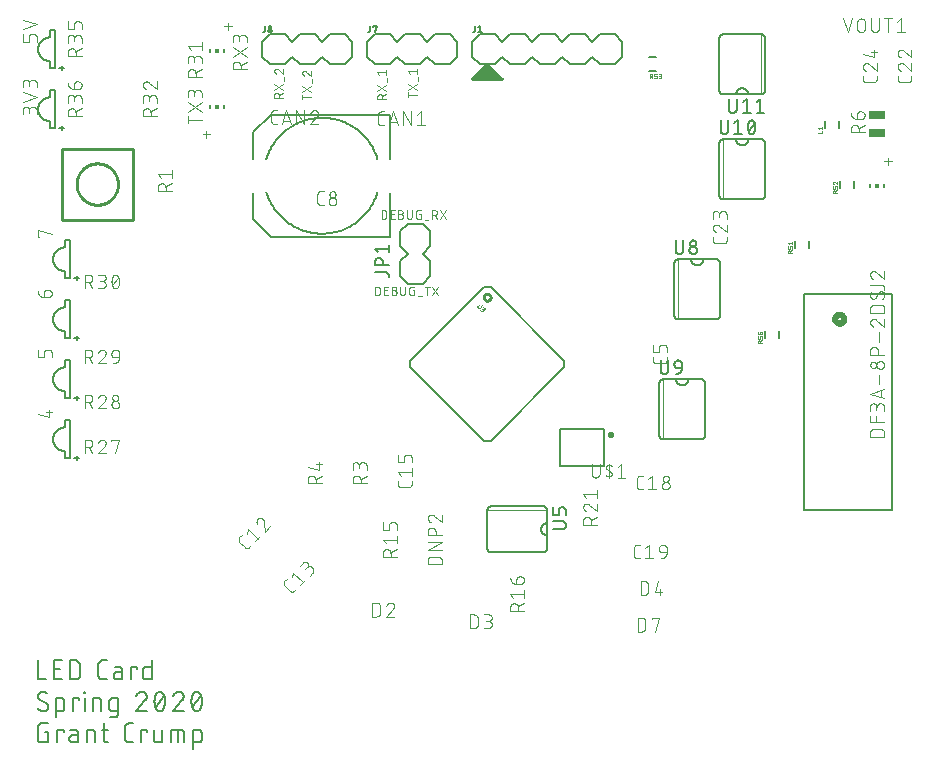
<source format=gbr>
G04 EAGLE Gerber RS-274X export*
G75*
%MOMM*%
%FSLAX34Y34*%
%LPD*%
%INSilkscreen Top*%
%IPPOS*%
%AMOC8*
5,1,8,0,0,1.08239X$1,22.5*%
G01*
%ADD10C,0.076200*%
%ADD11C,0.152400*%
%ADD12C,0.101600*%
%ADD13C,0.127000*%
%ADD14C,0.203200*%
%ADD15R,0.150000X0.300000*%
%ADD16R,0.300000X0.300000*%
%ADD17C,0.254000*%
%ADD18C,0.538513*%
%ADD19C,0.025400*%
%ADD20C,0.050800*%
%ADD21C,0.508000*%
%ADD22R,1.400000X0.650000*%

G36*
X76338Y557548D02*
X76338Y557548D01*
X76476Y557561D01*
X76495Y557568D01*
X76516Y557571D01*
X76645Y557622D01*
X76776Y557669D01*
X76792Y557680D01*
X76811Y557688D01*
X76924Y557769D01*
X77039Y557847D01*
X77052Y557863D01*
X77069Y557874D01*
X77157Y557982D01*
X77249Y558086D01*
X77258Y558104D01*
X77271Y558119D01*
X77331Y558245D01*
X77394Y558369D01*
X77398Y558389D01*
X77407Y558407D01*
X77433Y558543D01*
X77464Y558679D01*
X77463Y558700D01*
X77467Y558720D01*
X77458Y558858D01*
X77454Y558997D01*
X77448Y559017D01*
X77447Y559037D01*
X77404Y559169D01*
X77365Y559303D01*
X77355Y559320D01*
X77349Y559339D01*
X77275Y559457D01*
X77204Y559577D01*
X77185Y559598D01*
X77179Y559608D01*
X77164Y559622D01*
X77098Y559698D01*
X64398Y572398D01*
X64317Y572460D01*
X64255Y572519D01*
X64240Y572527D01*
X64214Y572549D01*
X64178Y572568D01*
X64146Y572592D01*
X64037Y572640D01*
X64007Y572655D01*
X63976Y572672D01*
X63971Y572673D01*
X63931Y572694D01*
X63892Y572703D01*
X63854Y572719D01*
X63737Y572737D01*
X63621Y572764D01*
X63580Y572762D01*
X63540Y572769D01*
X63422Y572757D01*
X63303Y572754D01*
X63264Y572743D01*
X63224Y572739D01*
X63111Y572699D01*
X62997Y572665D01*
X62963Y572645D01*
X62924Y572631D01*
X62892Y572609D01*
X62881Y572605D01*
X62824Y572563D01*
X62723Y572504D01*
X62678Y572464D01*
X62661Y572453D01*
X62648Y572437D01*
X62635Y572426D01*
X62624Y572418D01*
X62619Y572412D01*
X62603Y572398D01*
X49903Y559698D01*
X49817Y559588D01*
X49729Y559481D01*
X49720Y559462D01*
X49708Y559446D01*
X49652Y559318D01*
X49593Y559193D01*
X49589Y559173D01*
X49581Y559154D01*
X49559Y559016D01*
X49533Y558881D01*
X49535Y558860D01*
X49531Y558840D01*
X49544Y558701D01*
X49553Y558563D01*
X49559Y558544D01*
X49561Y558524D01*
X49608Y558392D01*
X49651Y558261D01*
X49662Y558243D01*
X49669Y558224D01*
X49747Y558109D01*
X49821Y557992D01*
X49836Y557978D01*
X49847Y557961D01*
X49951Y557869D01*
X50053Y557774D01*
X50071Y557764D01*
X50086Y557751D01*
X50210Y557688D01*
X50331Y557620D01*
X50351Y557615D01*
X50369Y557606D01*
X50505Y557576D01*
X50639Y557541D01*
X50667Y557539D01*
X50679Y557537D01*
X50700Y557537D01*
X50800Y557531D01*
X76200Y557531D01*
X76338Y557548D01*
G37*
D10*
X-109601Y543039D02*
X-116967Y543039D01*
X-116967Y545086D01*
X-116965Y545175D01*
X-116959Y545264D01*
X-116949Y545353D01*
X-116936Y545441D01*
X-116919Y545529D01*
X-116897Y545616D01*
X-116872Y545701D01*
X-116844Y545786D01*
X-116811Y545869D01*
X-116775Y545951D01*
X-116736Y546031D01*
X-116693Y546109D01*
X-116647Y546185D01*
X-116597Y546260D01*
X-116544Y546332D01*
X-116488Y546401D01*
X-116429Y546468D01*
X-116368Y546533D01*
X-116303Y546594D01*
X-116236Y546653D01*
X-116167Y546709D01*
X-116095Y546762D01*
X-116020Y546812D01*
X-115944Y546858D01*
X-115866Y546901D01*
X-115786Y546940D01*
X-115704Y546976D01*
X-115621Y547009D01*
X-115536Y547037D01*
X-115451Y547062D01*
X-115364Y547084D01*
X-115276Y547101D01*
X-115188Y547114D01*
X-115099Y547124D01*
X-115010Y547130D01*
X-114921Y547132D01*
X-114832Y547130D01*
X-114743Y547124D01*
X-114654Y547114D01*
X-114566Y547101D01*
X-114478Y547084D01*
X-114391Y547062D01*
X-114306Y547037D01*
X-114221Y547009D01*
X-114138Y546976D01*
X-114056Y546940D01*
X-113976Y546901D01*
X-113898Y546858D01*
X-113822Y546812D01*
X-113747Y546762D01*
X-113675Y546709D01*
X-113606Y546653D01*
X-113539Y546594D01*
X-113474Y546533D01*
X-113413Y546468D01*
X-113354Y546401D01*
X-113298Y546332D01*
X-113245Y546260D01*
X-113195Y546185D01*
X-113149Y546109D01*
X-113106Y546031D01*
X-113067Y545951D01*
X-113031Y545869D01*
X-112998Y545786D01*
X-112970Y545701D01*
X-112945Y545616D01*
X-112923Y545529D01*
X-112906Y545441D01*
X-112893Y545353D01*
X-112883Y545264D01*
X-112877Y545175D01*
X-112875Y545086D01*
X-112875Y543039D01*
X-112875Y545495D02*
X-109601Y547132D01*
X-109601Y549894D02*
X-116967Y554805D01*
X-116967Y549894D02*
X-109601Y554805D01*
X-108783Y557296D02*
X-108783Y560570D01*
X-115126Y567564D02*
X-115211Y567562D01*
X-115296Y567556D01*
X-115380Y567546D01*
X-115464Y567533D01*
X-115548Y567515D01*
X-115630Y567494D01*
X-115711Y567469D01*
X-115791Y567440D01*
X-115870Y567407D01*
X-115947Y567371D01*
X-116022Y567331D01*
X-116096Y567288D01*
X-116167Y567242D01*
X-116236Y567192D01*
X-116303Y567139D01*
X-116367Y567083D01*
X-116428Y567024D01*
X-116487Y566963D01*
X-116543Y566899D01*
X-116596Y566832D01*
X-116646Y566763D01*
X-116692Y566692D01*
X-116735Y566618D01*
X-116775Y566543D01*
X-116811Y566466D01*
X-116844Y566387D01*
X-116873Y566307D01*
X-116898Y566226D01*
X-116919Y566144D01*
X-116937Y566060D01*
X-116950Y565976D01*
X-116960Y565892D01*
X-116966Y565807D01*
X-116968Y565722D01*
X-116967Y565722D02*
X-116965Y565626D01*
X-116959Y565530D01*
X-116949Y565435D01*
X-116936Y565340D01*
X-116918Y565245D01*
X-116897Y565152D01*
X-116872Y565059D01*
X-116843Y564968D01*
X-116811Y564877D01*
X-116775Y564788D01*
X-116735Y564701D01*
X-116692Y564615D01*
X-116646Y564531D01*
X-116596Y564449D01*
X-116542Y564369D01*
X-116486Y564292D01*
X-116426Y564217D01*
X-116364Y564144D01*
X-116298Y564074D01*
X-116230Y564006D01*
X-116159Y563941D01*
X-116086Y563880D01*
X-116010Y563821D01*
X-115931Y563765D01*
X-115851Y563713D01*
X-115768Y563664D01*
X-115684Y563618D01*
X-115598Y563576D01*
X-115510Y563538D01*
X-115421Y563503D01*
X-115330Y563471D01*
X-113694Y566949D02*
X-113753Y567009D01*
X-113815Y567066D01*
X-113879Y567121D01*
X-113946Y567172D01*
X-114015Y567221D01*
X-114085Y567267D01*
X-114158Y567310D01*
X-114232Y567350D01*
X-114308Y567386D01*
X-114386Y567419D01*
X-114465Y567449D01*
X-114545Y567476D01*
X-114626Y567499D01*
X-114708Y567518D01*
X-114790Y567534D01*
X-114874Y567547D01*
X-114958Y567556D01*
X-115042Y567561D01*
X-115126Y567563D01*
X-113693Y566949D02*
X-109601Y563471D01*
X-109601Y567563D01*
X-93091Y543701D02*
X-85725Y543701D01*
X-93091Y541655D02*
X-93091Y545747D01*
X-93091Y552984D02*
X-85725Y548073D01*
X-85725Y552984D02*
X-93091Y548073D01*
X-84907Y555475D02*
X-84907Y558749D01*
X-91250Y565743D02*
X-91335Y565741D01*
X-91420Y565735D01*
X-91504Y565725D01*
X-91588Y565712D01*
X-91672Y565694D01*
X-91754Y565673D01*
X-91835Y565648D01*
X-91915Y565619D01*
X-91994Y565586D01*
X-92071Y565550D01*
X-92146Y565510D01*
X-92220Y565467D01*
X-92291Y565421D01*
X-92360Y565371D01*
X-92427Y565318D01*
X-92491Y565262D01*
X-92552Y565203D01*
X-92611Y565142D01*
X-92667Y565078D01*
X-92720Y565011D01*
X-92770Y564942D01*
X-92816Y564871D01*
X-92859Y564797D01*
X-92899Y564722D01*
X-92935Y564645D01*
X-92968Y564566D01*
X-92997Y564486D01*
X-93022Y564405D01*
X-93043Y564323D01*
X-93061Y564239D01*
X-93074Y564155D01*
X-93084Y564071D01*
X-93090Y563986D01*
X-93092Y563901D01*
X-93091Y563901D02*
X-93089Y563805D01*
X-93083Y563709D01*
X-93073Y563614D01*
X-93060Y563519D01*
X-93042Y563424D01*
X-93021Y563331D01*
X-92996Y563238D01*
X-92967Y563147D01*
X-92935Y563056D01*
X-92899Y562967D01*
X-92859Y562880D01*
X-92816Y562794D01*
X-92770Y562710D01*
X-92720Y562628D01*
X-92666Y562548D01*
X-92610Y562471D01*
X-92550Y562396D01*
X-92488Y562323D01*
X-92422Y562253D01*
X-92354Y562185D01*
X-92283Y562120D01*
X-92210Y562059D01*
X-92134Y562000D01*
X-92055Y561944D01*
X-91975Y561892D01*
X-91892Y561843D01*
X-91808Y561797D01*
X-91722Y561755D01*
X-91634Y561717D01*
X-91545Y561682D01*
X-91454Y561650D01*
X-89818Y565128D02*
X-89877Y565188D01*
X-89939Y565245D01*
X-90003Y565300D01*
X-90070Y565351D01*
X-90139Y565400D01*
X-90209Y565446D01*
X-90282Y565489D01*
X-90356Y565529D01*
X-90432Y565565D01*
X-90510Y565598D01*
X-90589Y565628D01*
X-90669Y565655D01*
X-90750Y565678D01*
X-90832Y565697D01*
X-90914Y565713D01*
X-90998Y565726D01*
X-91082Y565735D01*
X-91166Y565740D01*
X-91250Y565742D01*
X-89817Y565128D02*
X-85725Y561650D01*
X-85725Y565742D01*
D11*
X-317246Y66802D02*
X-317246Y50546D01*
X-310021Y50546D01*
X-303699Y50546D02*
X-296474Y50546D01*
X-303699Y50546D02*
X-303699Y66802D01*
X-296474Y66802D01*
X-298280Y59577D02*
X-303699Y59577D01*
X-290182Y66802D02*
X-290182Y50546D01*
X-290182Y66802D02*
X-285666Y66802D01*
X-285535Y66800D01*
X-285403Y66794D01*
X-285272Y66785D01*
X-285142Y66771D01*
X-285011Y66754D01*
X-284882Y66733D01*
X-284753Y66709D01*
X-284625Y66680D01*
X-284497Y66648D01*
X-284371Y66612D01*
X-284246Y66573D01*
X-284121Y66530D01*
X-283999Y66483D01*
X-283877Y66433D01*
X-283757Y66379D01*
X-283639Y66322D01*
X-283523Y66261D01*
X-283408Y66197D01*
X-283295Y66130D01*
X-283184Y66059D01*
X-283076Y65985D01*
X-282969Y65908D01*
X-282865Y65828D01*
X-282763Y65745D01*
X-282664Y65660D01*
X-282567Y65571D01*
X-282473Y65479D01*
X-282381Y65385D01*
X-282292Y65288D01*
X-282207Y65189D01*
X-282124Y65087D01*
X-282044Y64983D01*
X-281967Y64876D01*
X-281893Y64768D01*
X-281822Y64657D01*
X-281755Y64544D01*
X-281691Y64429D01*
X-281630Y64313D01*
X-281573Y64195D01*
X-281519Y64075D01*
X-281469Y63953D01*
X-281422Y63831D01*
X-281379Y63706D01*
X-281340Y63581D01*
X-281304Y63455D01*
X-281272Y63327D01*
X-281243Y63199D01*
X-281219Y63070D01*
X-281198Y62941D01*
X-281181Y62810D01*
X-281167Y62680D01*
X-281158Y62549D01*
X-281152Y62417D01*
X-281150Y62286D01*
X-281151Y62286D02*
X-281151Y55062D01*
X-281150Y55062D02*
X-281152Y54931D01*
X-281158Y54799D01*
X-281167Y54668D01*
X-281181Y54538D01*
X-281198Y54407D01*
X-281219Y54278D01*
X-281243Y54149D01*
X-281272Y54021D01*
X-281304Y53893D01*
X-281340Y53767D01*
X-281379Y53642D01*
X-281422Y53517D01*
X-281469Y53395D01*
X-281519Y53273D01*
X-281573Y53153D01*
X-281630Y53035D01*
X-281691Y52919D01*
X-281755Y52804D01*
X-281822Y52691D01*
X-281893Y52580D01*
X-281967Y52472D01*
X-282044Y52365D01*
X-282124Y52261D01*
X-282207Y52159D01*
X-282292Y52060D01*
X-282381Y51963D01*
X-282473Y51869D01*
X-282567Y51777D01*
X-282664Y51688D01*
X-282763Y51603D01*
X-282865Y51520D01*
X-282969Y51440D01*
X-283076Y51363D01*
X-283184Y51289D01*
X-283295Y51218D01*
X-283408Y51151D01*
X-283523Y51087D01*
X-283639Y51026D01*
X-283757Y50969D01*
X-283877Y50915D01*
X-283999Y50865D01*
X-284121Y50818D01*
X-284246Y50775D01*
X-284371Y50736D01*
X-284497Y50700D01*
X-284625Y50668D01*
X-284753Y50639D01*
X-284882Y50615D01*
X-285011Y50594D01*
X-285142Y50577D01*
X-285272Y50563D01*
X-285403Y50554D01*
X-285535Y50548D01*
X-285666Y50546D01*
X-290182Y50546D01*
X-262120Y50546D02*
X-258507Y50546D01*
X-262120Y50546D02*
X-262238Y50548D01*
X-262356Y50554D01*
X-262474Y50563D01*
X-262591Y50577D01*
X-262708Y50594D01*
X-262825Y50615D01*
X-262940Y50640D01*
X-263055Y50669D01*
X-263169Y50702D01*
X-263281Y50738D01*
X-263392Y50778D01*
X-263502Y50821D01*
X-263611Y50868D01*
X-263718Y50918D01*
X-263823Y50973D01*
X-263926Y51030D01*
X-264027Y51091D01*
X-264127Y51155D01*
X-264224Y51222D01*
X-264319Y51292D01*
X-264411Y51366D01*
X-264502Y51442D01*
X-264589Y51522D01*
X-264674Y51604D01*
X-264756Y51689D01*
X-264836Y51776D01*
X-264912Y51867D01*
X-264986Y51959D01*
X-265056Y52054D01*
X-265123Y52151D01*
X-265187Y52251D01*
X-265248Y52352D01*
X-265305Y52455D01*
X-265360Y52560D01*
X-265410Y52667D01*
X-265457Y52776D01*
X-265500Y52886D01*
X-265540Y52997D01*
X-265576Y53109D01*
X-265609Y53223D01*
X-265638Y53338D01*
X-265663Y53453D01*
X-265684Y53570D01*
X-265701Y53687D01*
X-265715Y53804D01*
X-265724Y53922D01*
X-265730Y54040D01*
X-265732Y54158D01*
X-265732Y63190D01*
X-265730Y63308D01*
X-265724Y63426D01*
X-265715Y63544D01*
X-265701Y63661D01*
X-265684Y63778D01*
X-265663Y63895D01*
X-265638Y64010D01*
X-265609Y64125D01*
X-265576Y64239D01*
X-265540Y64351D01*
X-265500Y64462D01*
X-265457Y64572D01*
X-265410Y64681D01*
X-265360Y64788D01*
X-265306Y64893D01*
X-265248Y64996D01*
X-265187Y65097D01*
X-265123Y65197D01*
X-265056Y65294D01*
X-264986Y65389D01*
X-264912Y65481D01*
X-264836Y65572D01*
X-264756Y65659D01*
X-264674Y65744D01*
X-264589Y65826D01*
X-264502Y65906D01*
X-264411Y65982D01*
X-264319Y66056D01*
X-264224Y66126D01*
X-264127Y66193D01*
X-264027Y66257D01*
X-263926Y66318D01*
X-263823Y66375D01*
X-263718Y66429D01*
X-263611Y66480D01*
X-263502Y66527D01*
X-263392Y66570D01*
X-263281Y66610D01*
X-263169Y66646D01*
X-263055Y66679D01*
X-262940Y66708D01*
X-262825Y66733D01*
X-262708Y66754D01*
X-262591Y66771D01*
X-262474Y66785D01*
X-262356Y66794D01*
X-262238Y66800D01*
X-262120Y66802D01*
X-258507Y66802D01*
X-249718Y56868D02*
X-245654Y56868D01*
X-249718Y56868D02*
X-249830Y56866D01*
X-249941Y56860D01*
X-250052Y56850D01*
X-250163Y56837D01*
X-250273Y56819D01*
X-250382Y56797D01*
X-250491Y56772D01*
X-250599Y56743D01*
X-250705Y56710D01*
X-250811Y56673D01*
X-250915Y56633D01*
X-251017Y56589D01*
X-251118Y56541D01*
X-251217Y56490D01*
X-251315Y56435D01*
X-251410Y56377D01*
X-251503Y56316D01*
X-251594Y56251D01*
X-251683Y56183D01*
X-251769Y56112D01*
X-251852Y56039D01*
X-251933Y55962D01*
X-252012Y55882D01*
X-252087Y55800D01*
X-252159Y55715D01*
X-252229Y55628D01*
X-252295Y55538D01*
X-252358Y55446D01*
X-252418Y55351D01*
X-252474Y55255D01*
X-252527Y55157D01*
X-252576Y55057D01*
X-252622Y54955D01*
X-252664Y54852D01*
X-252703Y54747D01*
X-252738Y54641D01*
X-252769Y54534D01*
X-252796Y54426D01*
X-252820Y54317D01*
X-252839Y54207D01*
X-252855Y54097D01*
X-252867Y53986D01*
X-252875Y53874D01*
X-252879Y53763D01*
X-252879Y53651D01*
X-252875Y53540D01*
X-252867Y53428D01*
X-252855Y53317D01*
X-252839Y53207D01*
X-252820Y53097D01*
X-252796Y52988D01*
X-252769Y52880D01*
X-252738Y52773D01*
X-252703Y52667D01*
X-252664Y52562D01*
X-252622Y52459D01*
X-252576Y52357D01*
X-252527Y52257D01*
X-252474Y52159D01*
X-252418Y52063D01*
X-252358Y51968D01*
X-252295Y51876D01*
X-252229Y51786D01*
X-252159Y51699D01*
X-252087Y51614D01*
X-252012Y51532D01*
X-251933Y51452D01*
X-251852Y51375D01*
X-251769Y51302D01*
X-251683Y51231D01*
X-251594Y51163D01*
X-251503Y51098D01*
X-251410Y51037D01*
X-251315Y50979D01*
X-251217Y50924D01*
X-251118Y50873D01*
X-251017Y50825D01*
X-250915Y50781D01*
X-250811Y50741D01*
X-250705Y50704D01*
X-250599Y50671D01*
X-250491Y50642D01*
X-250382Y50617D01*
X-250273Y50595D01*
X-250163Y50577D01*
X-250052Y50564D01*
X-249941Y50554D01*
X-249830Y50548D01*
X-249718Y50546D01*
X-245654Y50546D01*
X-245654Y58674D01*
X-245656Y58775D01*
X-245662Y58876D01*
X-245671Y58977D01*
X-245684Y59078D01*
X-245701Y59178D01*
X-245722Y59277D01*
X-245746Y59375D01*
X-245774Y59472D01*
X-245806Y59569D01*
X-245841Y59664D01*
X-245880Y59757D01*
X-245922Y59849D01*
X-245968Y59940D01*
X-246017Y60029D01*
X-246069Y60115D01*
X-246125Y60200D01*
X-246183Y60283D01*
X-246245Y60363D01*
X-246310Y60441D01*
X-246377Y60517D01*
X-246447Y60590D01*
X-246520Y60660D01*
X-246596Y60727D01*
X-246674Y60792D01*
X-246754Y60854D01*
X-246837Y60912D01*
X-246922Y60968D01*
X-247009Y61020D01*
X-247097Y61069D01*
X-247188Y61115D01*
X-247280Y61157D01*
X-247373Y61196D01*
X-247468Y61231D01*
X-247565Y61263D01*
X-247662Y61291D01*
X-247760Y61315D01*
X-247859Y61336D01*
X-247959Y61353D01*
X-248060Y61366D01*
X-248161Y61375D01*
X-248262Y61381D01*
X-248363Y61383D01*
X-251976Y61383D01*
X-238132Y61383D02*
X-238132Y50546D01*
X-238132Y61383D02*
X-232713Y61383D01*
X-232713Y59577D01*
X-220644Y66802D02*
X-220644Y50546D01*
X-225160Y50546D01*
X-225261Y50548D01*
X-225362Y50554D01*
X-225463Y50563D01*
X-225564Y50576D01*
X-225664Y50593D01*
X-225763Y50614D01*
X-225861Y50638D01*
X-225958Y50666D01*
X-226055Y50698D01*
X-226150Y50733D01*
X-226243Y50772D01*
X-226335Y50814D01*
X-226426Y50860D01*
X-226515Y50909D01*
X-226601Y50961D01*
X-226686Y51017D01*
X-226769Y51075D01*
X-226849Y51137D01*
X-226927Y51202D01*
X-227003Y51269D01*
X-227076Y51339D01*
X-227146Y51412D01*
X-227213Y51488D01*
X-227278Y51566D01*
X-227340Y51646D01*
X-227398Y51729D01*
X-227454Y51814D01*
X-227506Y51900D01*
X-227555Y51989D01*
X-227601Y52080D01*
X-227643Y52172D01*
X-227682Y52265D01*
X-227717Y52360D01*
X-227749Y52457D01*
X-227777Y52554D01*
X-227801Y52652D01*
X-227822Y52751D01*
X-227839Y52851D01*
X-227852Y52952D01*
X-227861Y53053D01*
X-227867Y53154D01*
X-227869Y53255D01*
X-227869Y58674D01*
X-227867Y58775D01*
X-227861Y58876D01*
X-227852Y58977D01*
X-227839Y59078D01*
X-227822Y59178D01*
X-227801Y59277D01*
X-227777Y59375D01*
X-227749Y59472D01*
X-227717Y59569D01*
X-227682Y59664D01*
X-227643Y59757D01*
X-227601Y59849D01*
X-227555Y59940D01*
X-227506Y60029D01*
X-227454Y60115D01*
X-227398Y60200D01*
X-227340Y60283D01*
X-227278Y60363D01*
X-227213Y60441D01*
X-227146Y60517D01*
X-227076Y60590D01*
X-227003Y60660D01*
X-226927Y60727D01*
X-226849Y60792D01*
X-226769Y60854D01*
X-226686Y60912D01*
X-226601Y60968D01*
X-226515Y61020D01*
X-226426Y61069D01*
X-226335Y61115D01*
X-226243Y61157D01*
X-226150Y61196D01*
X-226055Y61231D01*
X-225958Y61263D01*
X-225861Y61291D01*
X-225763Y61315D01*
X-225664Y61336D01*
X-225564Y61353D01*
X-225463Y61366D01*
X-225362Y61375D01*
X-225261Y61381D01*
X-225160Y61383D01*
X-220644Y61383D01*
X-308215Y27488D02*
X-308217Y27370D01*
X-308223Y27252D01*
X-308232Y27134D01*
X-308246Y27017D01*
X-308263Y26900D01*
X-308284Y26783D01*
X-308309Y26668D01*
X-308338Y26553D01*
X-308371Y26439D01*
X-308407Y26327D01*
X-308447Y26216D01*
X-308490Y26106D01*
X-308537Y25997D01*
X-308587Y25890D01*
X-308642Y25785D01*
X-308699Y25682D01*
X-308760Y25581D01*
X-308824Y25481D01*
X-308891Y25384D01*
X-308961Y25289D01*
X-309035Y25197D01*
X-309111Y25106D01*
X-309191Y25019D01*
X-309273Y24934D01*
X-309358Y24852D01*
X-309445Y24772D01*
X-309536Y24696D01*
X-309628Y24622D01*
X-309723Y24552D01*
X-309820Y24485D01*
X-309920Y24421D01*
X-310021Y24360D01*
X-310124Y24303D01*
X-310229Y24248D01*
X-310336Y24198D01*
X-310445Y24151D01*
X-310555Y24108D01*
X-310666Y24068D01*
X-310778Y24032D01*
X-310892Y23999D01*
X-311007Y23970D01*
X-311122Y23945D01*
X-311239Y23924D01*
X-311356Y23907D01*
X-311473Y23893D01*
X-311591Y23884D01*
X-311709Y23878D01*
X-311827Y23876D01*
X-312010Y23878D01*
X-312192Y23885D01*
X-312374Y23896D01*
X-312556Y23911D01*
X-312738Y23931D01*
X-312919Y23955D01*
X-313099Y23983D01*
X-313279Y24015D01*
X-313458Y24052D01*
X-313635Y24093D01*
X-313812Y24139D01*
X-313988Y24188D01*
X-314163Y24242D01*
X-314336Y24300D01*
X-314507Y24362D01*
X-314678Y24428D01*
X-314846Y24499D01*
X-315013Y24573D01*
X-315178Y24651D01*
X-315341Y24733D01*
X-315502Y24819D01*
X-315661Y24909D01*
X-315818Y25003D01*
X-315972Y25100D01*
X-316124Y25201D01*
X-316274Y25306D01*
X-316421Y25414D01*
X-316565Y25525D01*
X-316707Y25640D01*
X-316846Y25759D01*
X-316982Y25881D01*
X-317115Y26006D01*
X-317245Y26134D01*
X-316794Y36520D02*
X-316792Y36638D01*
X-316786Y36756D01*
X-316777Y36874D01*
X-316763Y36991D01*
X-316746Y37108D01*
X-316725Y37225D01*
X-316700Y37340D01*
X-316671Y37455D01*
X-316638Y37569D01*
X-316602Y37681D01*
X-316562Y37792D01*
X-316519Y37902D01*
X-316472Y38011D01*
X-316422Y38118D01*
X-316367Y38223D01*
X-316310Y38326D01*
X-316249Y38427D01*
X-316185Y38527D01*
X-316118Y38624D01*
X-316048Y38719D01*
X-315974Y38811D01*
X-315898Y38902D01*
X-315818Y38989D01*
X-315736Y39074D01*
X-315651Y39156D01*
X-315564Y39236D01*
X-315473Y39312D01*
X-315381Y39386D01*
X-315286Y39456D01*
X-315189Y39523D01*
X-315089Y39587D01*
X-314988Y39648D01*
X-314885Y39705D01*
X-314780Y39760D01*
X-314673Y39810D01*
X-314564Y39857D01*
X-314454Y39900D01*
X-314343Y39940D01*
X-314231Y39976D01*
X-314117Y40009D01*
X-314002Y40038D01*
X-313887Y40063D01*
X-313770Y40084D01*
X-313653Y40101D01*
X-313536Y40115D01*
X-313418Y40124D01*
X-313300Y40130D01*
X-313182Y40132D01*
X-313021Y40130D01*
X-312859Y40124D01*
X-312698Y40115D01*
X-312537Y40101D01*
X-312377Y40084D01*
X-312217Y40063D01*
X-312057Y40038D01*
X-311898Y40009D01*
X-311740Y39977D01*
X-311583Y39941D01*
X-311427Y39901D01*
X-311271Y39857D01*
X-311117Y39809D01*
X-310964Y39758D01*
X-310812Y39704D01*
X-310661Y39645D01*
X-310512Y39584D01*
X-310365Y39518D01*
X-310219Y39449D01*
X-310074Y39377D01*
X-309932Y39301D01*
X-309791Y39222D01*
X-309652Y39140D01*
X-309516Y39054D01*
X-309381Y38965D01*
X-309248Y38873D01*
X-309118Y38777D01*
X-314989Y33359D02*
X-315090Y33421D01*
X-315190Y33486D01*
X-315287Y33555D01*
X-315382Y33627D01*
X-315475Y33701D01*
X-315565Y33779D01*
X-315653Y33860D01*
X-315738Y33943D01*
X-315820Y34029D01*
X-315899Y34118D01*
X-315976Y34209D01*
X-316049Y34303D01*
X-316120Y34399D01*
X-316187Y34497D01*
X-316251Y34597D01*
X-316312Y34700D01*
X-316369Y34804D01*
X-316423Y34910D01*
X-316473Y35018D01*
X-316520Y35127D01*
X-316564Y35238D01*
X-316604Y35350D01*
X-316640Y35464D01*
X-316672Y35578D01*
X-316701Y35694D01*
X-316726Y35810D01*
X-316747Y35927D01*
X-316764Y36045D01*
X-316778Y36163D01*
X-316787Y36282D01*
X-316793Y36401D01*
X-316795Y36520D01*
X-310021Y30649D02*
X-309920Y30587D01*
X-309820Y30522D01*
X-309723Y30453D01*
X-309628Y30381D01*
X-309535Y30307D01*
X-309445Y30229D01*
X-309357Y30148D01*
X-309272Y30065D01*
X-309190Y29979D01*
X-309111Y29890D01*
X-309034Y29799D01*
X-308961Y29705D01*
X-308890Y29609D01*
X-308823Y29511D01*
X-308759Y29411D01*
X-308698Y29308D01*
X-308641Y29204D01*
X-308587Y29098D01*
X-308537Y28990D01*
X-308490Y28881D01*
X-308446Y28770D01*
X-308406Y28658D01*
X-308370Y28544D01*
X-308338Y28430D01*
X-308309Y28314D01*
X-308284Y28198D01*
X-308263Y28081D01*
X-308246Y27963D01*
X-308232Y27845D01*
X-308223Y27726D01*
X-308217Y27607D01*
X-308215Y27488D01*
X-310021Y30649D02*
X-314988Y33359D01*
X-301680Y34713D02*
X-301680Y18457D01*
X-301680Y34713D02*
X-297165Y34713D01*
X-297061Y34711D01*
X-296958Y34705D01*
X-296854Y34695D01*
X-296751Y34681D01*
X-296649Y34663D01*
X-296548Y34642D01*
X-296447Y34616D01*
X-296348Y34587D01*
X-296249Y34554D01*
X-296152Y34517D01*
X-296057Y34476D01*
X-295963Y34432D01*
X-295871Y34384D01*
X-295781Y34333D01*
X-295692Y34278D01*
X-295606Y34220D01*
X-295523Y34158D01*
X-295441Y34094D01*
X-295363Y34026D01*
X-295287Y33956D01*
X-295213Y33883D01*
X-295143Y33806D01*
X-295075Y33728D01*
X-295011Y33646D01*
X-294949Y33563D01*
X-294891Y33477D01*
X-294836Y33388D01*
X-294785Y33298D01*
X-294737Y33206D01*
X-294693Y33112D01*
X-294652Y33017D01*
X-294615Y32920D01*
X-294582Y32821D01*
X-294553Y32722D01*
X-294527Y32621D01*
X-294506Y32520D01*
X-294488Y32418D01*
X-294474Y32315D01*
X-294464Y32211D01*
X-294458Y32108D01*
X-294456Y32004D01*
X-294456Y26585D01*
X-294458Y26484D01*
X-294464Y26383D01*
X-294473Y26282D01*
X-294486Y26181D01*
X-294503Y26081D01*
X-294524Y25982D01*
X-294548Y25884D01*
X-294576Y25787D01*
X-294608Y25690D01*
X-294643Y25595D01*
X-294682Y25502D01*
X-294724Y25410D01*
X-294770Y25319D01*
X-294819Y25230D01*
X-294871Y25144D01*
X-294927Y25059D01*
X-294985Y24976D01*
X-295047Y24896D01*
X-295112Y24818D01*
X-295179Y24742D01*
X-295249Y24669D01*
X-295322Y24599D01*
X-295398Y24532D01*
X-295476Y24467D01*
X-295556Y24405D01*
X-295639Y24347D01*
X-295724Y24291D01*
X-295811Y24239D01*
X-295899Y24190D01*
X-295990Y24144D01*
X-296082Y24102D01*
X-296175Y24063D01*
X-296270Y24028D01*
X-296367Y23996D01*
X-296464Y23968D01*
X-296562Y23944D01*
X-296661Y23923D01*
X-296761Y23906D01*
X-296862Y23893D01*
X-296963Y23884D01*
X-297064Y23878D01*
X-297165Y23876D01*
X-301680Y23876D01*
X-287601Y23876D02*
X-287601Y34713D01*
X-282182Y34713D01*
X-282182Y32907D01*
X-277300Y34713D02*
X-277300Y23876D01*
X-277751Y39229D02*
X-277751Y40132D01*
X-276848Y40132D01*
X-276848Y39229D01*
X-277751Y39229D01*
X-270491Y34713D02*
X-270491Y23876D01*
X-270491Y34713D02*
X-265976Y34713D01*
X-265872Y34711D01*
X-265769Y34705D01*
X-265665Y34695D01*
X-265562Y34681D01*
X-265460Y34663D01*
X-265359Y34642D01*
X-265258Y34616D01*
X-265159Y34587D01*
X-265060Y34554D01*
X-264963Y34517D01*
X-264868Y34476D01*
X-264774Y34432D01*
X-264682Y34384D01*
X-264592Y34333D01*
X-264503Y34278D01*
X-264417Y34220D01*
X-264334Y34158D01*
X-264252Y34094D01*
X-264174Y34026D01*
X-264098Y33956D01*
X-264024Y33883D01*
X-263954Y33806D01*
X-263886Y33728D01*
X-263822Y33646D01*
X-263760Y33563D01*
X-263702Y33477D01*
X-263647Y33388D01*
X-263596Y33298D01*
X-263548Y33206D01*
X-263504Y33112D01*
X-263463Y33017D01*
X-263426Y32920D01*
X-263393Y32821D01*
X-263364Y32722D01*
X-263338Y32621D01*
X-263317Y32520D01*
X-263299Y32418D01*
X-263285Y32315D01*
X-263275Y32211D01*
X-263269Y32108D01*
X-263267Y32004D01*
X-263266Y32004D02*
X-263266Y23876D01*
X-253787Y23876D02*
X-249272Y23876D01*
X-253787Y23876D02*
X-253888Y23878D01*
X-253989Y23884D01*
X-254090Y23893D01*
X-254191Y23906D01*
X-254291Y23923D01*
X-254390Y23944D01*
X-254488Y23968D01*
X-254585Y23996D01*
X-254682Y24028D01*
X-254777Y24063D01*
X-254870Y24102D01*
X-254962Y24144D01*
X-255053Y24190D01*
X-255142Y24239D01*
X-255228Y24291D01*
X-255313Y24347D01*
X-255396Y24405D01*
X-255476Y24467D01*
X-255554Y24532D01*
X-255630Y24599D01*
X-255703Y24669D01*
X-255773Y24742D01*
X-255840Y24818D01*
X-255905Y24896D01*
X-255967Y24976D01*
X-256025Y25059D01*
X-256081Y25144D01*
X-256133Y25230D01*
X-256182Y25319D01*
X-256228Y25410D01*
X-256270Y25502D01*
X-256309Y25595D01*
X-256344Y25690D01*
X-256376Y25787D01*
X-256404Y25884D01*
X-256428Y25982D01*
X-256449Y26081D01*
X-256466Y26181D01*
X-256479Y26282D01*
X-256488Y26383D01*
X-256494Y26484D01*
X-256496Y26585D01*
X-256497Y26585D02*
X-256497Y32004D01*
X-256496Y32004D02*
X-256494Y32105D01*
X-256488Y32206D01*
X-256479Y32307D01*
X-256466Y32408D01*
X-256449Y32508D01*
X-256428Y32607D01*
X-256404Y32705D01*
X-256376Y32802D01*
X-256344Y32899D01*
X-256309Y32994D01*
X-256270Y33087D01*
X-256228Y33179D01*
X-256182Y33270D01*
X-256133Y33359D01*
X-256081Y33445D01*
X-256025Y33530D01*
X-255967Y33613D01*
X-255905Y33693D01*
X-255840Y33771D01*
X-255773Y33847D01*
X-255703Y33920D01*
X-255630Y33990D01*
X-255554Y34057D01*
X-255476Y34122D01*
X-255396Y34184D01*
X-255313Y34242D01*
X-255228Y34298D01*
X-255142Y34350D01*
X-255053Y34399D01*
X-254962Y34445D01*
X-254870Y34487D01*
X-254777Y34526D01*
X-254682Y34561D01*
X-254585Y34593D01*
X-254488Y34621D01*
X-254390Y34645D01*
X-254291Y34666D01*
X-254191Y34683D01*
X-254090Y34696D01*
X-253989Y34705D01*
X-253888Y34711D01*
X-253787Y34713D01*
X-249272Y34713D01*
X-249272Y21167D01*
X-249274Y21066D01*
X-249280Y20965D01*
X-249289Y20864D01*
X-249302Y20763D01*
X-249319Y20663D01*
X-249340Y20564D01*
X-249364Y20466D01*
X-249392Y20369D01*
X-249424Y20272D01*
X-249459Y20177D01*
X-249498Y20084D01*
X-249540Y19992D01*
X-249586Y19901D01*
X-249635Y19812D01*
X-249687Y19726D01*
X-249743Y19641D01*
X-249801Y19558D01*
X-249863Y19478D01*
X-249928Y19400D01*
X-249995Y19324D01*
X-250065Y19251D01*
X-250138Y19181D01*
X-250214Y19114D01*
X-250292Y19049D01*
X-250372Y18987D01*
X-250455Y18929D01*
X-250540Y18873D01*
X-250627Y18821D01*
X-250715Y18772D01*
X-250806Y18726D01*
X-250898Y18684D01*
X-250991Y18645D01*
X-251086Y18610D01*
X-251183Y18578D01*
X-251280Y18550D01*
X-251378Y18526D01*
X-251477Y18505D01*
X-251577Y18488D01*
X-251678Y18475D01*
X-251779Y18466D01*
X-251880Y18460D01*
X-251981Y18458D01*
X-251981Y18457D02*
X-255593Y18457D01*
X-228912Y40132D02*
X-228787Y40130D01*
X-228662Y40124D01*
X-228537Y40115D01*
X-228413Y40101D01*
X-228289Y40084D01*
X-228165Y40063D01*
X-228043Y40038D01*
X-227921Y40009D01*
X-227800Y39977D01*
X-227680Y39941D01*
X-227561Y39901D01*
X-227444Y39858D01*
X-227328Y39811D01*
X-227213Y39760D01*
X-227101Y39706D01*
X-226989Y39648D01*
X-226880Y39588D01*
X-226773Y39523D01*
X-226667Y39456D01*
X-226564Y39385D01*
X-226463Y39311D01*
X-226364Y39234D01*
X-226268Y39154D01*
X-226174Y39071D01*
X-226083Y38986D01*
X-225994Y38897D01*
X-225909Y38806D01*
X-225826Y38712D01*
X-225746Y38616D01*
X-225669Y38517D01*
X-225595Y38416D01*
X-225524Y38313D01*
X-225457Y38207D01*
X-225392Y38100D01*
X-225332Y37991D01*
X-225274Y37879D01*
X-225220Y37767D01*
X-225169Y37652D01*
X-225122Y37536D01*
X-225079Y37419D01*
X-225039Y37300D01*
X-225003Y37180D01*
X-224971Y37059D01*
X-224942Y36937D01*
X-224917Y36815D01*
X-224896Y36691D01*
X-224879Y36567D01*
X-224865Y36443D01*
X-224856Y36318D01*
X-224850Y36193D01*
X-224848Y36068D01*
X-228912Y40132D02*
X-229055Y40130D01*
X-229197Y40124D01*
X-229340Y40114D01*
X-229482Y40101D01*
X-229623Y40083D01*
X-229765Y40062D01*
X-229905Y40037D01*
X-230045Y40008D01*
X-230184Y39975D01*
X-230322Y39938D01*
X-230459Y39898D01*
X-230594Y39854D01*
X-230729Y39806D01*
X-230862Y39754D01*
X-230994Y39699D01*
X-231124Y39640D01*
X-231252Y39578D01*
X-231379Y39512D01*
X-231504Y39443D01*
X-231627Y39371D01*
X-231748Y39295D01*
X-231866Y39216D01*
X-231983Y39133D01*
X-232097Y39048D01*
X-232209Y38959D01*
X-232318Y38868D01*
X-232425Y38773D01*
X-232530Y38676D01*
X-232631Y38575D01*
X-232730Y38472D01*
X-232826Y38367D01*
X-232919Y38258D01*
X-233009Y38147D01*
X-233096Y38034D01*
X-233180Y37919D01*
X-233260Y37801D01*
X-233338Y37681D01*
X-233412Y37559D01*
X-233482Y37435D01*
X-233550Y37309D01*
X-233613Y37181D01*
X-233674Y37052D01*
X-233731Y36921D01*
X-233784Y36789D01*
X-233833Y36655D01*
X-233879Y36520D01*
X-226204Y32907D02*
X-226110Y32999D01*
X-226020Y33093D01*
X-225932Y33190D01*
X-225847Y33290D01*
X-225765Y33392D01*
X-225686Y33497D01*
X-225611Y33604D01*
X-225539Y33713D01*
X-225470Y33824D01*
X-225404Y33938D01*
X-225342Y34053D01*
X-225283Y34170D01*
X-225228Y34289D01*
X-225177Y34409D01*
X-225129Y34531D01*
X-225084Y34654D01*
X-225044Y34778D01*
X-225007Y34904D01*
X-224974Y35031D01*
X-224945Y35158D01*
X-224919Y35287D01*
X-224898Y35416D01*
X-224880Y35546D01*
X-224867Y35676D01*
X-224857Y35806D01*
X-224851Y35937D01*
X-224849Y36068D01*
X-226203Y32907D02*
X-233880Y23876D01*
X-224848Y23876D01*
X-218248Y32004D02*
X-218244Y32324D01*
X-218233Y32643D01*
X-218214Y32963D01*
X-218187Y33281D01*
X-218153Y33599D01*
X-218111Y33916D01*
X-218061Y34232D01*
X-218004Y34547D01*
X-217940Y34860D01*
X-217868Y35172D01*
X-217789Y35482D01*
X-217702Y35789D01*
X-217608Y36095D01*
X-217507Y36398D01*
X-217398Y36699D01*
X-217283Y36997D01*
X-217160Y37293D01*
X-217030Y37585D01*
X-216893Y37874D01*
X-216894Y37875D02*
X-216855Y37983D01*
X-216812Y38090D01*
X-216766Y38195D01*
X-216715Y38299D01*
X-216662Y38401D01*
X-216605Y38501D01*
X-216544Y38599D01*
X-216480Y38694D01*
X-216413Y38788D01*
X-216342Y38879D01*
X-216269Y38968D01*
X-216192Y39054D01*
X-216113Y39137D01*
X-216031Y39218D01*
X-215946Y39296D01*
X-215858Y39370D01*
X-215768Y39442D01*
X-215676Y39510D01*
X-215581Y39576D01*
X-215484Y39638D01*
X-215385Y39696D01*
X-215283Y39752D01*
X-215181Y39803D01*
X-215076Y39851D01*
X-214970Y39896D01*
X-214862Y39937D01*
X-214753Y39974D01*
X-214643Y40007D01*
X-214531Y40036D01*
X-214419Y40062D01*
X-214306Y40084D01*
X-214192Y40101D01*
X-214078Y40115D01*
X-213963Y40125D01*
X-213848Y40131D01*
X-213733Y40133D01*
X-213733Y40132D02*
X-213618Y40130D01*
X-213503Y40124D01*
X-213388Y40114D01*
X-213274Y40100D01*
X-213160Y40083D01*
X-213047Y40061D01*
X-212935Y40035D01*
X-212823Y40006D01*
X-212713Y39973D01*
X-212604Y39936D01*
X-212496Y39895D01*
X-212390Y39850D01*
X-212286Y39802D01*
X-212183Y39751D01*
X-212082Y39695D01*
X-211982Y39637D01*
X-211885Y39575D01*
X-211791Y39510D01*
X-211698Y39441D01*
X-211608Y39369D01*
X-211520Y39295D01*
X-211435Y39217D01*
X-211353Y39136D01*
X-211274Y39053D01*
X-211197Y38967D01*
X-211124Y38878D01*
X-211053Y38787D01*
X-210986Y38693D01*
X-210922Y38598D01*
X-210861Y38500D01*
X-210804Y38400D01*
X-210751Y38298D01*
X-210700Y38194D01*
X-210654Y38089D01*
X-210611Y37982D01*
X-210572Y37874D01*
X-210435Y37585D01*
X-210305Y37293D01*
X-210182Y36997D01*
X-210067Y36699D01*
X-209958Y36398D01*
X-209857Y36095D01*
X-209763Y35789D01*
X-209676Y35482D01*
X-209597Y35172D01*
X-209525Y34860D01*
X-209461Y34547D01*
X-209404Y34232D01*
X-209354Y33916D01*
X-209312Y33599D01*
X-209278Y33281D01*
X-209251Y32963D01*
X-209232Y32643D01*
X-209221Y32324D01*
X-209217Y32004D01*
X-218248Y32004D02*
X-218244Y31684D01*
X-218233Y31365D01*
X-218214Y31045D01*
X-218187Y30727D01*
X-218153Y30409D01*
X-218111Y30092D01*
X-218061Y29776D01*
X-218004Y29461D01*
X-217940Y29148D01*
X-217868Y28836D01*
X-217789Y28526D01*
X-217702Y28219D01*
X-217608Y27913D01*
X-217507Y27610D01*
X-217398Y27309D01*
X-217283Y27011D01*
X-217160Y26715D01*
X-217030Y26423D01*
X-216893Y26134D01*
X-216894Y26134D02*
X-216855Y26026D01*
X-216812Y25919D01*
X-216766Y25814D01*
X-216715Y25710D01*
X-216662Y25608D01*
X-216605Y25508D01*
X-216544Y25410D01*
X-216480Y25315D01*
X-216413Y25221D01*
X-216342Y25130D01*
X-216269Y25041D01*
X-216192Y24955D01*
X-216113Y24872D01*
X-216031Y24791D01*
X-215946Y24713D01*
X-215858Y24639D01*
X-215768Y24567D01*
X-215675Y24498D01*
X-215581Y24433D01*
X-215484Y24371D01*
X-215384Y24313D01*
X-215283Y24257D01*
X-215181Y24206D01*
X-215076Y24158D01*
X-214970Y24113D01*
X-214862Y24072D01*
X-214753Y24035D01*
X-214643Y24002D01*
X-214531Y23973D01*
X-214419Y23947D01*
X-214306Y23925D01*
X-214192Y23908D01*
X-214078Y23894D01*
X-213963Y23884D01*
X-213848Y23878D01*
X-213733Y23876D01*
X-210573Y26134D02*
X-210436Y26423D01*
X-210306Y26715D01*
X-210183Y27011D01*
X-210068Y27309D01*
X-209959Y27610D01*
X-209858Y27913D01*
X-209764Y28219D01*
X-209677Y28526D01*
X-209598Y28836D01*
X-209526Y29148D01*
X-209462Y29461D01*
X-209405Y29776D01*
X-209355Y30092D01*
X-209313Y30409D01*
X-209279Y30727D01*
X-209252Y31045D01*
X-209233Y31365D01*
X-209222Y31684D01*
X-209218Y32004D01*
X-210572Y26134D02*
X-210611Y26026D01*
X-210654Y25919D01*
X-210700Y25814D01*
X-210751Y25710D01*
X-210804Y25608D01*
X-210862Y25508D01*
X-210922Y25410D01*
X-210986Y25315D01*
X-211053Y25221D01*
X-211124Y25130D01*
X-211197Y25041D01*
X-211274Y24955D01*
X-211353Y24872D01*
X-211435Y24791D01*
X-211520Y24713D01*
X-211608Y24639D01*
X-211698Y24567D01*
X-211791Y24498D01*
X-211885Y24433D01*
X-211982Y24371D01*
X-212082Y24313D01*
X-212183Y24257D01*
X-212286Y24206D01*
X-212390Y24158D01*
X-212496Y24113D01*
X-212604Y24072D01*
X-212713Y24035D01*
X-212823Y24002D01*
X-212935Y23973D01*
X-213047Y23947D01*
X-213160Y23925D01*
X-213274Y23908D01*
X-213388Y23894D01*
X-213503Y23884D01*
X-213618Y23878D01*
X-213733Y23876D01*
X-217345Y27488D02*
X-210120Y36520D01*
X-197650Y40132D02*
X-197525Y40130D01*
X-197400Y40124D01*
X-197275Y40115D01*
X-197151Y40101D01*
X-197027Y40084D01*
X-196903Y40063D01*
X-196781Y40038D01*
X-196659Y40009D01*
X-196538Y39977D01*
X-196418Y39941D01*
X-196299Y39901D01*
X-196182Y39858D01*
X-196066Y39811D01*
X-195951Y39760D01*
X-195839Y39706D01*
X-195727Y39648D01*
X-195618Y39588D01*
X-195511Y39523D01*
X-195405Y39456D01*
X-195302Y39385D01*
X-195201Y39311D01*
X-195102Y39234D01*
X-195006Y39154D01*
X-194912Y39071D01*
X-194821Y38986D01*
X-194732Y38897D01*
X-194647Y38806D01*
X-194564Y38712D01*
X-194484Y38616D01*
X-194407Y38517D01*
X-194333Y38416D01*
X-194262Y38313D01*
X-194195Y38207D01*
X-194130Y38100D01*
X-194070Y37991D01*
X-194012Y37879D01*
X-193958Y37767D01*
X-193907Y37652D01*
X-193860Y37536D01*
X-193817Y37419D01*
X-193777Y37300D01*
X-193741Y37180D01*
X-193709Y37059D01*
X-193680Y36937D01*
X-193655Y36815D01*
X-193634Y36691D01*
X-193617Y36567D01*
X-193603Y36443D01*
X-193594Y36318D01*
X-193588Y36193D01*
X-193586Y36068D01*
X-197650Y40132D02*
X-197793Y40130D01*
X-197935Y40124D01*
X-198078Y40114D01*
X-198220Y40101D01*
X-198361Y40083D01*
X-198503Y40062D01*
X-198643Y40037D01*
X-198783Y40008D01*
X-198922Y39975D01*
X-199060Y39938D01*
X-199197Y39898D01*
X-199332Y39854D01*
X-199467Y39806D01*
X-199600Y39754D01*
X-199732Y39699D01*
X-199862Y39640D01*
X-199990Y39578D01*
X-200117Y39512D01*
X-200242Y39443D01*
X-200365Y39371D01*
X-200486Y39295D01*
X-200604Y39216D01*
X-200721Y39133D01*
X-200835Y39048D01*
X-200947Y38959D01*
X-201056Y38868D01*
X-201163Y38773D01*
X-201268Y38676D01*
X-201369Y38575D01*
X-201468Y38472D01*
X-201564Y38367D01*
X-201657Y38258D01*
X-201747Y38147D01*
X-201834Y38034D01*
X-201918Y37919D01*
X-201998Y37801D01*
X-202076Y37681D01*
X-202150Y37559D01*
X-202220Y37435D01*
X-202288Y37309D01*
X-202351Y37181D01*
X-202412Y37052D01*
X-202469Y36921D01*
X-202522Y36789D01*
X-202571Y36655D01*
X-202617Y36520D01*
X-194941Y32907D02*
X-194847Y32999D01*
X-194757Y33093D01*
X-194669Y33190D01*
X-194584Y33290D01*
X-194502Y33392D01*
X-194423Y33497D01*
X-194348Y33604D01*
X-194276Y33713D01*
X-194207Y33824D01*
X-194141Y33938D01*
X-194079Y34053D01*
X-194020Y34170D01*
X-193965Y34289D01*
X-193914Y34409D01*
X-193866Y34531D01*
X-193821Y34654D01*
X-193781Y34778D01*
X-193744Y34904D01*
X-193711Y35031D01*
X-193682Y35158D01*
X-193656Y35287D01*
X-193635Y35416D01*
X-193617Y35546D01*
X-193604Y35676D01*
X-193594Y35806D01*
X-193588Y35937D01*
X-193586Y36068D01*
X-194941Y32907D02*
X-202617Y23876D01*
X-193586Y23876D01*
X-186986Y32004D02*
X-186982Y32324D01*
X-186971Y32643D01*
X-186952Y32963D01*
X-186925Y33281D01*
X-186891Y33599D01*
X-186849Y33916D01*
X-186799Y34232D01*
X-186742Y34547D01*
X-186678Y34860D01*
X-186606Y35172D01*
X-186527Y35482D01*
X-186440Y35789D01*
X-186346Y36095D01*
X-186245Y36398D01*
X-186136Y36699D01*
X-186021Y36997D01*
X-185898Y37293D01*
X-185768Y37585D01*
X-185631Y37874D01*
X-185631Y37875D02*
X-185592Y37983D01*
X-185549Y38090D01*
X-185503Y38195D01*
X-185452Y38299D01*
X-185399Y38401D01*
X-185342Y38501D01*
X-185281Y38599D01*
X-185217Y38694D01*
X-185150Y38788D01*
X-185079Y38879D01*
X-185006Y38968D01*
X-184929Y39054D01*
X-184850Y39137D01*
X-184768Y39218D01*
X-184683Y39296D01*
X-184595Y39370D01*
X-184505Y39442D01*
X-184413Y39510D01*
X-184318Y39576D01*
X-184221Y39638D01*
X-184122Y39696D01*
X-184020Y39752D01*
X-183918Y39803D01*
X-183813Y39851D01*
X-183707Y39896D01*
X-183599Y39937D01*
X-183490Y39974D01*
X-183380Y40007D01*
X-183268Y40036D01*
X-183156Y40062D01*
X-183043Y40084D01*
X-182929Y40101D01*
X-182815Y40115D01*
X-182700Y40125D01*
X-182585Y40131D01*
X-182470Y40133D01*
X-182470Y40132D02*
X-182355Y40130D01*
X-182240Y40124D01*
X-182125Y40114D01*
X-182011Y40100D01*
X-181897Y40083D01*
X-181784Y40061D01*
X-181672Y40035D01*
X-181560Y40006D01*
X-181450Y39973D01*
X-181341Y39936D01*
X-181233Y39895D01*
X-181127Y39850D01*
X-181023Y39802D01*
X-180920Y39751D01*
X-180819Y39695D01*
X-180719Y39637D01*
X-180622Y39575D01*
X-180528Y39510D01*
X-180435Y39441D01*
X-180345Y39369D01*
X-180257Y39295D01*
X-180172Y39217D01*
X-180090Y39136D01*
X-180011Y39053D01*
X-179934Y38967D01*
X-179861Y38878D01*
X-179790Y38787D01*
X-179723Y38693D01*
X-179659Y38598D01*
X-179598Y38500D01*
X-179541Y38400D01*
X-179488Y38298D01*
X-179437Y38194D01*
X-179391Y38089D01*
X-179348Y37982D01*
X-179309Y37874D01*
X-179310Y37874D02*
X-179173Y37585D01*
X-179043Y37293D01*
X-178920Y36997D01*
X-178805Y36699D01*
X-178696Y36398D01*
X-178595Y36095D01*
X-178501Y35789D01*
X-178414Y35482D01*
X-178335Y35172D01*
X-178263Y34860D01*
X-178199Y34547D01*
X-178142Y34232D01*
X-178092Y33916D01*
X-178050Y33599D01*
X-178016Y33281D01*
X-177989Y32963D01*
X-177970Y32643D01*
X-177959Y32324D01*
X-177955Y32004D01*
X-186986Y32004D02*
X-186982Y31684D01*
X-186971Y31365D01*
X-186952Y31045D01*
X-186925Y30727D01*
X-186891Y30409D01*
X-186849Y30092D01*
X-186799Y29776D01*
X-186742Y29461D01*
X-186678Y29148D01*
X-186606Y28836D01*
X-186527Y28526D01*
X-186440Y28219D01*
X-186346Y27913D01*
X-186245Y27610D01*
X-186136Y27309D01*
X-186021Y27011D01*
X-185898Y26715D01*
X-185768Y26423D01*
X-185631Y26134D01*
X-185592Y26026D01*
X-185549Y25919D01*
X-185503Y25814D01*
X-185452Y25710D01*
X-185399Y25608D01*
X-185342Y25508D01*
X-185281Y25410D01*
X-185217Y25315D01*
X-185150Y25221D01*
X-185079Y25130D01*
X-185006Y25041D01*
X-184929Y24955D01*
X-184850Y24872D01*
X-184768Y24791D01*
X-184683Y24713D01*
X-184595Y24639D01*
X-184505Y24567D01*
X-184412Y24498D01*
X-184318Y24433D01*
X-184221Y24371D01*
X-184121Y24313D01*
X-184020Y24257D01*
X-183918Y24206D01*
X-183813Y24158D01*
X-183707Y24113D01*
X-183599Y24072D01*
X-183490Y24035D01*
X-183380Y24002D01*
X-183268Y23973D01*
X-183156Y23947D01*
X-183043Y23925D01*
X-182929Y23908D01*
X-182815Y23894D01*
X-182700Y23884D01*
X-182585Y23878D01*
X-182470Y23876D01*
X-179310Y26134D02*
X-179173Y26423D01*
X-179043Y26715D01*
X-178920Y27011D01*
X-178805Y27309D01*
X-178696Y27610D01*
X-178595Y27913D01*
X-178501Y28219D01*
X-178414Y28526D01*
X-178335Y28836D01*
X-178263Y29148D01*
X-178199Y29461D01*
X-178142Y29776D01*
X-178092Y30092D01*
X-178050Y30409D01*
X-178016Y30727D01*
X-177989Y31045D01*
X-177970Y31365D01*
X-177959Y31684D01*
X-177955Y32004D01*
X-179309Y26134D02*
X-179348Y26026D01*
X-179391Y25919D01*
X-179437Y25814D01*
X-179488Y25710D01*
X-179541Y25608D01*
X-179599Y25508D01*
X-179659Y25410D01*
X-179723Y25315D01*
X-179790Y25221D01*
X-179861Y25130D01*
X-179934Y25041D01*
X-180011Y24955D01*
X-180090Y24872D01*
X-180172Y24791D01*
X-180257Y24713D01*
X-180345Y24639D01*
X-180435Y24567D01*
X-180528Y24498D01*
X-180622Y24433D01*
X-180719Y24371D01*
X-180819Y24313D01*
X-180920Y24257D01*
X-181023Y24206D01*
X-181127Y24158D01*
X-181233Y24113D01*
X-181341Y24072D01*
X-181450Y24035D01*
X-181560Y24002D01*
X-181672Y23973D01*
X-181784Y23947D01*
X-181897Y23925D01*
X-182011Y23908D01*
X-182125Y23894D01*
X-182240Y23884D01*
X-182355Y23878D01*
X-182470Y23876D01*
X-186083Y27488D02*
X-178858Y36520D01*
X-308215Y6237D02*
X-310924Y6237D01*
X-308215Y6237D02*
X-308215Y-2794D01*
X-313634Y-2794D01*
X-313752Y-2792D01*
X-313870Y-2786D01*
X-313988Y-2777D01*
X-314105Y-2763D01*
X-314222Y-2746D01*
X-314339Y-2725D01*
X-314454Y-2700D01*
X-314569Y-2671D01*
X-314683Y-2638D01*
X-314795Y-2602D01*
X-314906Y-2562D01*
X-315016Y-2519D01*
X-315125Y-2472D01*
X-315232Y-2422D01*
X-315337Y-2367D01*
X-315440Y-2310D01*
X-315541Y-2249D01*
X-315641Y-2185D01*
X-315738Y-2118D01*
X-315833Y-2048D01*
X-315925Y-1974D01*
X-316016Y-1898D01*
X-316103Y-1818D01*
X-316188Y-1736D01*
X-316270Y-1651D01*
X-316350Y-1564D01*
X-316426Y-1473D01*
X-316500Y-1381D01*
X-316570Y-1286D01*
X-316637Y-1189D01*
X-316701Y-1089D01*
X-316762Y-988D01*
X-316819Y-885D01*
X-316874Y-780D01*
X-316924Y-673D01*
X-316971Y-564D01*
X-317014Y-454D01*
X-317054Y-343D01*
X-317090Y-231D01*
X-317123Y-117D01*
X-317152Y-2D01*
X-317177Y113D01*
X-317198Y230D01*
X-317215Y347D01*
X-317229Y464D01*
X-317238Y582D01*
X-317244Y700D01*
X-317246Y818D01*
X-317246Y9850D01*
X-317244Y9968D01*
X-317238Y10086D01*
X-317229Y10204D01*
X-317215Y10321D01*
X-317198Y10438D01*
X-317177Y10555D01*
X-317152Y10670D01*
X-317123Y10785D01*
X-317090Y10899D01*
X-317054Y11011D01*
X-317014Y11122D01*
X-316971Y11232D01*
X-316924Y11341D01*
X-316874Y11448D01*
X-316819Y11553D01*
X-316762Y11656D01*
X-316701Y11757D01*
X-316637Y11857D01*
X-316570Y11954D01*
X-316500Y12049D01*
X-316426Y12141D01*
X-316350Y12232D01*
X-316270Y12319D01*
X-316188Y12404D01*
X-316103Y12486D01*
X-316016Y12566D01*
X-315925Y12642D01*
X-315833Y12716D01*
X-315738Y12786D01*
X-315641Y12853D01*
X-315541Y12917D01*
X-315440Y12978D01*
X-315337Y13035D01*
X-315232Y13090D01*
X-315125Y13140D01*
X-315016Y13187D01*
X-314906Y13230D01*
X-314795Y13270D01*
X-314683Y13306D01*
X-314569Y13339D01*
X-314454Y13368D01*
X-314339Y13393D01*
X-314222Y13414D01*
X-314105Y13431D01*
X-313988Y13445D01*
X-313870Y13454D01*
X-313752Y13460D01*
X-313634Y13462D01*
X-308215Y13462D01*
X-300627Y8043D02*
X-300627Y-2794D01*
X-300627Y8043D02*
X-295208Y8043D01*
X-295208Y6237D01*
X-287203Y3528D02*
X-283139Y3528D01*
X-287203Y3528D02*
X-287315Y3526D01*
X-287426Y3520D01*
X-287537Y3510D01*
X-287648Y3497D01*
X-287758Y3479D01*
X-287867Y3457D01*
X-287976Y3432D01*
X-288084Y3403D01*
X-288190Y3370D01*
X-288296Y3333D01*
X-288400Y3293D01*
X-288502Y3249D01*
X-288603Y3201D01*
X-288702Y3150D01*
X-288800Y3095D01*
X-288895Y3037D01*
X-288988Y2976D01*
X-289079Y2911D01*
X-289168Y2843D01*
X-289254Y2772D01*
X-289337Y2699D01*
X-289418Y2622D01*
X-289497Y2542D01*
X-289572Y2460D01*
X-289644Y2375D01*
X-289714Y2288D01*
X-289780Y2198D01*
X-289843Y2106D01*
X-289903Y2011D01*
X-289959Y1915D01*
X-290012Y1817D01*
X-290061Y1717D01*
X-290107Y1615D01*
X-290149Y1512D01*
X-290188Y1407D01*
X-290223Y1301D01*
X-290254Y1194D01*
X-290281Y1086D01*
X-290305Y977D01*
X-290324Y867D01*
X-290340Y757D01*
X-290352Y646D01*
X-290360Y534D01*
X-290364Y423D01*
X-290364Y311D01*
X-290360Y200D01*
X-290352Y88D01*
X-290340Y-23D01*
X-290324Y-133D01*
X-290305Y-243D01*
X-290281Y-352D01*
X-290254Y-460D01*
X-290223Y-567D01*
X-290188Y-673D01*
X-290149Y-778D01*
X-290107Y-881D01*
X-290061Y-983D01*
X-290012Y-1083D01*
X-289959Y-1181D01*
X-289903Y-1277D01*
X-289843Y-1372D01*
X-289780Y-1464D01*
X-289714Y-1554D01*
X-289644Y-1641D01*
X-289572Y-1726D01*
X-289497Y-1808D01*
X-289418Y-1888D01*
X-289337Y-1965D01*
X-289254Y-2038D01*
X-289168Y-2109D01*
X-289079Y-2177D01*
X-288988Y-2242D01*
X-288895Y-2303D01*
X-288800Y-2361D01*
X-288702Y-2416D01*
X-288603Y-2467D01*
X-288502Y-2515D01*
X-288400Y-2559D01*
X-288296Y-2599D01*
X-288190Y-2636D01*
X-288084Y-2669D01*
X-287976Y-2698D01*
X-287867Y-2723D01*
X-287758Y-2745D01*
X-287648Y-2763D01*
X-287537Y-2776D01*
X-287426Y-2786D01*
X-287315Y-2792D01*
X-287203Y-2794D01*
X-283139Y-2794D01*
X-283139Y5334D01*
X-283140Y5334D02*
X-283142Y5435D01*
X-283148Y5536D01*
X-283157Y5637D01*
X-283170Y5738D01*
X-283187Y5838D01*
X-283208Y5937D01*
X-283232Y6035D01*
X-283260Y6132D01*
X-283292Y6229D01*
X-283327Y6324D01*
X-283366Y6417D01*
X-283408Y6509D01*
X-283454Y6600D01*
X-283503Y6689D01*
X-283555Y6775D01*
X-283611Y6860D01*
X-283669Y6943D01*
X-283731Y7023D01*
X-283796Y7101D01*
X-283863Y7177D01*
X-283933Y7250D01*
X-284006Y7320D01*
X-284082Y7387D01*
X-284160Y7452D01*
X-284240Y7514D01*
X-284323Y7572D01*
X-284408Y7628D01*
X-284495Y7680D01*
X-284583Y7729D01*
X-284674Y7775D01*
X-284766Y7817D01*
X-284859Y7856D01*
X-284954Y7891D01*
X-285051Y7923D01*
X-285148Y7951D01*
X-285246Y7975D01*
X-285345Y7996D01*
X-285445Y8013D01*
X-285546Y8026D01*
X-285647Y8035D01*
X-285748Y8041D01*
X-285849Y8043D01*
X-289461Y8043D01*
X-275702Y8043D02*
X-275702Y-2794D01*
X-275702Y8043D02*
X-271186Y8043D01*
X-271082Y8041D01*
X-270979Y8035D01*
X-270875Y8025D01*
X-270772Y8011D01*
X-270670Y7993D01*
X-270569Y7972D01*
X-270468Y7946D01*
X-270369Y7917D01*
X-270270Y7884D01*
X-270173Y7847D01*
X-270078Y7806D01*
X-269984Y7762D01*
X-269892Y7714D01*
X-269802Y7663D01*
X-269713Y7608D01*
X-269627Y7550D01*
X-269544Y7488D01*
X-269462Y7424D01*
X-269384Y7356D01*
X-269308Y7286D01*
X-269234Y7213D01*
X-269164Y7136D01*
X-269096Y7058D01*
X-269032Y6976D01*
X-268970Y6893D01*
X-268912Y6807D01*
X-268857Y6718D01*
X-268806Y6628D01*
X-268758Y6536D01*
X-268714Y6442D01*
X-268673Y6347D01*
X-268636Y6250D01*
X-268603Y6151D01*
X-268574Y6052D01*
X-268548Y5951D01*
X-268527Y5850D01*
X-268509Y5748D01*
X-268495Y5645D01*
X-268485Y5541D01*
X-268479Y5438D01*
X-268477Y5334D01*
X-268477Y-2794D01*
X-262931Y8043D02*
X-257512Y8043D01*
X-261125Y13462D02*
X-261125Y-85D01*
X-261124Y-85D02*
X-261122Y-186D01*
X-261116Y-287D01*
X-261107Y-388D01*
X-261094Y-489D01*
X-261077Y-589D01*
X-261056Y-688D01*
X-261032Y-786D01*
X-261004Y-883D01*
X-260972Y-980D01*
X-260937Y-1075D01*
X-260898Y-1168D01*
X-260856Y-1260D01*
X-260810Y-1351D01*
X-260761Y-1440D01*
X-260709Y-1526D01*
X-260653Y-1611D01*
X-260595Y-1694D01*
X-260533Y-1774D01*
X-260468Y-1852D01*
X-260401Y-1928D01*
X-260331Y-2001D01*
X-260258Y-2071D01*
X-260182Y-2138D01*
X-260104Y-2203D01*
X-260024Y-2265D01*
X-259941Y-2323D01*
X-259856Y-2379D01*
X-259770Y-2431D01*
X-259681Y-2480D01*
X-259590Y-2526D01*
X-259498Y-2568D01*
X-259405Y-2607D01*
X-259310Y-2642D01*
X-259213Y-2674D01*
X-259116Y-2702D01*
X-259018Y-2726D01*
X-258919Y-2747D01*
X-258819Y-2764D01*
X-258718Y-2777D01*
X-258617Y-2786D01*
X-258516Y-2792D01*
X-258415Y-2794D01*
X-257512Y-2794D01*
X-239685Y-2794D02*
X-236073Y-2794D01*
X-239685Y-2794D02*
X-239803Y-2792D01*
X-239921Y-2786D01*
X-240039Y-2777D01*
X-240156Y-2763D01*
X-240273Y-2746D01*
X-240390Y-2725D01*
X-240505Y-2700D01*
X-240620Y-2671D01*
X-240734Y-2638D01*
X-240846Y-2602D01*
X-240957Y-2562D01*
X-241067Y-2519D01*
X-241176Y-2472D01*
X-241283Y-2422D01*
X-241388Y-2367D01*
X-241491Y-2310D01*
X-241592Y-2249D01*
X-241692Y-2185D01*
X-241789Y-2118D01*
X-241884Y-2048D01*
X-241976Y-1974D01*
X-242067Y-1898D01*
X-242154Y-1818D01*
X-242239Y-1736D01*
X-242321Y-1651D01*
X-242401Y-1564D01*
X-242477Y-1473D01*
X-242551Y-1381D01*
X-242621Y-1286D01*
X-242688Y-1189D01*
X-242752Y-1089D01*
X-242813Y-988D01*
X-242870Y-885D01*
X-242925Y-780D01*
X-242975Y-673D01*
X-243022Y-564D01*
X-243065Y-454D01*
X-243105Y-343D01*
X-243141Y-231D01*
X-243174Y-117D01*
X-243203Y-2D01*
X-243228Y113D01*
X-243249Y230D01*
X-243266Y347D01*
X-243280Y464D01*
X-243289Y582D01*
X-243295Y700D01*
X-243297Y818D01*
X-243298Y818D02*
X-243298Y9850D01*
X-243297Y9850D02*
X-243295Y9968D01*
X-243289Y10086D01*
X-243280Y10204D01*
X-243266Y10321D01*
X-243249Y10438D01*
X-243228Y10555D01*
X-243203Y10670D01*
X-243174Y10785D01*
X-243141Y10899D01*
X-243105Y11011D01*
X-243065Y11122D01*
X-243022Y11232D01*
X-242975Y11341D01*
X-242925Y11448D01*
X-242870Y11553D01*
X-242813Y11656D01*
X-242752Y11757D01*
X-242688Y11857D01*
X-242621Y11954D01*
X-242551Y12049D01*
X-242477Y12141D01*
X-242401Y12232D01*
X-242321Y12319D01*
X-242239Y12404D01*
X-242154Y12486D01*
X-242067Y12566D01*
X-241976Y12642D01*
X-241884Y12716D01*
X-241789Y12786D01*
X-241692Y12853D01*
X-241592Y12917D01*
X-241491Y12978D01*
X-241388Y13035D01*
X-241283Y13090D01*
X-241176Y13140D01*
X-241067Y13187D01*
X-240957Y13230D01*
X-240846Y13270D01*
X-240734Y13306D01*
X-240620Y13339D01*
X-240505Y13368D01*
X-240390Y13393D01*
X-240273Y13414D01*
X-240156Y13431D01*
X-240039Y13445D01*
X-239921Y13454D01*
X-239803Y13460D01*
X-239685Y13462D01*
X-236073Y13462D01*
X-229765Y8043D02*
X-229765Y-2794D01*
X-229765Y8043D02*
X-224347Y8043D01*
X-224347Y6237D01*
X-218908Y8043D02*
X-218908Y-85D01*
X-218906Y-186D01*
X-218900Y-287D01*
X-218891Y-388D01*
X-218878Y-489D01*
X-218861Y-589D01*
X-218840Y-688D01*
X-218816Y-786D01*
X-218788Y-883D01*
X-218756Y-980D01*
X-218721Y-1075D01*
X-218682Y-1168D01*
X-218640Y-1260D01*
X-218594Y-1351D01*
X-218545Y-1440D01*
X-218493Y-1526D01*
X-218437Y-1611D01*
X-218379Y-1694D01*
X-218317Y-1774D01*
X-218252Y-1852D01*
X-218185Y-1928D01*
X-218115Y-2001D01*
X-218042Y-2071D01*
X-217966Y-2138D01*
X-217888Y-2203D01*
X-217808Y-2265D01*
X-217725Y-2323D01*
X-217640Y-2379D01*
X-217554Y-2431D01*
X-217465Y-2480D01*
X-217374Y-2526D01*
X-217282Y-2568D01*
X-217189Y-2607D01*
X-217094Y-2642D01*
X-216997Y-2674D01*
X-216900Y-2702D01*
X-216802Y-2726D01*
X-216703Y-2747D01*
X-216603Y-2764D01*
X-216502Y-2777D01*
X-216401Y-2786D01*
X-216300Y-2792D01*
X-216199Y-2794D01*
X-211684Y-2794D01*
X-211684Y8043D01*
X-204041Y8043D02*
X-204041Y-2794D01*
X-204041Y8043D02*
X-195913Y8043D01*
X-195812Y8041D01*
X-195711Y8035D01*
X-195610Y8026D01*
X-195509Y8013D01*
X-195409Y7996D01*
X-195310Y7975D01*
X-195212Y7951D01*
X-195115Y7923D01*
X-195018Y7891D01*
X-194923Y7856D01*
X-194830Y7817D01*
X-194738Y7775D01*
X-194647Y7729D01*
X-194559Y7680D01*
X-194472Y7628D01*
X-194387Y7572D01*
X-194304Y7514D01*
X-194224Y7452D01*
X-194146Y7387D01*
X-194070Y7320D01*
X-193997Y7250D01*
X-193927Y7177D01*
X-193860Y7101D01*
X-193795Y7023D01*
X-193733Y6943D01*
X-193675Y6860D01*
X-193619Y6775D01*
X-193567Y6689D01*
X-193518Y6600D01*
X-193472Y6509D01*
X-193430Y6417D01*
X-193391Y6324D01*
X-193356Y6229D01*
X-193324Y6132D01*
X-193296Y6035D01*
X-193272Y5937D01*
X-193251Y5838D01*
X-193234Y5738D01*
X-193221Y5637D01*
X-193212Y5536D01*
X-193206Y5435D01*
X-193204Y5334D01*
X-193204Y-2794D01*
X-198623Y-2794D02*
X-198623Y8043D01*
X-185488Y8043D02*
X-185488Y-8213D01*
X-185488Y8043D02*
X-180973Y8043D01*
X-180869Y8041D01*
X-180766Y8035D01*
X-180662Y8025D01*
X-180559Y8011D01*
X-180457Y7993D01*
X-180356Y7972D01*
X-180255Y7946D01*
X-180156Y7917D01*
X-180057Y7884D01*
X-179960Y7847D01*
X-179865Y7806D01*
X-179771Y7762D01*
X-179679Y7714D01*
X-179589Y7663D01*
X-179500Y7608D01*
X-179414Y7550D01*
X-179331Y7488D01*
X-179249Y7424D01*
X-179171Y7356D01*
X-179095Y7286D01*
X-179021Y7213D01*
X-178951Y7136D01*
X-178883Y7058D01*
X-178819Y6976D01*
X-178757Y6893D01*
X-178699Y6807D01*
X-178644Y6718D01*
X-178593Y6628D01*
X-178545Y6536D01*
X-178501Y6442D01*
X-178460Y6347D01*
X-178423Y6250D01*
X-178390Y6151D01*
X-178361Y6052D01*
X-178335Y5951D01*
X-178314Y5850D01*
X-178296Y5748D01*
X-178282Y5645D01*
X-178272Y5541D01*
X-178266Y5438D01*
X-178264Y5334D01*
X-178264Y-85D01*
X-178266Y-186D01*
X-178272Y-287D01*
X-178281Y-388D01*
X-178294Y-489D01*
X-178311Y-589D01*
X-178332Y-688D01*
X-178356Y-786D01*
X-178384Y-883D01*
X-178416Y-980D01*
X-178451Y-1075D01*
X-178490Y-1168D01*
X-178532Y-1260D01*
X-178578Y-1351D01*
X-178627Y-1440D01*
X-178679Y-1526D01*
X-178735Y-1611D01*
X-178793Y-1694D01*
X-178855Y-1774D01*
X-178920Y-1852D01*
X-178987Y-1928D01*
X-179057Y-2001D01*
X-179130Y-2071D01*
X-179206Y-2138D01*
X-179284Y-2203D01*
X-179364Y-2265D01*
X-179447Y-2323D01*
X-179532Y-2379D01*
X-179619Y-2431D01*
X-179707Y-2480D01*
X-179798Y-2526D01*
X-179890Y-2568D01*
X-179983Y-2607D01*
X-180078Y-2642D01*
X-180175Y-2674D01*
X-180272Y-2702D01*
X-180370Y-2726D01*
X-180469Y-2747D01*
X-180569Y-2764D01*
X-180670Y-2777D01*
X-180771Y-2786D01*
X-180872Y-2792D01*
X-180973Y-2794D01*
X-185488Y-2794D01*
D12*
X-116784Y520700D02*
X-114187Y520700D01*
X-116784Y520700D02*
X-116883Y520702D01*
X-116983Y520708D01*
X-117082Y520717D01*
X-117180Y520730D01*
X-117278Y520747D01*
X-117376Y520768D01*
X-117472Y520793D01*
X-117567Y520821D01*
X-117661Y520853D01*
X-117754Y520888D01*
X-117846Y520927D01*
X-117936Y520970D01*
X-118024Y521015D01*
X-118111Y521065D01*
X-118195Y521117D01*
X-118278Y521173D01*
X-118358Y521231D01*
X-118436Y521293D01*
X-118511Y521358D01*
X-118584Y521426D01*
X-118654Y521496D01*
X-118722Y521569D01*
X-118787Y521644D01*
X-118849Y521722D01*
X-118907Y521802D01*
X-118963Y521885D01*
X-119015Y521969D01*
X-119065Y522056D01*
X-119110Y522144D01*
X-119153Y522234D01*
X-119192Y522326D01*
X-119227Y522419D01*
X-119259Y522513D01*
X-119287Y522608D01*
X-119312Y522704D01*
X-119333Y522802D01*
X-119350Y522900D01*
X-119363Y522998D01*
X-119372Y523097D01*
X-119378Y523197D01*
X-119380Y523296D01*
X-119380Y529788D01*
X-119378Y529887D01*
X-119372Y529987D01*
X-119363Y530086D01*
X-119350Y530184D01*
X-119333Y530282D01*
X-119312Y530380D01*
X-119287Y530476D01*
X-119259Y530571D01*
X-119227Y530665D01*
X-119192Y530758D01*
X-119153Y530850D01*
X-119110Y530940D01*
X-119065Y531028D01*
X-119015Y531115D01*
X-118963Y531199D01*
X-118907Y531282D01*
X-118849Y531362D01*
X-118787Y531440D01*
X-118722Y531515D01*
X-118654Y531588D01*
X-118584Y531658D01*
X-118511Y531726D01*
X-118436Y531791D01*
X-118358Y531853D01*
X-118278Y531911D01*
X-118195Y531967D01*
X-118111Y532019D01*
X-118024Y532069D01*
X-117936Y532114D01*
X-117846Y532157D01*
X-117754Y532196D01*
X-117661Y532231D01*
X-117567Y532263D01*
X-117472Y532291D01*
X-117376Y532316D01*
X-117278Y532337D01*
X-117180Y532354D01*
X-117082Y532367D01*
X-116983Y532376D01*
X-116883Y532382D01*
X-116784Y532384D01*
X-114187Y532384D01*
X-106576Y532384D02*
X-110471Y520700D01*
X-102682Y520700D02*
X-106576Y532384D01*
X-103655Y523621D02*
X-109497Y523621D01*
X-98011Y520700D02*
X-98011Y532384D01*
X-91520Y520700D01*
X-91520Y532384D01*
X-82630Y532384D02*
X-82523Y532382D01*
X-82417Y532376D01*
X-82311Y532366D01*
X-82205Y532353D01*
X-82099Y532335D01*
X-81995Y532314D01*
X-81891Y532289D01*
X-81788Y532260D01*
X-81687Y532228D01*
X-81587Y532191D01*
X-81488Y532151D01*
X-81390Y532108D01*
X-81294Y532061D01*
X-81200Y532010D01*
X-81108Y531956D01*
X-81018Y531899D01*
X-80930Y531839D01*
X-80845Y531775D01*
X-80762Y531708D01*
X-80681Y531638D01*
X-80603Y531566D01*
X-80527Y531490D01*
X-80455Y531412D01*
X-80385Y531331D01*
X-80318Y531248D01*
X-80254Y531163D01*
X-80194Y531075D01*
X-80137Y530985D01*
X-80083Y530893D01*
X-80032Y530799D01*
X-79985Y530703D01*
X-79942Y530605D01*
X-79902Y530506D01*
X-79865Y530406D01*
X-79833Y530305D01*
X-79804Y530202D01*
X-79779Y530098D01*
X-79758Y529994D01*
X-79740Y529888D01*
X-79727Y529782D01*
X-79717Y529676D01*
X-79711Y529570D01*
X-79709Y529463D01*
X-82630Y532384D02*
X-82751Y532382D01*
X-82872Y532376D01*
X-82992Y532366D01*
X-83113Y532353D01*
X-83232Y532335D01*
X-83352Y532314D01*
X-83470Y532289D01*
X-83587Y532260D01*
X-83704Y532227D01*
X-83819Y532191D01*
X-83933Y532150D01*
X-84046Y532107D01*
X-84158Y532059D01*
X-84267Y532008D01*
X-84375Y531953D01*
X-84482Y531895D01*
X-84586Y531834D01*
X-84688Y531769D01*
X-84788Y531701D01*
X-84886Y531630D01*
X-84982Y531556D01*
X-85075Y531479D01*
X-85165Y531398D01*
X-85253Y531315D01*
X-85338Y531229D01*
X-85421Y531140D01*
X-85500Y531049D01*
X-85577Y530955D01*
X-85650Y530859D01*
X-85720Y530761D01*
X-85787Y530660D01*
X-85851Y530557D01*
X-85912Y530452D01*
X-85969Y530345D01*
X-86022Y530237D01*
X-86072Y530127D01*
X-86118Y530015D01*
X-86161Y529902D01*
X-86200Y529787D01*
X-80683Y527191D02*
X-80604Y527269D01*
X-80528Y527349D01*
X-80455Y527432D01*
X-80385Y527518D01*
X-80318Y527605D01*
X-80254Y527696D01*
X-80194Y527788D01*
X-80136Y527882D01*
X-80082Y527979D01*
X-80032Y528077D01*
X-79985Y528177D01*
X-79941Y528278D01*
X-79901Y528381D01*
X-79865Y528486D01*
X-79833Y528591D01*
X-79804Y528698D01*
X-79779Y528805D01*
X-79757Y528914D01*
X-79740Y529023D01*
X-79726Y529132D01*
X-79717Y529242D01*
X-79711Y529353D01*
X-79709Y529463D01*
X-80682Y527191D02*
X-86200Y520700D01*
X-79709Y520700D01*
X-26360Y519684D02*
X-23763Y519684D01*
X-26360Y519684D02*
X-26459Y519686D01*
X-26559Y519692D01*
X-26658Y519701D01*
X-26756Y519714D01*
X-26854Y519731D01*
X-26952Y519752D01*
X-27048Y519777D01*
X-27143Y519805D01*
X-27237Y519837D01*
X-27330Y519872D01*
X-27422Y519911D01*
X-27512Y519954D01*
X-27600Y519999D01*
X-27687Y520049D01*
X-27771Y520101D01*
X-27854Y520157D01*
X-27934Y520215D01*
X-28012Y520277D01*
X-28087Y520342D01*
X-28160Y520410D01*
X-28230Y520480D01*
X-28298Y520553D01*
X-28363Y520628D01*
X-28425Y520706D01*
X-28483Y520786D01*
X-28539Y520869D01*
X-28591Y520953D01*
X-28641Y521040D01*
X-28686Y521128D01*
X-28729Y521218D01*
X-28768Y521310D01*
X-28803Y521403D01*
X-28835Y521497D01*
X-28863Y521592D01*
X-28888Y521688D01*
X-28909Y521786D01*
X-28926Y521884D01*
X-28939Y521982D01*
X-28948Y522081D01*
X-28954Y522181D01*
X-28956Y522280D01*
X-28956Y528772D01*
X-28954Y528871D01*
X-28948Y528971D01*
X-28939Y529070D01*
X-28926Y529168D01*
X-28909Y529266D01*
X-28888Y529364D01*
X-28863Y529460D01*
X-28835Y529555D01*
X-28803Y529649D01*
X-28768Y529742D01*
X-28729Y529834D01*
X-28686Y529924D01*
X-28641Y530012D01*
X-28591Y530099D01*
X-28539Y530183D01*
X-28483Y530266D01*
X-28425Y530346D01*
X-28363Y530424D01*
X-28298Y530499D01*
X-28230Y530572D01*
X-28160Y530642D01*
X-28087Y530710D01*
X-28012Y530775D01*
X-27934Y530837D01*
X-27854Y530895D01*
X-27771Y530951D01*
X-27687Y531003D01*
X-27600Y531053D01*
X-27512Y531098D01*
X-27422Y531141D01*
X-27330Y531180D01*
X-27237Y531215D01*
X-27143Y531247D01*
X-27048Y531275D01*
X-26952Y531300D01*
X-26854Y531321D01*
X-26756Y531338D01*
X-26658Y531351D01*
X-26559Y531360D01*
X-26459Y531366D01*
X-26360Y531368D01*
X-23763Y531368D01*
X-16152Y531368D02*
X-20047Y519684D01*
X-12258Y519684D02*
X-16152Y531368D01*
X-13231Y522605D02*
X-19073Y522605D01*
X-7587Y519684D02*
X-7587Y531368D01*
X-1096Y519684D01*
X-1096Y531368D01*
X4224Y528772D02*
X7470Y531368D01*
X7470Y519684D01*
X10715Y519684D02*
X4224Y519684D01*
D10*
X-22225Y541909D02*
X-29591Y541909D01*
X-29591Y543955D01*
X-29589Y544044D01*
X-29583Y544133D01*
X-29573Y544222D01*
X-29560Y544310D01*
X-29543Y544398D01*
X-29521Y544485D01*
X-29496Y544570D01*
X-29468Y544655D01*
X-29435Y544738D01*
X-29399Y544820D01*
X-29360Y544900D01*
X-29317Y544978D01*
X-29271Y545054D01*
X-29221Y545129D01*
X-29168Y545201D01*
X-29112Y545270D01*
X-29053Y545337D01*
X-28992Y545402D01*
X-28927Y545463D01*
X-28860Y545522D01*
X-28791Y545578D01*
X-28719Y545631D01*
X-28644Y545681D01*
X-28568Y545727D01*
X-28490Y545770D01*
X-28410Y545809D01*
X-28328Y545845D01*
X-28245Y545878D01*
X-28160Y545906D01*
X-28075Y545931D01*
X-27988Y545953D01*
X-27900Y545970D01*
X-27812Y545983D01*
X-27723Y545993D01*
X-27634Y545999D01*
X-27545Y546001D01*
X-27456Y545999D01*
X-27367Y545993D01*
X-27278Y545983D01*
X-27190Y545970D01*
X-27102Y545953D01*
X-27015Y545931D01*
X-26930Y545906D01*
X-26845Y545878D01*
X-26762Y545845D01*
X-26680Y545809D01*
X-26600Y545770D01*
X-26522Y545727D01*
X-26446Y545681D01*
X-26371Y545631D01*
X-26299Y545578D01*
X-26230Y545522D01*
X-26163Y545463D01*
X-26098Y545402D01*
X-26037Y545337D01*
X-25978Y545270D01*
X-25922Y545201D01*
X-25869Y545129D01*
X-25819Y545054D01*
X-25773Y544978D01*
X-25730Y544900D01*
X-25691Y544820D01*
X-25655Y544738D01*
X-25622Y544655D01*
X-25594Y544570D01*
X-25569Y544485D01*
X-25547Y544398D01*
X-25530Y544310D01*
X-25517Y544222D01*
X-25507Y544133D01*
X-25501Y544044D01*
X-25499Y543955D01*
X-25499Y541909D01*
X-25499Y544364D02*
X-22225Y546001D01*
X-22225Y548764D02*
X-29591Y553674D01*
X-29591Y548764D02*
X-22225Y553674D01*
X-21407Y556166D02*
X-21407Y559440D01*
X-27954Y562340D02*
X-29591Y564386D01*
X-22225Y564386D01*
X-22225Y562340D02*
X-22225Y566433D01*
X-3683Y545479D02*
X3683Y545479D01*
X-3683Y543433D02*
X-3683Y547525D01*
X-3683Y554762D02*
X3683Y549851D01*
X3683Y554762D02*
X-3683Y549851D01*
X4501Y557253D02*
X4501Y560527D01*
X-2046Y563428D02*
X-3683Y565474D01*
X3683Y565474D01*
X3683Y563428D02*
X3683Y567520D01*
X-26035Y447675D02*
X-26035Y440309D01*
X-26035Y447675D02*
X-23989Y447675D01*
X-23900Y447673D01*
X-23811Y447667D01*
X-23722Y447657D01*
X-23634Y447644D01*
X-23546Y447627D01*
X-23459Y447605D01*
X-23374Y447580D01*
X-23289Y447552D01*
X-23206Y447519D01*
X-23124Y447483D01*
X-23044Y447444D01*
X-22966Y447401D01*
X-22890Y447355D01*
X-22815Y447305D01*
X-22743Y447252D01*
X-22674Y447196D01*
X-22607Y447137D01*
X-22542Y447076D01*
X-22481Y447011D01*
X-22422Y446944D01*
X-22366Y446875D01*
X-22313Y446803D01*
X-22263Y446728D01*
X-22217Y446652D01*
X-22174Y446574D01*
X-22135Y446494D01*
X-22099Y446412D01*
X-22066Y446329D01*
X-22038Y446244D01*
X-22013Y446159D01*
X-21991Y446072D01*
X-21974Y445984D01*
X-21961Y445896D01*
X-21951Y445807D01*
X-21945Y445718D01*
X-21943Y445629D01*
X-21943Y442355D01*
X-21945Y442266D01*
X-21951Y442177D01*
X-21961Y442088D01*
X-21974Y442000D01*
X-21991Y441912D01*
X-22013Y441825D01*
X-22038Y441740D01*
X-22066Y441655D01*
X-22099Y441572D01*
X-22135Y441490D01*
X-22174Y441410D01*
X-22217Y441332D01*
X-22263Y441256D01*
X-22313Y441181D01*
X-22366Y441109D01*
X-22422Y441040D01*
X-22481Y440973D01*
X-22542Y440908D01*
X-22607Y440847D01*
X-22674Y440788D01*
X-22743Y440732D01*
X-22815Y440679D01*
X-22890Y440629D01*
X-22966Y440583D01*
X-23044Y440540D01*
X-23124Y440501D01*
X-23206Y440465D01*
X-23289Y440432D01*
X-23374Y440404D01*
X-23459Y440379D01*
X-23546Y440357D01*
X-23634Y440340D01*
X-23722Y440327D01*
X-23811Y440317D01*
X-23900Y440311D01*
X-23989Y440309D01*
X-26035Y440309D01*
X-18216Y440309D02*
X-14943Y440309D01*
X-18216Y440309D02*
X-18216Y447675D01*
X-14943Y447675D01*
X-15761Y444401D02*
X-18216Y444401D01*
X-11775Y444401D02*
X-9729Y444401D01*
X-9640Y444399D01*
X-9551Y444393D01*
X-9462Y444383D01*
X-9374Y444370D01*
X-9286Y444353D01*
X-9199Y444331D01*
X-9114Y444306D01*
X-9029Y444278D01*
X-8946Y444245D01*
X-8864Y444209D01*
X-8784Y444170D01*
X-8706Y444127D01*
X-8630Y444081D01*
X-8555Y444031D01*
X-8483Y443978D01*
X-8414Y443922D01*
X-8347Y443863D01*
X-8282Y443802D01*
X-8221Y443737D01*
X-8162Y443670D01*
X-8106Y443601D01*
X-8053Y443529D01*
X-8003Y443454D01*
X-7957Y443378D01*
X-7914Y443300D01*
X-7875Y443220D01*
X-7839Y443138D01*
X-7806Y443055D01*
X-7778Y442970D01*
X-7753Y442885D01*
X-7731Y442798D01*
X-7714Y442710D01*
X-7701Y442622D01*
X-7691Y442533D01*
X-7685Y442444D01*
X-7683Y442355D01*
X-7685Y442266D01*
X-7691Y442177D01*
X-7701Y442088D01*
X-7714Y442000D01*
X-7731Y441912D01*
X-7753Y441825D01*
X-7778Y441740D01*
X-7806Y441655D01*
X-7839Y441572D01*
X-7875Y441490D01*
X-7914Y441410D01*
X-7957Y441332D01*
X-8003Y441256D01*
X-8053Y441181D01*
X-8106Y441109D01*
X-8162Y441040D01*
X-8221Y440973D01*
X-8282Y440908D01*
X-8347Y440847D01*
X-8414Y440788D01*
X-8483Y440732D01*
X-8555Y440679D01*
X-8630Y440629D01*
X-8706Y440583D01*
X-8784Y440540D01*
X-8864Y440501D01*
X-8946Y440465D01*
X-9029Y440432D01*
X-9114Y440404D01*
X-9199Y440379D01*
X-9286Y440357D01*
X-9374Y440340D01*
X-9462Y440327D01*
X-9551Y440317D01*
X-9640Y440311D01*
X-9729Y440309D01*
X-11775Y440309D01*
X-11775Y447675D01*
X-9729Y447675D01*
X-9650Y447673D01*
X-9571Y447667D01*
X-9492Y447658D01*
X-9414Y447645D01*
X-9337Y447627D01*
X-9261Y447607D01*
X-9186Y447582D01*
X-9112Y447554D01*
X-9039Y447523D01*
X-8968Y447487D01*
X-8899Y447449D01*
X-8832Y447407D01*
X-8767Y447362D01*
X-8704Y447314D01*
X-8643Y447263D01*
X-8586Y447209D01*
X-8530Y447153D01*
X-8478Y447094D01*
X-8428Y447032D01*
X-8382Y446968D01*
X-8338Y446902D01*
X-8298Y446834D01*
X-8262Y446764D01*
X-8228Y446692D01*
X-8198Y446618D01*
X-8172Y446544D01*
X-8149Y446468D01*
X-8131Y446391D01*
X-8115Y446314D01*
X-8104Y446235D01*
X-8096Y446157D01*
X-8092Y446078D01*
X-8092Y445998D01*
X-8096Y445919D01*
X-8104Y445841D01*
X-8115Y445762D01*
X-8131Y445685D01*
X-8149Y445608D01*
X-8172Y445532D01*
X-8198Y445458D01*
X-8228Y445384D01*
X-8262Y445312D01*
X-8298Y445242D01*
X-8338Y445174D01*
X-8382Y445108D01*
X-8428Y445044D01*
X-8478Y444982D01*
X-8530Y444923D01*
X-8586Y444867D01*
X-8643Y444813D01*
X-8704Y444762D01*
X-8767Y444714D01*
X-8832Y444669D01*
X-8899Y444627D01*
X-8968Y444589D01*
X-9039Y444553D01*
X-9112Y444522D01*
X-9186Y444494D01*
X-9261Y444469D01*
X-9337Y444449D01*
X-9414Y444431D01*
X-9492Y444418D01*
X-9571Y444409D01*
X-9650Y444403D01*
X-9729Y444401D01*
X-4577Y442355D02*
X-4577Y447675D01*
X-4577Y442355D02*
X-4575Y442266D01*
X-4569Y442177D01*
X-4559Y442088D01*
X-4546Y442000D01*
X-4529Y441912D01*
X-4507Y441825D01*
X-4482Y441740D01*
X-4454Y441655D01*
X-4421Y441572D01*
X-4385Y441490D01*
X-4346Y441410D01*
X-4303Y441332D01*
X-4257Y441256D01*
X-4207Y441181D01*
X-4154Y441109D01*
X-4098Y441040D01*
X-4039Y440973D01*
X-3978Y440908D01*
X-3913Y440847D01*
X-3846Y440788D01*
X-3777Y440732D01*
X-3705Y440679D01*
X-3630Y440629D01*
X-3554Y440583D01*
X-3476Y440540D01*
X-3396Y440501D01*
X-3314Y440465D01*
X-3231Y440432D01*
X-3146Y440404D01*
X-3061Y440379D01*
X-2974Y440357D01*
X-2886Y440340D01*
X-2798Y440327D01*
X-2709Y440317D01*
X-2620Y440311D01*
X-2531Y440309D01*
X-2442Y440311D01*
X-2353Y440317D01*
X-2264Y440327D01*
X-2176Y440340D01*
X-2088Y440357D01*
X-2001Y440379D01*
X-1916Y440404D01*
X-1831Y440432D01*
X-1748Y440465D01*
X-1666Y440501D01*
X-1586Y440540D01*
X-1508Y440583D01*
X-1432Y440629D01*
X-1357Y440679D01*
X-1285Y440732D01*
X-1216Y440788D01*
X-1149Y440847D01*
X-1084Y440908D01*
X-1023Y440973D01*
X-964Y441040D01*
X-908Y441109D01*
X-855Y441181D01*
X-805Y441256D01*
X-759Y441332D01*
X-716Y441410D01*
X-677Y441490D01*
X-641Y441572D01*
X-608Y441655D01*
X-580Y441740D01*
X-555Y441825D01*
X-533Y441912D01*
X-516Y442000D01*
X-503Y442088D01*
X-493Y442177D01*
X-487Y442266D01*
X-485Y442355D01*
X-485Y447675D01*
X6090Y444401D02*
X7318Y444401D01*
X7318Y440309D01*
X4863Y440309D01*
X4785Y440311D01*
X4707Y440316D01*
X4630Y440326D01*
X4553Y440339D01*
X4477Y440355D01*
X4402Y440375D01*
X4328Y440399D01*
X4255Y440426D01*
X4183Y440457D01*
X4113Y440491D01*
X4044Y440528D01*
X3978Y440569D01*
X3913Y440613D01*
X3851Y440659D01*
X3791Y440709D01*
X3733Y440761D01*
X3678Y440816D01*
X3626Y440874D01*
X3576Y440934D01*
X3530Y440996D01*
X3486Y441061D01*
X3445Y441128D01*
X3408Y441196D01*
X3374Y441266D01*
X3343Y441338D01*
X3316Y441411D01*
X3292Y441485D01*
X3272Y441560D01*
X3256Y441636D01*
X3243Y441713D01*
X3233Y441790D01*
X3228Y441868D01*
X3226Y441946D01*
X3226Y446038D01*
X3228Y446116D01*
X3233Y446194D01*
X3243Y446271D01*
X3256Y446348D01*
X3272Y446424D01*
X3292Y446499D01*
X3316Y446573D01*
X3343Y446646D01*
X3374Y446718D01*
X3408Y446788D01*
X3445Y446857D01*
X3486Y446923D01*
X3530Y446988D01*
X3576Y447050D01*
X3626Y447110D01*
X3678Y447168D01*
X3733Y447223D01*
X3791Y447275D01*
X3851Y447325D01*
X3913Y447371D01*
X3978Y447415D01*
X4044Y447456D01*
X4113Y447493D01*
X4183Y447527D01*
X4255Y447558D01*
X4328Y447585D01*
X4402Y447609D01*
X4477Y447629D01*
X4553Y447645D01*
X4630Y447658D01*
X4707Y447668D01*
X4785Y447673D01*
X4863Y447675D01*
X7318Y447675D01*
X10462Y439491D02*
X13736Y439491D01*
X16932Y440309D02*
X16932Y447675D01*
X18978Y447675D01*
X19067Y447673D01*
X19156Y447667D01*
X19245Y447657D01*
X19333Y447644D01*
X19421Y447627D01*
X19508Y447605D01*
X19593Y447580D01*
X19678Y447552D01*
X19761Y447519D01*
X19843Y447483D01*
X19923Y447444D01*
X20001Y447401D01*
X20077Y447355D01*
X20152Y447305D01*
X20224Y447252D01*
X20293Y447196D01*
X20360Y447137D01*
X20425Y447076D01*
X20486Y447011D01*
X20545Y446944D01*
X20601Y446875D01*
X20654Y446803D01*
X20704Y446728D01*
X20750Y446652D01*
X20793Y446574D01*
X20832Y446494D01*
X20868Y446412D01*
X20901Y446329D01*
X20929Y446244D01*
X20954Y446159D01*
X20976Y446072D01*
X20993Y445984D01*
X21006Y445896D01*
X21016Y445807D01*
X21022Y445718D01*
X21024Y445629D01*
X21022Y445540D01*
X21016Y445451D01*
X21006Y445362D01*
X20993Y445274D01*
X20976Y445186D01*
X20954Y445099D01*
X20929Y445014D01*
X20901Y444929D01*
X20868Y444846D01*
X20832Y444764D01*
X20793Y444684D01*
X20750Y444606D01*
X20704Y444530D01*
X20654Y444455D01*
X20601Y444383D01*
X20545Y444314D01*
X20486Y444247D01*
X20425Y444182D01*
X20360Y444121D01*
X20293Y444062D01*
X20224Y444006D01*
X20152Y443953D01*
X20077Y443903D01*
X20001Y443857D01*
X19923Y443814D01*
X19843Y443775D01*
X19761Y443739D01*
X19678Y443706D01*
X19593Y443678D01*
X19508Y443653D01*
X19421Y443631D01*
X19333Y443614D01*
X19245Y443601D01*
X19156Y443591D01*
X19067Y443585D01*
X18978Y443583D01*
X16932Y443583D01*
X19387Y443583D02*
X21024Y440309D01*
X23787Y440309D02*
X28697Y447675D01*
X23787Y447675D02*
X28697Y440309D01*
X-31623Y383159D02*
X-31623Y375793D01*
X-31623Y383159D02*
X-29577Y383159D01*
X-29488Y383157D01*
X-29399Y383151D01*
X-29310Y383141D01*
X-29222Y383128D01*
X-29134Y383111D01*
X-29047Y383089D01*
X-28962Y383064D01*
X-28877Y383036D01*
X-28794Y383003D01*
X-28712Y382967D01*
X-28632Y382928D01*
X-28554Y382885D01*
X-28478Y382839D01*
X-28403Y382789D01*
X-28331Y382736D01*
X-28262Y382680D01*
X-28195Y382621D01*
X-28130Y382560D01*
X-28069Y382495D01*
X-28010Y382428D01*
X-27954Y382359D01*
X-27901Y382287D01*
X-27851Y382212D01*
X-27805Y382136D01*
X-27762Y382058D01*
X-27723Y381978D01*
X-27687Y381896D01*
X-27654Y381813D01*
X-27626Y381728D01*
X-27601Y381643D01*
X-27579Y381556D01*
X-27562Y381468D01*
X-27549Y381380D01*
X-27539Y381291D01*
X-27533Y381202D01*
X-27531Y381113D01*
X-27531Y377839D01*
X-27533Y377750D01*
X-27539Y377661D01*
X-27549Y377572D01*
X-27562Y377484D01*
X-27579Y377396D01*
X-27601Y377309D01*
X-27626Y377224D01*
X-27654Y377139D01*
X-27687Y377056D01*
X-27723Y376974D01*
X-27762Y376894D01*
X-27805Y376816D01*
X-27851Y376740D01*
X-27901Y376665D01*
X-27954Y376593D01*
X-28010Y376524D01*
X-28069Y376457D01*
X-28130Y376392D01*
X-28195Y376331D01*
X-28262Y376272D01*
X-28331Y376216D01*
X-28403Y376163D01*
X-28478Y376113D01*
X-28554Y376067D01*
X-28632Y376024D01*
X-28712Y375985D01*
X-28794Y375949D01*
X-28877Y375916D01*
X-28962Y375888D01*
X-29047Y375863D01*
X-29134Y375841D01*
X-29222Y375824D01*
X-29310Y375811D01*
X-29399Y375801D01*
X-29488Y375795D01*
X-29577Y375793D01*
X-31623Y375793D01*
X-23804Y375793D02*
X-20531Y375793D01*
X-23804Y375793D02*
X-23804Y383159D01*
X-20531Y383159D01*
X-21349Y379885D02*
X-23804Y379885D01*
X-17363Y379885D02*
X-15317Y379885D01*
X-15228Y379883D01*
X-15139Y379877D01*
X-15050Y379867D01*
X-14962Y379854D01*
X-14874Y379837D01*
X-14787Y379815D01*
X-14702Y379790D01*
X-14617Y379762D01*
X-14534Y379729D01*
X-14452Y379693D01*
X-14372Y379654D01*
X-14294Y379611D01*
X-14218Y379565D01*
X-14143Y379515D01*
X-14071Y379462D01*
X-14002Y379406D01*
X-13935Y379347D01*
X-13870Y379286D01*
X-13809Y379221D01*
X-13750Y379154D01*
X-13694Y379085D01*
X-13641Y379013D01*
X-13591Y378938D01*
X-13545Y378862D01*
X-13502Y378784D01*
X-13463Y378704D01*
X-13427Y378622D01*
X-13394Y378539D01*
X-13366Y378454D01*
X-13341Y378369D01*
X-13319Y378282D01*
X-13302Y378194D01*
X-13289Y378106D01*
X-13279Y378017D01*
X-13273Y377928D01*
X-13271Y377839D01*
X-13273Y377750D01*
X-13279Y377661D01*
X-13289Y377572D01*
X-13302Y377484D01*
X-13319Y377396D01*
X-13341Y377309D01*
X-13366Y377224D01*
X-13394Y377139D01*
X-13427Y377056D01*
X-13463Y376974D01*
X-13502Y376894D01*
X-13545Y376816D01*
X-13591Y376740D01*
X-13641Y376665D01*
X-13694Y376593D01*
X-13750Y376524D01*
X-13809Y376457D01*
X-13870Y376392D01*
X-13935Y376331D01*
X-14002Y376272D01*
X-14071Y376216D01*
X-14143Y376163D01*
X-14218Y376113D01*
X-14294Y376067D01*
X-14372Y376024D01*
X-14452Y375985D01*
X-14534Y375949D01*
X-14617Y375916D01*
X-14702Y375888D01*
X-14787Y375863D01*
X-14874Y375841D01*
X-14962Y375824D01*
X-15050Y375811D01*
X-15139Y375801D01*
X-15228Y375795D01*
X-15317Y375793D01*
X-17363Y375793D01*
X-17363Y383159D01*
X-15317Y383159D01*
X-15238Y383157D01*
X-15159Y383151D01*
X-15080Y383142D01*
X-15002Y383129D01*
X-14925Y383111D01*
X-14849Y383091D01*
X-14774Y383066D01*
X-14700Y383038D01*
X-14627Y383007D01*
X-14556Y382971D01*
X-14487Y382933D01*
X-14420Y382891D01*
X-14355Y382846D01*
X-14292Y382798D01*
X-14231Y382747D01*
X-14174Y382693D01*
X-14118Y382637D01*
X-14066Y382578D01*
X-14016Y382516D01*
X-13970Y382452D01*
X-13926Y382386D01*
X-13886Y382318D01*
X-13850Y382248D01*
X-13816Y382176D01*
X-13786Y382102D01*
X-13760Y382028D01*
X-13737Y381952D01*
X-13719Y381875D01*
X-13703Y381798D01*
X-13692Y381719D01*
X-13684Y381641D01*
X-13680Y381562D01*
X-13680Y381482D01*
X-13684Y381403D01*
X-13692Y381325D01*
X-13703Y381246D01*
X-13719Y381169D01*
X-13737Y381092D01*
X-13760Y381016D01*
X-13786Y380942D01*
X-13816Y380868D01*
X-13850Y380796D01*
X-13886Y380726D01*
X-13926Y380658D01*
X-13970Y380592D01*
X-14016Y380528D01*
X-14066Y380466D01*
X-14118Y380407D01*
X-14174Y380351D01*
X-14231Y380297D01*
X-14292Y380246D01*
X-14355Y380198D01*
X-14420Y380153D01*
X-14487Y380111D01*
X-14556Y380073D01*
X-14627Y380037D01*
X-14700Y380006D01*
X-14774Y379978D01*
X-14849Y379953D01*
X-14925Y379933D01*
X-15002Y379915D01*
X-15080Y379902D01*
X-15159Y379893D01*
X-15238Y379887D01*
X-15317Y379885D01*
X-10165Y377839D02*
X-10165Y383159D01*
X-10165Y377839D02*
X-10163Y377750D01*
X-10157Y377661D01*
X-10147Y377572D01*
X-10134Y377484D01*
X-10117Y377396D01*
X-10095Y377309D01*
X-10070Y377224D01*
X-10042Y377139D01*
X-10009Y377056D01*
X-9973Y376974D01*
X-9934Y376894D01*
X-9891Y376816D01*
X-9845Y376740D01*
X-9795Y376665D01*
X-9742Y376593D01*
X-9686Y376524D01*
X-9627Y376457D01*
X-9566Y376392D01*
X-9501Y376331D01*
X-9434Y376272D01*
X-9365Y376216D01*
X-9293Y376163D01*
X-9218Y376113D01*
X-9142Y376067D01*
X-9064Y376024D01*
X-8984Y375985D01*
X-8902Y375949D01*
X-8819Y375916D01*
X-8734Y375888D01*
X-8649Y375863D01*
X-8562Y375841D01*
X-8474Y375824D01*
X-8386Y375811D01*
X-8297Y375801D01*
X-8208Y375795D01*
X-8119Y375793D01*
X-8030Y375795D01*
X-7941Y375801D01*
X-7852Y375811D01*
X-7764Y375824D01*
X-7676Y375841D01*
X-7589Y375863D01*
X-7504Y375888D01*
X-7419Y375916D01*
X-7336Y375949D01*
X-7254Y375985D01*
X-7174Y376024D01*
X-7096Y376067D01*
X-7020Y376113D01*
X-6945Y376163D01*
X-6873Y376216D01*
X-6804Y376272D01*
X-6737Y376331D01*
X-6672Y376392D01*
X-6611Y376457D01*
X-6552Y376524D01*
X-6496Y376593D01*
X-6443Y376665D01*
X-6393Y376740D01*
X-6347Y376816D01*
X-6304Y376894D01*
X-6265Y376974D01*
X-6229Y377056D01*
X-6196Y377139D01*
X-6168Y377224D01*
X-6143Y377309D01*
X-6121Y377396D01*
X-6104Y377484D01*
X-6091Y377572D01*
X-6081Y377661D01*
X-6075Y377750D01*
X-6073Y377839D01*
X-6073Y383159D01*
X502Y379885D02*
X1730Y379885D01*
X1730Y375793D01*
X-725Y375793D01*
X-803Y375795D01*
X-881Y375800D01*
X-958Y375810D01*
X-1035Y375823D01*
X-1111Y375839D01*
X-1186Y375859D01*
X-1260Y375883D01*
X-1333Y375910D01*
X-1405Y375941D01*
X-1475Y375975D01*
X-1544Y376012D01*
X-1610Y376053D01*
X-1675Y376097D01*
X-1737Y376143D01*
X-1797Y376193D01*
X-1855Y376245D01*
X-1910Y376300D01*
X-1962Y376358D01*
X-2012Y376418D01*
X-2058Y376480D01*
X-2102Y376545D01*
X-2143Y376612D01*
X-2180Y376680D01*
X-2214Y376750D01*
X-2245Y376822D01*
X-2272Y376895D01*
X-2296Y376969D01*
X-2316Y377044D01*
X-2332Y377120D01*
X-2345Y377197D01*
X-2355Y377274D01*
X-2360Y377352D01*
X-2362Y377430D01*
X-2362Y381522D01*
X-2360Y381600D01*
X-2355Y381678D01*
X-2345Y381755D01*
X-2332Y381832D01*
X-2316Y381908D01*
X-2296Y381983D01*
X-2272Y382057D01*
X-2245Y382130D01*
X-2214Y382202D01*
X-2180Y382272D01*
X-2143Y382341D01*
X-2102Y382407D01*
X-2058Y382472D01*
X-2012Y382534D01*
X-1962Y382594D01*
X-1910Y382652D01*
X-1855Y382707D01*
X-1797Y382759D01*
X-1737Y382809D01*
X-1675Y382855D01*
X-1610Y382899D01*
X-1544Y382940D01*
X-1475Y382977D01*
X-1405Y383011D01*
X-1333Y383042D01*
X-1260Y383069D01*
X-1186Y383093D01*
X-1111Y383113D01*
X-1035Y383129D01*
X-958Y383142D01*
X-881Y383152D01*
X-803Y383157D01*
X-725Y383159D01*
X1730Y383159D01*
X4874Y374975D02*
X8148Y374975D01*
X12607Y375793D02*
X12607Y383159D01*
X10561Y383159D02*
X14653Y383159D01*
X21890Y383159D02*
X16979Y375793D01*
X21890Y375793D02*
X16979Y383159D01*
D13*
X-302800Y517400D02*
X-306800Y517400D01*
X-306800Y523400D01*
X-302800Y517400D02*
X-302800Y549400D01*
X-306800Y549400D01*
X-306800Y543400D01*
X-307044Y543397D01*
X-307287Y543388D01*
X-307530Y543373D01*
X-307773Y543353D01*
X-308015Y543326D01*
X-308256Y543293D01*
X-308496Y543255D01*
X-308736Y543211D01*
X-308974Y543161D01*
X-309211Y543105D01*
X-309447Y543043D01*
X-309681Y542976D01*
X-309913Y542903D01*
X-310144Y542824D01*
X-310372Y542740D01*
X-310599Y542650D01*
X-310823Y542555D01*
X-311045Y542454D01*
X-311264Y542348D01*
X-311480Y542237D01*
X-311694Y542120D01*
X-311905Y541999D01*
X-312113Y541872D01*
X-312318Y541740D01*
X-312519Y541603D01*
X-312717Y541461D01*
X-312912Y541315D01*
X-313103Y541164D01*
X-313290Y541008D01*
X-313473Y540848D01*
X-313653Y540683D01*
X-313828Y540514D01*
X-313999Y540341D01*
X-314166Y540163D01*
X-314328Y539982D01*
X-314486Y539797D01*
X-314640Y539608D01*
X-314789Y539415D01*
X-314933Y539219D01*
X-315072Y539019D01*
X-315207Y538816D01*
X-315336Y538609D01*
X-315460Y538400D01*
X-315579Y538188D01*
X-315693Y537972D01*
X-315802Y537755D01*
X-315905Y537534D01*
X-316003Y537311D01*
X-316096Y537086D01*
X-316183Y536858D01*
X-316264Y536629D01*
X-316340Y536397D01*
X-316410Y536164D01*
X-316475Y535929D01*
X-316534Y535693D01*
X-316587Y535455D01*
X-316634Y535216D01*
X-316675Y534976D01*
X-316710Y534735D01*
X-316740Y534494D01*
X-316764Y534251D01*
X-316781Y534008D01*
X-316793Y533765D01*
X-316799Y533522D01*
X-316799Y533278D01*
X-316793Y533035D01*
X-316781Y532792D01*
X-316764Y532549D01*
X-316740Y532306D01*
X-316710Y532065D01*
X-316675Y531824D01*
X-316634Y531584D01*
X-316587Y531345D01*
X-316534Y531107D01*
X-316475Y530871D01*
X-316410Y530636D01*
X-316340Y530403D01*
X-316264Y530171D01*
X-316183Y529942D01*
X-316096Y529714D01*
X-316003Y529489D01*
X-315905Y529266D01*
X-315802Y529045D01*
X-315693Y528828D01*
X-315579Y528612D01*
X-315460Y528400D01*
X-315336Y528191D01*
X-315207Y527984D01*
X-315072Y527781D01*
X-314933Y527581D01*
X-314789Y527385D01*
X-314640Y527192D01*
X-314486Y527003D01*
X-314328Y526818D01*
X-314166Y526637D01*
X-313999Y526459D01*
X-313828Y526286D01*
X-313653Y526117D01*
X-313473Y525952D01*
X-313290Y525792D01*
X-313103Y525636D01*
X-312912Y525485D01*
X-312717Y525339D01*
X-312519Y525197D01*
X-312318Y525060D01*
X-312113Y524928D01*
X-311905Y524801D01*
X-311694Y524680D01*
X-311480Y524563D01*
X-311264Y524452D01*
X-311045Y524346D01*
X-310823Y524245D01*
X-310599Y524150D01*
X-310372Y524060D01*
X-310144Y523976D01*
X-309913Y523897D01*
X-309681Y523824D01*
X-309447Y523757D01*
X-309211Y523695D01*
X-308974Y523639D01*
X-308736Y523589D01*
X-308496Y523545D01*
X-308256Y523507D01*
X-308015Y523474D01*
X-307773Y523447D01*
X-307530Y523427D01*
X-307287Y523412D01*
X-307044Y523403D01*
X-306800Y523400D01*
X-296800Y517400D02*
X-296800Y515400D01*
X-296800Y517400D02*
X-296800Y519400D01*
X-296800Y517400D02*
X-298800Y517400D01*
X-296800Y517400D02*
X-294800Y517400D01*
D12*
X-318008Y528941D02*
X-318008Y532186D01*
X-318010Y532299D01*
X-318016Y532412D01*
X-318026Y532525D01*
X-318040Y532638D01*
X-318057Y532750D01*
X-318079Y532861D01*
X-318104Y532971D01*
X-318134Y533081D01*
X-318167Y533189D01*
X-318204Y533296D01*
X-318244Y533402D01*
X-318289Y533506D01*
X-318337Y533609D01*
X-318388Y533710D01*
X-318443Y533809D01*
X-318501Y533906D01*
X-318563Y534001D01*
X-318628Y534094D01*
X-318696Y534184D01*
X-318767Y534272D01*
X-318842Y534358D01*
X-318919Y534441D01*
X-318999Y534521D01*
X-319082Y534598D01*
X-319168Y534673D01*
X-319256Y534744D01*
X-319346Y534812D01*
X-319439Y534877D01*
X-319534Y534939D01*
X-319631Y534997D01*
X-319730Y535052D01*
X-319831Y535103D01*
X-319934Y535151D01*
X-320038Y535196D01*
X-320144Y535236D01*
X-320251Y535273D01*
X-320359Y535306D01*
X-320469Y535336D01*
X-320579Y535361D01*
X-320690Y535383D01*
X-320802Y535400D01*
X-320915Y535414D01*
X-321028Y535424D01*
X-321141Y535430D01*
X-321254Y535432D01*
X-321367Y535430D01*
X-321480Y535424D01*
X-321593Y535414D01*
X-321706Y535400D01*
X-321818Y535383D01*
X-321929Y535361D01*
X-322039Y535336D01*
X-322149Y535306D01*
X-322257Y535273D01*
X-322364Y535236D01*
X-322470Y535196D01*
X-322574Y535151D01*
X-322677Y535103D01*
X-322778Y535052D01*
X-322877Y534997D01*
X-322974Y534939D01*
X-323069Y534877D01*
X-323162Y534812D01*
X-323252Y534744D01*
X-323340Y534673D01*
X-323426Y534598D01*
X-323509Y534521D01*
X-323589Y534441D01*
X-323666Y534358D01*
X-323741Y534272D01*
X-323812Y534184D01*
X-323880Y534094D01*
X-323945Y534001D01*
X-324007Y533906D01*
X-324065Y533809D01*
X-324120Y533710D01*
X-324171Y533609D01*
X-324219Y533506D01*
X-324264Y533402D01*
X-324304Y533296D01*
X-324341Y533189D01*
X-324374Y533081D01*
X-324404Y532971D01*
X-324429Y532861D01*
X-324451Y532750D01*
X-324468Y532638D01*
X-324482Y532525D01*
X-324492Y532412D01*
X-324498Y532299D01*
X-324500Y532186D01*
X-329692Y532836D02*
X-329692Y528941D01*
X-329692Y532836D02*
X-329690Y532937D01*
X-329684Y533037D01*
X-329674Y533137D01*
X-329661Y533237D01*
X-329643Y533336D01*
X-329622Y533435D01*
X-329597Y533532D01*
X-329568Y533629D01*
X-329535Y533724D01*
X-329499Y533818D01*
X-329459Y533910D01*
X-329416Y534001D01*
X-329369Y534090D01*
X-329319Y534177D01*
X-329265Y534263D01*
X-329208Y534346D01*
X-329148Y534426D01*
X-329085Y534505D01*
X-329018Y534581D01*
X-328949Y534654D01*
X-328877Y534724D01*
X-328803Y534792D01*
X-328726Y534857D01*
X-328646Y534918D01*
X-328564Y534977D01*
X-328480Y535032D01*
X-328394Y535084D01*
X-328306Y535133D01*
X-328216Y535178D01*
X-328124Y535220D01*
X-328031Y535258D01*
X-327936Y535292D01*
X-327841Y535323D01*
X-327744Y535350D01*
X-327646Y535373D01*
X-327547Y535393D01*
X-327447Y535408D01*
X-327347Y535420D01*
X-327247Y535428D01*
X-327146Y535432D01*
X-327046Y535432D01*
X-326945Y535428D01*
X-326845Y535420D01*
X-326745Y535408D01*
X-326645Y535393D01*
X-326546Y535373D01*
X-326448Y535350D01*
X-326351Y535323D01*
X-326256Y535292D01*
X-326161Y535258D01*
X-326068Y535220D01*
X-325976Y535178D01*
X-325886Y535133D01*
X-325798Y535084D01*
X-325712Y535032D01*
X-325628Y534977D01*
X-325546Y534918D01*
X-325466Y534857D01*
X-325389Y534792D01*
X-325315Y534724D01*
X-325243Y534654D01*
X-325174Y534581D01*
X-325107Y534505D01*
X-325044Y534426D01*
X-324984Y534346D01*
X-324927Y534263D01*
X-324873Y534177D01*
X-324823Y534090D01*
X-324776Y534001D01*
X-324733Y533910D01*
X-324693Y533818D01*
X-324657Y533724D01*
X-324624Y533629D01*
X-324595Y533532D01*
X-324570Y533435D01*
X-324549Y533336D01*
X-324531Y533237D01*
X-324518Y533137D01*
X-324508Y533037D01*
X-324502Y532937D01*
X-324500Y532836D01*
X-324499Y532836D02*
X-324499Y530239D01*
X-329692Y539722D02*
X-318008Y543616D01*
X-329692Y547511D01*
X-318008Y551801D02*
X-318008Y555046D01*
X-318010Y555159D01*
X-318016Y555272D01*
X-318026Y555385D01*
X-318040Y555498D01*
X-318057Y555610D01*
X-318079Y555721D01*
X-318104Y555831D01*
X-318134Y555941D01*
X-318167Y556049D01*
X-318204Y556156D01*
X-318244Y556262D01*
X-318289Y556366D01*
X-318337Y556469D01*
X-318388Y556570D01*
X-318443Y556669D01*
X-318501Y556766D01*
X-318563Y556861D01*
X-318628Y556954D01*
X-318696Y557044D01*
X-318767Y557132D01*
X-318842Y557218D01*
X-318919Y557301D01*
X-318999Y557381D01*
X-319082Y557458D01*
X-319168Y557533D01*
X-319256Y557604D01*
X-319346Y557672D01*
X-319439Y557737D01*
X-319534Y557799D01*
X-319631Y557857D01*
X-319730Y557912D01*
X-319831Y557963D01*
X-319934Y558011D01*
X-320038Y558056D01*
X-320144Y558096D01*
X-320251Y558133D01*
X-320359Y558166D01*
X-320469Y558196D01*
X-320579Y558221D01*
X-320690Y558243D01*
X-320802Y558260D01*
X-320915Y558274D01*
X-321028Y558284D01*
X-321141Y558290D01*
X-321254Y558292D01*
X-321367Y558290D01*
X-321480Y558284D01*
X-321593Y558274D01*
X-321706Y558260D01*
X-321818Y558243D01*
X-321929Y558221D01*
X-322039Y558196D01*
X-322149Y558166D01*
X-322257Y558133D01*
X-322364Y558096D01*
X-322470Y558056D01*
X-322574Y558011D01*
X-322677Y557963D01*
X-322778Y557912D01*
X-322877Y557857D01*
X-322974Y557799D01*
X-323069Y557737D01*
X-323162Y557672D01*
X-323252Y557604D01*
X-323340Y557533D01*
X-323426Y557458D01*
X-323509Y557381D01*
X-323589Y557301D01*
X-323666Y557218D01*
X-323741Y557132D01*
X-323812Y557044D01*
X-323880Y556954D01*
X-323945Y556861D01*
X-324007Y556766D01*
X-324065Y556669D01*
X-324120Y556570D01*
X-324171Y556469D01*
X-324219Y556366D01*
X-324264Y556262D01*
X-324304Y556156D01*
X-324341Y556049D01*
X-324374Y555941D01*
X-324404Y555831D01*
X-324429Y555721D01*
X-324451Y555610D01*
X-324468Y555498D01*
X-324482Y555385D01*
X-324492Y555272D01*
X-324498Y555159D01*
X-324500Y555046D01*
X-329692Y555696D02*
X-329692Y551801D01*
X-329692Y555696D02*
X-329690Y555797D01*
X-329684Y555897D01*
X-329674Y555997D01*
X-329661Y556097D01*
X-329643Y556196D01*
X-329622Y556295D01*
X-329597Y556392D01*
X-329568Y556489D01*
X-329535Y556584D01*
X-329499Y556678D01*
X-329459Y556770D01*
X-329416Y556861D01*
X-329369Y556950D01*
X-329319Y557037D01*
X-329265Y557123D01*
X-329208Y557206D01*
X-329148Y557286D01*
X-329085Y557365D01*
X-329018Y557441D01*
X-328949Y557514D01*
X-328877Y557584D01*
X-328803Y557652D01*
X-328726Y557717D01*
X-328646Y557778D01*
X-328564Y557837D01*
X-328480Y557892D01*
X-328394Y557944D01*
X-328306Y557993D01*
X-328216Y558038D01*
X-328124Y558080D01*
X-328031Y558118D01*
X-327936Y558152D01*
X-327841Y558183D01*
X-327744Y558210D01*
X-327646Y558233D01*
X-327547Y558253D01*
X-327447Y558268D01*
X-327347Y558280D01*
X-327247Y558288D01*
X-327146Y558292D01*
X-327046Y558292D01*
X-326945Y558288D01*
X-326845Y558280D01*
X-326745Y558268D01*
X-326645Y558253D01*
X-326546Y558233D01*
X-326448Y558210D01*
X-326351Y558183D01*
X-326256Y558152D01*
X-326161Y558118D01*
X-326068Y558080D01*
X-325976Y558038D01*
X-325886Y557993D01*
X-325798Y557944D01*
X-325712Y557892D01*
X-325628Y557837D01*
X-325546Y557778D01*
X-325466Y557717D01*
X-325389Y557652D01*
X-325315Y557584D01*
X-325243Y557514D01*
X-325174Y557441D01*
X-325107Y557365D01*
X-325044Y557286D01*
X-324984Y557206D01*
X-324927Y557123D01*
X-324873Y557037D01*
X-324823Y556950D01*
X-324776Y556861D01*
X-324733Y556770D01*
X-324693Y556678D01*
X-324657Y556584D01*
X-324624Y556489D01*
X-324595Y556392D01*
X-324570Y556295D01*
X-324549Y556196D01*
X-324531Y556097D01*
X-324518Y555997D01*
X-324508Y555897D01*
X-324502Y555797D01*
X-324500Y555696D01*
X-324499Y555696D02*
X-324499Y553099D01*
D13*
X-306800Y568200D02*
X-302800Y568200D01*
X-306800Y568200D02*
X-306800Y574200D01*
X-302800Y568200D02*
X-302800Y600200D01*
X-306800Y600200D01*
X-306800Y594200D01*
X-307044Y594197D01*
X-307287Y594188D01*
X-307530Y594173D01*
X-307773Y594153D01*
X-308015Y594126D01*
X-308256Y594093D01*
X-308496Y594055D01*
X-308736Y594011D01*
X-308974Y593961D01*
X-309211Y593905D01*
X-309447Y593843D01*
X-309681Y593776D01*
X-309913Y593703D01*
X-310144Y593624D01*
X-310372Y593540D01*
X-310599Y593450D01*
X-310823Y593355D01*
X-311045Y593254D01*
X-311264Y593148D01*
X-311480Y593037D01*
X-311694Y592920D01*
X-311905Y592799D01*
X-312113Y592672D01*
X-312318Y592540D01*
X-312519Y592403D01*
X-312717Y592261D01*
X-312912Y592115D01*
X-313103Y591964D01*
X-313290Y591808D01*
X-313473Y591648D01*
X-313653Y591483D01*
X-313828Y591314D01*
X-313999Y591141D01*
X-314166Y590963D01*
X-314328Y590782D01*
X-314486Y590597D01*
X-314640Y590408D01*
X-314789Y590215D01*
X-314933Y590019D01*
X-315072Y589819D01*
X-315207Y589616D01*
X-315336Y589409D01*
X-315460Y589200D01*
X-315579Y588988D01*
X-315693Y588772D01*
X-315802Y588555D01*
X-315905Y588334D01*
X-316003Y588111D01*
X-316096Y587886D01*
X-316183Y587658D01*
X-316264Y587429D01*
X-316340Y587197D01*
X-316410Y586964D01*
X-316475Y586729D01*
X-316534Y586493D01*
X-316587Y586255D01*
X-316634Y586016D01*
X-316675Y585776D01*
X-316710Y585535D01*
X-316740Y585294D01*
X-316764Y585051D01*
X-316781Y584808D01*
X-316793Y584565D01*
X-316799Y584322D01*
X-316799Y584078D01*
X-316793Y583835D01*
X-316781Y583592D01*
X-316764Y583349D01*
X-316740Y583106D01*
X-316710Y582865D01*
X-316675Y582624D01*
X-316634Y582384D01*
X-316587Y582145D01*
X-316534Y581907D01*
X-316475Y581671D01*
X-316410Y581436D01*
X-316340Y581203D01*
X-316264Y580971D01*
X-316183Y580742D01*
X-316096Y580514D01*
X-316003Y580289D01*
X-315905Y580066D01*
X-315802Y579845D01*
X-315693Y579628D01*
X-315579Y579412D01*
X-315460Y579200D01*
X-315336Y578991D01*
X-315207Y578784D01*
X-315072Y578581D01*
X-314933Y578381D01*
X-314789Y578185D01*
X-314640Y577992D01*
X-314486Y577803D01*
X-314328Y577618D01*
X-314166Y577437D01*
X-313999Y577259D01*
X-313828Y577086D01*
X-313653Y576917D01*
X-313473Y576752D01*
X-313290Y576592D01*
X-313103Y576436D01*
X-312912Y576285D01*
X-312717Y576139D01*
X-312519Y575997D01*
X-312318Y575860D01*
X-312113Y575728D01*
X-311905Y575601D01*
X-311694Y575480D01*
X-311480Y575363D01*
X-311264Y575252D01*
X-311045Y575146D01*
X-310823Y575045D01*
X-310599Y574950D01*
X-310372Y574860D01*
X-310144Y574776D01*
X-309913Y574697D01*
X-309681Y574624D01*
X-309447Y574557D01*
X-309211Y574495D01*
X-308974Y574439D01*
X-308736Y574389D01*
X-308496Y574345D01*
X-308256Y574307D01*
X-308015Y574274D01*
X-307773Y574247D01*
X-307530Y574227D01*
X-307287Y574212D01*
X-307044Y574203D01*
X-306800Y574200D01*
X-296800Y568200D02*
X-296800Y566200D01*
X-296800Y568200D02*
X-296800Y570200D01*
X-296800Y568200D02*
X-298800Y568200D01*
X-296800Y568200D02*
X-294800Y568200D01*
D12*
X-318008Y590522D02*
X-318008Y594416D01*
X-318010Y594515D01*
X-318016Y594615D01*
X-318025Y594714D01*
X-318038Y594812D01*
X-318055Y594910D01*
X-318076Y595008D01*
X-318101Y595104D01*
X-318129Y595199D01*
X-318161Y595293D01*
X-318196Y595386D01*
X-318235Y595478D01*
X-318278Y595568D01*
X-318323Y595656D01*
X-318373Y595743D01*
X-318425Y595827D01*
X-318481Y595910D01*
X-318539Y595990D01*
X-318601Y596068D01*
X-318666Y596143D01*
X-318734Y596216D01*
X-318804Y596286D01*
X-318877Y596354D01*
X-318952Y596419D01*
X-319030Y596481D01*
X-319110Y596539D01*
X-319193Y596595D01*
X-319277Y596647D01*
X-319364Y596697D01*
X-319452Y596742D01*
X-319542Y596785D01*
X-319634Y596824D01*
X-319727Y596859D01*
X-319821Y596891D01*
X-319916Y596919D01*
X-320012Y596944D01*
X-320110Y596965D01*
X-320208Y596982D01*
X-320306Y596995D01*
X-320405Y597004D01*
X-320505Y597010D01*
X-320604Y597012D01*
X-320604Y597013D02*
X-321903Y597013D01*
X-321903Y597012D02*
X-322002Y597010D01*
X-322102Y597004D01*
X-322201Y596995D01*
X-322299Y596982D01*
X-322397Y596965D01*
X-322495Y596944D01*
X-322591Y596919D01*
X-322686Y596891D01*
X-322780Y596859D01*
X-322873Y596824D01*
X-322965Y596785D01*
X-323055Y596742D01*
X-323143Y596697D01*
X-323230Y596647D01*
X-323314Y596595D01*
X-323397Y596539D01*
X-323477Y596481D01*
X-323555Y596419D01*
X-323630Y596354D01*
X-323703Y596286D01*
X-323773Y596216D01*
X-323841Y596143D01*
X-323906Y596068D01*
X-323968Y595990D01*
X-324026Y595910D01*
X-324082Y595827D01*
X-324134Y595743D01*
X-324184Y595656D01*
X-324229Y595568D01*
X-324272Y595478D01*
X-324311Y595386D01*
X-324346Y595293D01*
X-324378Y595199D01*
X-324406Y595104D01*
X-324431Y595008D01*
X-324452Y594910D01*
X-324469Y594812D01*
X-324482Y594714D01*
X-324491Y594615D01*
X-324497Y594515D01*
X-324499Y594416D01*
X-324499Y590522D01*
X-329692Y590522D01*
X-329692Y597013D01*
X-329692Y601303D02*
X-318008Y605197D01*
X-329692Y609092D01*
X-136209Y164410D02*
X-138045Y162574D01*
X-138044Y162574D02*
X-138116Y162505D01*
X-138190Y162439D01*
X-138267Y162376D01*
X-138346Y162316D01*
X-138427Y162258D01*
X-138511Y162204D01*
X-138596Y162154D01*
X-138684Y162106D01*
X-138773Y162062D01*
X-138864Y162021D01*
X-138956Y161984D01*
X-139049Y161950D01*
X-139144Y161920D01*
X-139240Y161894D01*
X-139337Y161871D01*
X-139435Y161852D01*
X-139533Y161837D01*
X-139632Y161826D01*
X-139731Y161818D01*
X-139830Y161814D01*
X-139930Y161814D01*
X-140029Y161818D01*
X-140128Y161826D01*
X-140227Y161837D01*
X-140325Y161852D01*
X-140423Y161871D01*
X-140520Y161894D01*
X-140616Y161920D01*
X-140711Y161950D01*
X-140804Y161984D01*
X-140896Y162021D01*
X-140987Y162062D01*
X-141076Y162106D01*
X-141164Y162154D01*
X-141249Y162204D01*
X-141333Y162258D01*
X-141414Y162316D01*
X-141493Y162376D01*
X-141570Y162439D01*
X-141644Y162505D01*
X-141716Y162574D01*
X-146306Y167164D01*
X-146375Y167235D01*
X-146442Y167310D01*
X-146505Y167386D01*
X-146565Y167465D01*
X-146622Y167547D01*
X-146676Y167630D01*
X-146727Y167716D01*
X-146775Y167803D01*
X-146819Y167892D01*
X-146860Y167983D01*
X-146897Y168075D01*
X-146931Y168169D01*
X-146961Y168264D01*
X-146987Y168360D01*
X-147010Y168457D01*
X-147028Y168554D01*
X-147044Y168653D01*
X-147055Y168752D01*
X-147063Y168851D01*
X-147067Y168950D01*
X-147067Y169050D01*
X-147063Y169149D01*
X-147055Y169248D01*
X-147044Y169347D01*
X-147029Y169445D01*
X-147010Y169543D01*
X-146987Y169640D01*
X-146961Y169736D01*
X-146931Y169831D01*
X-146897Y169924D01*
X-146860Y170017D01*
X-146819Y170108D01*
X-146775Y170197D01*
X-146727Y170284D01*
X-146677Y170370D01*
X-146622Y170453D01*
X-146565Y170534D01*
X-146505Y170614D01*
X-146442Y170690D01*
X-146375Y170765D01*
X-146306Y170836D01*
X-144470Y172672D01*
X-139548Y173923D02*
X-139089Y178054D01*
X-130827Y169792D01*
X-133122Y167497D02*
X-128532Y172087D01*
X-126647Y186365D02*
X-126723Y186440D01*
X-126803Y186511D01*
X-126885Y186579D01*
X-126969Y186644D01*
X-127056Y186706D01*
X-127145Y186765D01*
X-127236Y186821D01*
X-127329Y186873D01*
X-127424Y186922D01*
X-127521Y186967D01*
X-127619Y187009D01*
X-127719Y187047D01*
X-127820Y187081D01*
X-127922Y187112D01*
X-128025Y187139D01*
X-128129Y187162D01*
X-128234Y187182D01*
X-128340Y187197D01*
X-128446Y187209D01*
X-128552Y187217D01*
X-128659Y187221D01*
X-128765Y187221D01*
X-128872Y187217D01*
X-128978Y187209D01*
X-129084Y187197D01*
X-129190Y187182D01*
X-129295Y187162D01*
X-129399Y187139D01*
X-129502Y187112D01*
X-129604Y187081D01*
X-129705Y187047D01*
X-129805Y187009D01*
X-129903Y186967D01*
X-130000Y186922D01*
X-130095Y186873D01*
X-130188Y186821D01*
X-130279Y186765D01*
X-130368Y186706D01*
X-130455Y186644D01*
X-130539Y186579D01*
X-130621Y186511D01*
X-130701Y186440D01*
X-130777Y186365D01*
X-130777Y186366D02*
X-130861Y186279D01*
X-130942Y186189D01*
X-131021Y186097D01*
X-131096Y186002D01*
X-131168Y185905D01*
X-131238Y185806D01*
X-131303Y185704D01*
X-131366Y185601D01*
X-131425Y185495D01*
X-131481Y185388D01*
X-131533Y185279D01*
X-131582Y185168D01*
X-131627Y185056D01*
X-131669Y184942D01*
X-131706Y184827D01*
X-131741Y184711D01*
X-131771Y184594D01*
X-131797Y184476D01*
X-131820Y184357D01*
X-131839Y184237D01*
X-131854Y184117D01*
X-131865Y183997D01*
X-131872Y183876D01*
X-131876Y183755D01*
X-131875Y183634D01*
X-131871Y183513D01*
X-131862Y183392D01*
X-131850Y183272D01*
X-131834Y183152D01*
X-131814Y183033D01*
X-131790Y182914D01*
X-131763Y182796D01*
X-131731Y182679D01*
X-131696Y182564D01*
X-131657Y182449D01*
X-131615Y182336D01*
X-131568Y182224D01*
X-131519Y182114D01*
X-131465Y182005D01*
X-125728Y184071D02*
X-125727Y184181D01*
X-125730Y184292D01*
X-125737Y184402D01*
X-125748Y184512D01*
X-125763Y184621D01*
X-125782Y184730D01*
X-125804Y184838D01*
X-125830Y184946D01*
X-125860Y185052D01*
X-125894Y185157D01*
X-125931Y185261D01*
X-125972Y185364D01*
X-126017Y185465D01*
X-126065Y185564D01*
X-126117Y185662D01*
X-126172Y185757D01*
X-126230Y185851D01*
X-126292Y185943D01*
X-126357Y186032D01*
X-126424Y186120D01*
X-126495Y186204D01*
X-126569Y186286D01*
X-126646Y186366D01*
X-125728Y184070D02*
X-125040Y175579D01*
X-120450Y180169D01*
X-98109Y127326D02*
X-99945Y125490D01*
X-99944Y125490D02*
X-100016Y125421D01*
X-100090Y125355D01*
X-100167Y125292D01*
X-100246Y125232D01*
X-100327Y125174D01*
X-100411Y125120D01*
X-100496Y125070D01*
X-100584Y125022D01*
X-100673Y124978D01*
X-100764Y124937D01*
X-100856Y124900D01*
X-100949Y124866D01*
X-101044Y124836D01*
X-101140Y124810D01*
X-101237Y124787D01*
X-101335Y124768D01*
X-101433Y124753D01*
X-101532Y124742D01*
X-101631Y124734D01*
X-101730Y124730D01*
X-101830Y124730D01*
X-101929Y124734D01*
X-102028Y124742D01*
X-102127Y124753D01*
X-102225Y124768D01*
X-102323Y124787D01*
X-102420Y124810D01*
X-102516Y124836D01*
X-102611Y124866D01*
X-102704Y124900D01*
X-102796Y124937D01*
X-102887Y124978D01*
X-102976Y125022D01*
X-103064Y125070D01*
X-103149Y125120D01*
X-103233Y125174D01*
X-103314Y125232D01*
X-103393Y125292D01*
X-103470Y125355D01*
X-103544Y125421D01*
X-103616Y125490D01*
X-108206Y130080D01*
X-108275Y130151D01*
X-108342Y130226D01*
X-108405Y130302D01*
X-108465Y130381D01*
X-108522Y130463D01*
X-108576Y130546D01*
X-108627Y130632D01*
X-108675Y130719D01*
X-108719Y130808D01*
X-108760Y130899D01*
X-108797Y130991D01*
X-108831Y131085D01*
X-108861Y131180D01*
X-108887Y131276D01*
X-108910Y131373D01*
X-108928Y131470D01*
X-108944Y131569D01*
X-108955Y131668D01*
X-108963Y131767D01*
X-108967Y131866D01*
X-108967Y131966D01*
X-108963Y132065D01*
X-108955Y132164D01*
X-108944Y132263D01*
X-108929Y132361D01*
X-108910Y132459D01*
X-108887Y132556D01*
X-108861Y132652D01*
X-108831Y132747D01*
X-108797Y132840D01*
X-108760Y132933D01*
X-108719Y133024D01*
X-108675Y133113D01*
X-108627Y133200D01*
X-108577Y133286D01*
X-108522Y133369D01*
X-108465Y133450D01*
X-108405Y133530D01*
X-108342Y133606D01*
X-108275Y133681D01*
X-108206Y133752D01*
X-106370Y135588D01*
X-101448Y136839D02*
X-100989Y140970D01*
X-92727Y132708D01*
X-95022Y130413D02*
X-90432Y135003D01*
X-86940Y138495D02*
X-84645Y140790D01*
X-84566Y140871D01*
X-84490Y140955D01*
X-84417Y141042D01*
X-84348Y141131D01*
X-84281Y141223D01*
X-84218Y141317D01*
X-84158Y141413D01*
X-84101Y141511D01*
X-84048Y141611D01*
X-83998Y141713D01*
X-83952Y141817D01*
X-83910Y141922D01*
X-83871Y142028D01*
X-83836Y142136D01*
X-83805Y142245D01*
X-83777Y142355D01*
X-83754Y142466D01*
X-83734Y142577D01*
X-83718Y142689D01*
X-83706Y142802D01*
X-83698Y142915D01*
X-83694Y143028D01*
X-83694Y143142D01*
X-83698Y143255D01*
X-83706Y143368D01*
X-83718Y143481D01*
X-83734Y143593D01*
X-83754Y143704D01*
X-83777Y143815D01*
X-83805Y143925D01*
X-83836Y144034D01*
X-83871Y144142D01*
X-83910Y144248D01*
X-83952Y144353D01*
X-83998Y144457D01*
X-84048Y144559D01*
X-84101Y144659D01*
X-84158Y144757D01*
X-84218Y144853D01*
X-84281Y144947D01*
X-84348Y145038D01*
X-84417Y145128D01*
X-84490Y145215D01*
X-84566Y145299D01*
X-84645Y145380D01*
X-84726Y145459D01*
X-84810Y145535D01*
X-84897Y145608D01*
X-84987Y145677D01*
X-85078Y145744D01*
X-85172Y145807D01*
X-85268Y145867D01*
X-85366Y145924D01*
X-85466Y145977D01*
X-85568Y146027D01*
X-85672Y146073D01*
X-85777Y146115D01*
X-85883Y146154D01*
X-85991Y146189D01*
X-86100Y146220D01*
X-86210Y146248D01*
X-86321Y146271D01*
X-86432Y146291D01*
X-86544Y146307D01*
X-86657Y146319D01*
X-86770Y146327D01*
X-86883Y146331D01*
X-86997Y146331D01*
X-87110Y146327D01*
X-87223Y146319D01*
X-87336Y146307D01*
X-87448Y146291D01*
X-87559Y146271D01*
X-87670Y146248D01*
X-87780Y146220D01*
X-87889Y146189D01*
X-87997Y146154D01*
X-88103Y146115D01*
X-88208Y146073D01*
X-88312Y146027D01*
X-88414Y145977D01*
X-88514Y145924D01*
X-88612Y145867D01*
X-88708Y145807D01*
X-88802Y145744D01*
X-88894Y145677D01*
X-88983Y145608D01*
X-89070Y145535D01*
X-89154Y145459D01*
X-89235Y145380D01*
X-92447Y149511D02*
X-95201Y146757D01*
X-92448Y149511D02*
X-92375Y149580D01*
X-92300Y149647D01*
X-92222Y149711D01*
X-92142Y149772D01*
X-92059Y149830D01*
X-91975Y149884D01*
X-91888Y149936D01*
X-91800Y149983D01*
X-91709Y150028D01*
X-91617Y150069D01*
X-91523Y150106D01*
X-91429Y150139D01*
X-91332Y150169D01*
X-91235Y150195D01*
X-91137Y150217D01*
X-91038Y150236D01*
X-90938Y150250D01*
X-90838Y150261D01*
X-90738Y150268D01*
X-90637Y150271D01*
X-90536Y150270D01*
X-90436Y150265D01*
X-90336Y150256D01*
X-90236Y150244D01*
X-90136Y150227D01*
X-90038Y150207D01*
X-89940Y150183D01*
X-89843Y150155D01*
X-89748Y150123D01*
X-89654Y150088D01*
X-89561Y150049D01*
X-89469Y150006D01*
X-89380Y149960D01*
X-89292Y149911D01*
X-89207Y149858D01*
X-89123Y149802D01*
X-89042Y149742D01*
X-88963Y149680D01*
X-88886Y149614D01*
X-88812Y149546D01*
X-88741Y149475D01*
X-88673Y149401D01*
X-88607Y149324D01*
X-88545Y149245D01*
X-88485Y149164D01*
X-88429Y149080D01*
X-88376Y148995D01*
X-88327Y148907D01*
X-88281Y148818D01*
X-88238Y148726D01*
X-88199Y148633D01*
X-88164Y148539D01*
X-88132Y148444D01*
X-88104Y148347D01*
X-88080Y148249D01*
X-88060Y148151D01*
X-88043Y148051D01*
X-88031Y147951D01*
X-88022Y147851D01*
X-88017Y147751D01*
X-88016Y147650D01*
X-88019Y147549D01*
X-88026Y147449D01*
X-88037Y147349D01*
X-88051Y147249D01*
X-88070Y147150D01*
X-88092Y147052D01*
X-88118Y146955D01*
X-88148Y146858D01*
X-88181Y146764D01*
X-88218Y146670D01*
X-88259Y146578D01*
X-88304Y146487D01*
X-88351Y146399D01*
X-88403Y146312D01*
X-88457Y146228D01*
X-88515Y146145D01*
X-88576Y146065D01*
X-88640Y145987D01*
X-88707Y145912D01*
X-88776Y145839D01*
X-90612Y144003D01*
X-508Y215909D02*
X-508Y218506D01*
X-508Y215909D02*
X-510Y215810D01*
X-516Y215710D01*
X-525Y215611D01*
X-538Y215513D01*
X-555Y215415D01*
X-576Y215317D01*
X-601Y215221D01*
X-629Y215126D01*
X-661Y215032D01*
X-696Y214939D01*
X-735Y214847D01*
X-778Y214757D01*
X-823Y214669D01*
X-873Y214582D01*
X-925Y214498D01*
X-981Y214415D01*
X-1039Y214335D01*
X-1101Y214257D01*
X-1166Y214182D01*
X-1234Y214109D01*
X-1304Y214039D01*
X-1377Y213971D01*
X-1452Y213906D01*
X-1530Y213844D01*
X-1610Y213786D01*
X-1693Y213730D01*
X-1777Y213678D01*
X-1864Y213628D01*
X-1952Y213583D01*
X-2042Y213540D01*
X-2134Y213501D01*
X-2227Y213466D01*
X-2321Y213434D01*
X-2416Y213406D01*
X-2512Y213381D01*
X-2610Y213360D01*
X-2708Y213343D01*
X-2806Y213330D01*
X-2905Y213321D01*
X-3005Y213315D01*
X-3104Y213313D01*
X-9596Y213313D01*
X-9695Y213315D01*
X-9795Y213321D01*
X-9894Y213330D01*
X-9992Y213343D01*
X-10090Y213360D01*
X-10188Y213381D01*
X-10284Y213406D01*
X-10379Y213434D01*
X-10473Y213466D01*
X-10566Y213501D01*
X-10658Y213540D01*
X-10748Y213583D01*
X-10836Y213628D01*
X-10923Y213678D01*
X-11007Y213730D01*
X-11090Y213786D01*
X-11170Y213844D01*
X-11248Y213906D01*
X-11323Y213971D01*
X-11396Y214039D01*
X-11466Y214109D01*
X-11534Y214182D01*
X-11599Y214257D01*
X-11661Y214335D01*
X-11719Y214415D01*
X-11775Y214498D01*
X-11827Y214582D01*
X-11877Y214669D01*
X-11922Y214757D01*
X-11965Y214847D01*
X-12004Y214939D01*
X-12039Y215031D01*
X-12071Y215126D01*
X-12099Y215221D01*
X-12124Y215317D01*
X-12145Y215415D01*
X-12162Y215513D01*
X-12175Y215611D01*
X-12184Y215710D01*
X-12190Y215810D01*
X-12192Y215909D01*
X-12192Y218506D01*
X-9596Y222871D02*
X-12192Y226116D01*
X-508Y226116D01*
X-508Y222871D02*
X-508Y229362D01*
X-508Y234301D02*
X-508Y238196D01*
X-510Y238295D01*
X-516Y238395D01*
X-525Y238494D01*
X-538Y238592D01*
X-555Y238690D01*
X-576Y238788D01*
X-601Y238884D01*
X-629Y238979D01*
X-661Y239073D01*
X-696Y239166D01*
X-735Y239258D01*
X-778Y239348D01*
X-823Y239436D01*
X-873Y239523D01*
X-925Y239607D01*
X-981Y239690D01*
X-1039Y239770D01*
X-1101Y239848D01*
X-1166Y239923D01*
X-1234Y239996D01*
X-1304Y240066D01*
X-1377Y240134D01*
X-1452Y240199D01*
X-1530Y240261D01*
X-1610Y240319D01*
X-1693Y240375D01*
X-1777Y240427D01*
X-1864Y240477D01*
X-1952Y240522D01*
X-2042Y240565D01*
X-2134Y240604D01*
X-2227Y240639D01*
X-2321Y240671D01*
X-2416Y240699D01*
X-2512Y240724D01*
X-2610Y240745D01*
X-2708Y240762D01*
X-2806Y240775D01*
X-2905Y240784D01*
X-3005Y240790D01*
X-3104Y240792D01*
X-4403Y240792D01*
X-4502Y240790D01*
X-4602Y240784D01*
X-4701Y240775D01*
X-4799Y240762D01*
X-4897Y240745D01*
X-4995Y240724D01*
X-5091Y240699D01*
X-5186Y240671D01*
X-5280Y240639D01*
X-5373Y240604D01*
X-5465Y240565D01*
X-5555Y240522D01*
X-5643Y240477D01*
X-5730Y240427D01*
X-5814Y240375D01*
X-5897Y240319D01*
X-5977Y240261D01*
X-6055Y240199D01*
X-6130Y240134D01*
X-6203Y240066D01*
X-6273Y239996D01*
X-6341Y239923D01*
X-6406Y239848D01*
X-6468Y239770D01*
X-6526Y239690D01*
X-6582Y239607D01*
X-6634Y239523D01*
X-6684Y239436D01*
X-6729Y239348D01*
X-6772Y239258D01*
X-6811Y239166D01*
X-6846Y239073D01*
X-6878Y238979D01*
X-6906Y238884D01*
X-6931Y238788D01*
X-6952Y238690D01*
X-6969Y238592D01*
X-6982Y238494D01*
X-6991Y238395D01*
X-6997Y238295D01*
X-6999Y238196D01*
X-6999Y234301D01*
X-12192Y234301D01*
X-12192Y240792D01*
X193049Y211328D02*
X195646Y211328D01*
X193049Y211328D02*
X192950Y211330D01*
X192850Y211336D01*
X192751Y211345D01*
X192653Y211358D01*
X192555Y211375D01*
X192457Y211396D01*
X192361Y211421D01*
X192266Y211449D01*
X192172Y211481D01*
X192079Y211516D01*
X191987Y211555D01*
X191897Y211598D01*
X191809Y211643D01*
X191722Y211693D01*
X191638Y211745D01*
X191555Y211801D01*
X191475Y211859D01*
X191397Y211921D01*
X191322Y211986D01*
X191249Y212054D01*
X191179Y212124D01*
X191111Y212197D01*
X191046Y212272D01*
X190984Y212350D01*
X190926Y212430D01*
X190870Y212513D01*
X190818Y212597D01*
X190768Y212684D01*
X190723Y212772D01*
X190680Y212862D01*
X190641Y212954D01*
X190606Y213047D01*
X190574Y213141D01*
X190546Y213236D01*
X190521Y213332D01*
X190500Y213430D01*
X190483Y213528D01*
X190470Y213626D01*
X190461Y213725D01*
X190455Y213825D01*
X190453Y213924D01*
X190453Y220416D01*
X190455Y220515D01*
X190461Y220615D01*
X190470Y220714D01*
X190483Y220812D01*
X190500Y220910D01*
X190521Y221008D01*
X190546Y221104D01*
X190574Y221199D01*
X190606Y221293D01*
X190641Y221386D01*
X190680Y221478D01*
X190723Y221568D01*
X190768Y221656D01*
X190818Y221743D01*
X190870Y221827D01*
X190926Y221910D01*
X190984Y221990D01*
X191046Y222068D01*
X191111Y222143D01*
X191179Y222216D01*
X191249Y222286D01*
X191322Y222354D01*
X191397Y222419D01*
X191475Y222481D01*
X191555Y222539D01*
X191638Y222595D01*
X191722Y222647D01*
X191809Y222697D01*
X191897Y222742D01*
X191987Y222785D01*
X192079Y222824D01*
X192171Y222859D01*
X192266Y222891D01*
X192361Y222919D01*
X192457Y222944D01*
X192555Y222965D01*
X192653Y222982D01*
X192751Y222995D01*
X192850Y223004D01*
X192950Y223010D01*
X193049Y223012D01*
X195646Y223012D01*
X200011Y220416D02*
X203256Y223012D01*
X203256Y211328D01*
X200011Y211328D02*
X206502Y211328D01*
X211440Y214574D02*
X211442Y214687D01*
X211448Y214800D01*
X211458Y214913D01*
X211472Y215026D01*
X211489Y215138D01*
X211511Y215249D01*
X211536Y215359D01*
X211566Y215469D01*
X211599Y215577D01*
X211636Y215684D01*
X211676Y215790D01*
X211721Y215894D01*
X211769Y215997D01*
X211820Y216098D01*
X211875Y216197D01*
X211933Y216294D01*
X211995Y216389D01*
X212060Y216482D01*
X212128Y216572D01*
X212199Y216660D01*
X212274Y216746D01*
X212351Y216829D01*
X212431Y216909D01*
X212514Y216986D01*
X212600Y217061D01*
X212688Y217132D01*
X212778Y217200D01*
X212871Y217265D01*
X212966Y217327D01*
X213063Y217385D01*
X213162Y217440D01*
X213263Y217491D01*
X213366Y217539D01*
X213470Y217584D01*
X213576Y217624D01*
X213683Y217661D01*
X213791Y217694D01*
X213901Y217724D01*
X214011Y217749D01*
X214122Y217771D01*
X214234Y217788D01*
X214347Y217802D01*
X214460Y217812D01*
X214573Y217818D01*
X214686Y217820D01*
X214799Y217818D01*
X214912Y217812D01*
X215025Y217802D01*
X215138Y217788D01*
X215250Y217771D01*
X215361Y217749D01*
X215471Y217724D01*
X215581Y217694D01*
X215689Y217661D01*
X215796Y217624D01*
X215902Y217584D01*
X216006Y217539D01*
X216109Y217491D01*
X216210Y217440D01*
X216309Y217385D01*
X216406Y217327D01*
X216501Y217265D01*
X216594Y217200D01*
X216684Y217132D01*
X216772Y217061D01*
X216858Y216986D01*
X216941Y216909D01*
X217021Y216829D01*
X217098Y216746D01*
X217173Y216660D01*
X217244Y216572D01*
X217312Y216482D01*
X217377Y216389D01*
X217439Y216294D01*
X217497Y216197D01*
X217552Y216098D01*
X217603Y215997D01*
X217651Y215894D01*
X217696Y215790D01*
X217736Y215684D01*
X217773Y215577D01*
X217806Y215469D01*
X217836Y215359D01*
X217861Y215249D01*
X217883Y215138D01*
X217900Y215026D01*
X217914Y214913D01*
X217924Y214800D01*
X217930Y214687D01*
X217932Y214574D01*
X217930Y214461D01*
X217924Y214348D01*
X217914Y214235D01*
X217900Y214122D01*
X217883Y214010D01*
X217861Y213899D01*
X217836Y213789D01*
X217806Y213679D01*
X217773Y213571D01*
X217736Y213464D01*
X217696Y213358D01*
X217651Y213254D01*
X217603Y213151D01*
X217552Y213050D01*
X217497Y212951D01*
X217439Y212854D01*
X217377Y212759D01*
X217312Y212666D01*
X217244Y212576D01*
X217173Y212488D01*
X217098Y212402D01*
X217021Y212319D01*
X216941Y212239D01*
X216858Y212162D01*
X216772Y212087D01*
X216684Y212016D01*
X216594Y211948D01*
X216501Y211883D01*
X216406Y211821D01*
X216309Y211763D01*
X216210Y211708D01*
X216109Y211657D01*
X216006Y211609D01*
X215902Y211564D01*
X215796Y211524D01*
X215689Y211487D01*
X215581Y211454D01*
X215471Y211424D01*
X215361Y211399D01*
X215250Y211377D01*
X215138Y211360D01*
X215025Y211346D01*
X214912Y211336D01*
X214799Y211330D01*
X214686Y211328D01*
X214573Y211330D01*
X214460Y211336D01*
X214347Y211346D01*
X214234Y211360D01*
X214122Y211377D01*
X214011Y211399D01*
X213901Y211424D01*
X213791Y211454D01*
X213683Y211487D01*
X213576Y211524D01*
X213470Y211564D01*
X213366Y211609D01*
X213263Y211657D01*
X213162Y211708D01*
X213063Y211763D01*
X212966Y211821D01*
X212871Y211883D01*
X212778Y211948D01*
X212688Y212016D01*
X212600Y212087D01*
X212514Y212162D01*
X212431Y212239D01*
X212351Y212319D01*
X212274Y212402D01*
X212199Y212488D01*
X212128Y212576D01*
X212060Y212666D01*
X211995Y212759D01*
X211933Y212854D01*
X211875Y212951D01*
X211820Y213050D01*
X211769Y213151D01*
X211721Y213254D01*
X211676Y213358D01*
X211636Y213464D01*
X211599Y213571D01*
X211566Y213679D01*
X211536Y213789D01*
X211511Y213899D01*
X211489Y214010D01*
X211472Y214122D01*
X211458Y214235D01*
X211448Y214348D01*
X211442Y214461D01*
X211440Y214574D01*
X212090Y220416D02*
X212092Y220517D01*
X212098Y220617D01*
X212108Y220717D01*
X212121Y220817D01*
X212139Y220916D01*
X212160Y221015D01*
X212185Y221112D01*
X212214Y221209D01*
X212247Y221304D01*
X212283Y221398D01*
X212323Y221490D01*
X212366Y221581D01*
X212413Y221670D01*
X212463Y221757D01*
X212517Y221843D01*
X212574Y221926D01*
X212634Y222006D01*
X212697Y222085D01*
X212764Y222161D01*
X212833Y222234D01*
X212905Y222304D01*
X212979Y222372D01*
X213056Y222437D01*
X213136Y222498D01*
X213218Y222557D01*
X213302Y222612D01*
X213388Y222664D01*
X213476Y222713D01*
X213566Y222758D01*
X213658Y222800D01*
X213751Y222838D01*
X213846Y222872D01*
X213941Y222903D01*
X214038Y222930D01*
X214136Y222953D01*
X214235Y222973D01*
X214335Y222988D01*
X214435Y223000D01*
X214535Y223008D01*
X214636Y223012D01*
X214736Y223012D01*
X214837Y223008D01*
X214937Y223000D01*
X215037Y222988D01*
X215137Y222973D01*
X215236Y222953D01*
X215334Y222930D01*
X215431Y222903D01*
X215526Y222872D01*
X215621Y222838D01*
X215714Y222800D01*
X215806Y222758D01*
X215896Y222713D01*
X215984Y222664D01*
X216070Y222612D01*
X216154Y222557D01*
X216236Y222498D01*
X216316Y222437D01*
X216393Y222372D01*
X216467Y222304D01*
X216539Y222234D01*
X216608Y222161D01*
X216675Y222085D01*
X216738Y222006D01*
X216798Y221926D01*
X216855Y221843D01*
X216909Y221757D01*
X216959Y221670D01*
X217006Y221581D01*
X217049Y221490D01*
X217089Y221398D01*
X217125Y221304D01*
X217158Y221209D01*
X217187Y221112D01*
X217212Y221015D01*
X217233Y220916D01*
X217251Y220817D01*
X217264Y220717D01*
X217274Y220617D01*
X217280Y220517D01*
X217282Y220416D01*
X217280Y220315D01*
X217274Y220215D01*
X217264Y220115D01*
X217251Y220015D01*
X217233Y219916D01*
X217212Y219817D01*
X217187Y219720D01*
X217158Y219623D01*
X217125Y219528D01*
X217089Y219434D01*
X217049Y219342D01*
X217006Y219251D01*
X216959Y219162D01*
X216909Y219075D01*
X216855Y218989D01*
X216798Y218906D01*
X216738Y218826D01*
X216675Y218747D01*
X216608Y218671D01*
X216539Y218598D01*
X216467Y218528D01*
X216393Y218460D01*
X216316Y218395D01*
X216236Y218334D01*
X216154Y218275D01*
X216070Y218220D01*
X215984Y218168D01*
X215896Y218119D01*
X215806Y218074D01*
X215714Y218032D01*
X215621Y217994D01*
X215526Y217960D01*
X215431Y217929D01*
X215334Y217902D01*
X215236Y217879D01*
X215137Y217859D01*
X215037Y217844D01*
X214937Y217832D01*
X214837Y217824D01*
X214736Y217820D01*
X214636Y217820D01*
X214535Y217824D01*
X214435Y217832D01*
X214335Y217844D01*
X214235Y217859D01*
X214136Y217879D01*
X214038Y217902D01*
X213941Y217929D01*
X213846Y217960D01*
X213751Y217994D01*
X213658Y218032D01*
X213566Y218074D01*
X213476Y218119D01*
X213388Y218168D01*
X213302Y218220D01*
X213218Y218275D01*
X213136Y218334D01*
X213056Y218395D01*
X212979Y218460D01*
X212905Y218528D01*
X212833Y218598D01*
X212764Y218671D01*
X212697Y218747D01*
X212634Y218826D01*
X212574Y218906D01*
X212517Y218989D01*
X212463Y219075D01*
X212413Y219162D01*
X212366Y219251D01*
X212323Y219342D01*
X212283Y219434D01*
X212247Y219528D01*
X212214Y219623D01*
X212185Y219720D01*
X212160Y219817D01*
X212139Y219916D01*
X212121Y220015D01*
X212108Y220115D01*
X212098Y220215D01*
X212092Y220315D01*
X212090Y220416D01*
X193106Y152908D02*
X190509Y152908D01*
X190410Y152910D01*
X190310Y152916D01*
X190211Y152925D01*
X190113Y152938D01*
X190015Y152955D01*
X189917Y152976D01*
X189821Y153001D01*
X189726Y153029D01*
X189632Y153061D01*
X189539Y153096D01*
X189447Y153135D01*
X189357Y153178D01*
X189269Y153223D01*
X189182Y153273D01*
X189098Y153325D01*
X189015Y153381D01*
X188935Y153439D01*
X188857Y153501D01*
X188782Y153566D01*
X188709Y153634D01*
X188639Y153704D01*
X188571Y153777D01*
X188506Y153852D01*
X188444Y153930D01*
X188386Y154010D01*
X188330Y154093D01*
X188278Y154177D01*
X188228Y154264D01*
X188183Y154352D01*
X188140Y154442D01*
X188101Y154534D01*
X188066Y154627D01*
X188034Y154721D01*
X188006Y154816D01*
X187981Y154912D01*
X187960Y155010D01*
X187943Y155108D01*
X187930Y155206D01*
X187921Y155305D01*
X187915Y155405D01*
X187913Y155504D01*
X187913Y161996D01*
X187915Y162095D01*
X187921Y162195D01*
X187930Y162294D01*
X187943Y162392D01*
X187960Y162490D01*
X187981Y162588D01*
X188006Y162684D01*
X188034Y162779D01*
X188066Y162873D01*
X188101Y162966D01*
X188140Y163058D01*
X188183Y163148D01*
X188228Y163236D01*
X188278Y163323D01*
X188330Y163407D01*
X188386Y163490D01*
X188444Y163570D01*
X188506Y163648D01*
X188571Y163723D01*
X188639Y163796D01*
X188709Y163866D01*
X188782Y163934D01*
X188857Y163999D01*
X188935Y164061D01*
X189015Y164119D01*
X189098Y164175D01*
X189182Y164227D01*
X189269Y164277D01*
X189357Y164322D01*
X189447Y164365D01*
X189539Y164404D01*
X189631Y164439D01*
X189726Y164471D01*
X189821Y164499D01*
X189917Y164524D01*
X190015Y164545D01*
X190113Y164562D01*
X190211Y164575D01*
X190310Y164584D01*
X190410Y164590D01*
X190509Y164592D01*
X193106Y164592D01*
X197471Y161996D02*
X200716Y164592D01*
X200716Y152908D01*
X197471Y152908D02*
X203962Y152908D01*
X211497Y158101D02*
X215392Y158101D01*
X211497Y158101D02*
X211398Y158103D01*
X211298Y158109D01*
X211199Y158118D01*
X211101Y158131D01*
X211003Y158148D01*
X210905Y158169D01*
X210809Y158194D01*
X210714Y158222D01*
X210620Y158254D01*
X210527Y158289D01*
X210435Y158328D01*
X210345Y158371D01*
X210257Y158416D01*
X210170Y158466D01*
X210086Y158518D01*
X210003Y158574D01*
X209923Y158632D01*
X209845Y158694D01*
X209770Y158759D01*
X209697Y158827D01*
X209627Y158897D01*
X209559Y158970D01*
X209494Y159045D01*
X209432Y159123D01*
X209374Y159203D01*
X209318Y159286D01*
X209266Y159370D01*
X209216Y159457D01*
X209171Y159545D01*
X209128Y159635D01*
X209089Y159727D01*
X209054Y159820D01*
X209022Y159914D01*
X208994Y160009D01*
X208969Y160105D01*
X208948Y160203D01*
X208931Y160301D01*
X208918Y160399D01*
X208909Y160498D01*
X208903Y160598D01*
X208901Y160697D01*
X208901Y161346D01*
X208900Y161346D02*
X208902Y161459D01*
X208908Y161572D01*
X208918Y161685D01*
X208932Y161798D01*
X208949Y161910D01*
X208971Y162021D01*
X208996Y162131D01*
X209026Y162241D01*
X209059Y162349D01*
X209096Y162456D01*
X209136Y162562D01*
X209181Y162666D01*
X209229Y162769D01*
X209280Y162870D01*
X209335Y162969D01*
X209393Y163066D01*
X209455Y163161D01*
X209520Y163254D01*
X209588Y163344D01*
X209659Y163432D01*
X209734Y163518D01*
X209811Y163601D01*
X209891Y163681D01*
X209974Y163758D01*
X210060Y163833D01*
X210148Y163904D01*
X210238Y163972D01*
X210331Y164037D01*
X210426Y164099D01*
X210523Y164157D01*
X210622Y164212D01*
X210723Y164263D01*
X210826Y164311D01*
X210930Y164356D01*
X211036Y164396D01*
X211143Y164433D01*
X211251Y164466D01*
X211361Y164496D01*
X211471Y164521D01*
X211582Y164543D01*
X211694Y164560D01*
X211807Y164574D01*
X211920Y164584D01*
X212033Y164590D01*
X212146Y164592D01*
X212259Y164590D01*
X212372Y164584D01*
X212485Y164574D01*
X212598Y164560D01*
X212710Y164543D01*
X212821Y164521D01*
X212931Y164496D01*
X213041Y164466D01*
X213149Y164433D01*
X213256Y164396D01*
X213362Y164356D01*
X213466Y164311D01*
X213569Y164263D01*
X213670Y164212D01*
X213769Y164157D01*
X213866Y164099D01*
X213961Y164037D01*
X214054Y163972D01*
X214144Y163904D01*
X214232Y163833D01*
X214318Y163758D01*
X214401Y163681D01*
X214481Y163601D01*
X214558Y163518D01*
X214633Y163432D01*
X214704Y163344D01*
X214772Y163254D01*
X214837Y163161D01*
X214899Y163066D01*
X214957Y162969D01*
X215012Y162870D01*
X215063Y162769D01*
X215111Y162666D01*
X215156Y162562D01*
X215196Y162456D01*
X215233Y162349D01*
X215266Y162241D01*
X215296Y162131D01*
X215321Y162021D01*
X215343Y161910D01*
X215360Y161798D01*
X215374Y161685D01*
X215384Y161572D01*
X215390Y161459D01*
X215392Y161346D01*
X215392Y158101D01*
X215390Y157958D01*
X215384Y157815D01*
X215374Y157672D01*
X215360Y157530D01*
X215343Y157388D01*
X215321Y157246D01*
X215296Y157105D01*
X215266Y156965D01*
X215233Y156826D01*
X215196Y156688D01*
X215155Y156551D01*
X215111Y156415D01*
X215062Y156280D01*
X215010Y156147D01*
X214955Y156015D01*
X214895Y155885D01*
X214832Y155756D01*
X214766Y155629D01*
X214696Y155504D01*
X214623Y155382D01*
X214546Y155261D01*
X214466Y155142D01*
X214383Y155026D01*
X214297Y154911D01*
X214208Y154800D01*
X214115Y154690D01*
X214020Y154584D01*
X213921Y154480D01*
X213820Y154379D01*
X213716Y154280D01*
X213610Y154185D01*
X213500Y154092D01*
X213389Y154003D01*
X213274Y153917D01*
X213158Y153834D01*
X213039Y153754D01*
X212918Y153677D01*
X212795Y153604D01*
X212671Y153534D01*
X212544Y153468D01*
X212415Y153405D01*
X212285Y153345D01*
X212153Y153290D01*
X212020Y153238D01*
X211885Y153189D01*
X211749Y153145D01*
X211612Y153104D01*
X211474Y153067D01*
X211335Y153034D01*
X211195Y153004D01*
X211054Y152979D01*
X210912Y152957D01*
X210770Y152940D01*
X210628Y152926D01*
X210485Y152916D01*
X210342Y152910D01*
X210199Y152908D01*
D14*
X-18454Y425512D02*
X-119954Y425512D01*
X-134454Y440012D02*
X-134454Y462512D01*
X-134454Y491512D02*
X-134454Y514012D01*
X-119954Y528512D02*
X-18454Y528512D01*
X-18454Y491512D01*
X-18454Y462512D02*
X-18454Y425512D01*
X-119954Y425512D02*
X-134454Y440012D01*
X-134454Y514012D02*
X-119954Y528512D01*
X-123454Y491012D02*
X-123099Y492155D01*
X-122715Y493289D01*
X-122304Y494413D01*
X-121866Y495526D01*
X-121401Y496629D01*
X-120908Y497720D01*
X-120390Y498799D01*
X-119845Y499864D01*
X-119275Y500916D01*
X-118678Y501954D01*
X-118057Y502977D01*
X-117411Y503985D01*
X-116741Y504976D01*
X-116046Y505951D01*
X-115328Y506909D01*
X-114587Y507848D01*
X-113823Y508770D01*
X-113037Y509672D01*
X-112229Y510555D01*
X-111400Y511418D01*
X-110550Y512261D01*
X-109680Y513082D01*
X-108790Y513882D01*
X-107880Y514661D01*
X-106952Y515416D01*
X-106006Y516149D01*
X-105042Y516859D01*
X-104061Y517544D01*
X-103064Y518206D01*
X-102051Y518843D01*
X-101022Y519455D01*
X-99979Y520042D01*
X-98922Y520603D01*
X-97851Y521139D01*
X-96768Y521648D01*
X-95673Y522130D01*
X-94566Y522586D01*
X-93449Y523014D01*
X-92321Y523415D01*
X-91184Y523789D01*
X-90038Y524134D01*
X-88884Y524452D01*
X-87723Y524741D01*
X-86555Y525002D01*
X-85381Y525234D01*
X-84201Y525437D01*
X-83017Y525612D01*
X-81829Y525758D01*
X-80638Y525874D01*
X-79444Y525962D01*
X-78249Y526020D01*
X-77052Y526049D01*
X-75856Y526049D01*
X-74659Y526020D01*
X-73464Y525962D01*
X-72270Y525874D01*
X-71079Y525758D01*
X-69891Y525612D01*
X-68707Y525437D01*
X-67527Y525234D01*
X-66353Y525002D01*
X-65185Y524741D01*
X-64024Y524452D01*
X-62870Y524134D01*
X-61724Y523789D01*
X-60587Y523415D01*
X-59459Y523014D01*
X-58342Y522586D01*
X-57235Y522130D01*
X-56140Y521648D01*
X-55057Y521139D01*
X-53986Y520603D01*
X-52929Y520042D01*
X-51886Y519455D01*
X-50857Y518843D01*
X-49844Y518206D01*
X-48847Y517544D01*
X-47866Y516859D01*
X-46902Y516149D01*
X-45956Y515416D01*
X-45028Y514661D01*
X-44118Y513882D01*
X-43228Y513082D01*
X-42358Y512261D01*
X-41508Y511418D01*
X-40679Y510555D01*
X-39871Y509672D01*
X-39085Y508770D01*
X-38321Y507848D01*
X-37580Y506909D01*
X-36862Y505951D01*
X-36167Y504976D01*
X-35497Y503985D01*
X-34851Y502977D01*
X-34230Y501954D01*
X-33633Y500916D01*
X-33063Y499864D01*
X-32518Y498799D01*
X-32000Y497720D01*
X-31507Y496629D01*
X-31042Y495526D01*
X-30604Y494413D01*
X-30193Y493289D01*
X-29809Y492155D01*
X-29454Y491012D01*
X-29454Y463012D02*
X-29809Y461869D01*
X-30193Y460735D01*
X-30604Y459611D01*
X-31042Y458498D01*
X-31507Y457395D01*
X-32000Y456304D01*
X-32518Y455225D01*
X-33063Y454160D01*
X-33633Y453108D01*
X-34230Y452070D01*
X-34851Y451047D01*
X-35497Y450039D01*
X-36167Y449048D01*
X-36862Y448073D01*
X-37580Y447115D01*
X-38321Y446176D01*
X-39085Y445254D01*
X-39871Y444352D01*
X-40679Y443469D01*
X-41508Y442606D01*
X-42358Y441763D01*
X-43228Y440942D01*
X-44118Y440142D01*
X-45028Y439363D01*
X-45956Y438608D01*
X-46902Y437875D01*
X-47866Y437165D01*
X-48847Y436480D01*
X-49844Y435818D01*
X-50857Y435181D01*
X-51886Y434569D01*
X-52929Y433982D01*
X-53986Y433421D01*
X-55057Y432885D01*
X-56140Y432376D01*
X-57235Y431894D01*
X-58342Y431438D01*
X-59459Y431010D01*
X-60587Y430609D01*
X-61724Y430235D01*
X-62870Y429890D01*
X-64024Y429572D01*
X-65185Y429283D01*
X-66353Y429022D01*
X-67527Y428790D01*
X-68707Y428587D01*
X-69891Y428412D01*
X-71079Y428266D01*
X-72270Y428150D01*
X-73464Y428062D01*
X-74659Y428004D01*
X-75856Y427975D01*
X-77052Y427975D01*
X-78249Y428004D01*
X-79444Y428062D01*
X-80638Y428150D01*
X-81829Y428266D01*
X-83017Y428412D01*
X-84201Y428587D01*
X-85381Y428790D01*
X-86555Y429022D01*
X-87723Y429283D01*
X-88884Y429572D01*
X-90038Y429890D01*
X-91184Y430235D01*
X-92321Y430609D01*
X-93449Y431010D01*
X-94566Y431438D01*
X-95673Y431894D01*
X-96768Y432376D01*
X-97851Y432885D01*
X-98922Y433421D01*
X-99979Y433982D01*
X-101022Y434569D01*
X-102051Y435181D01*
X-103064Y435818D01*
X-104061Y436480D01*
X-105042Y437165D01*
X-106006Y437875D01*
X-106952Y438608D01*
X-107880Y439363D01*
X-108790Y440142D01*
X-109680Y440942D01*
X-110550Y441763D01*
X-111400Y442606D01*
X-112229Y443469D01*
X-113037Y444352D01*
X-113823Y445254D01*
X-114587Y446176D01*
X-115328Y447115D01*
X-116046Y448073D01*
X-116741Y449048D01*
X-117411Y450039D01*
X-118057Y451047D01*
X-118678Y452070D01*
X-119275Y453108D01*
X-119845Y454160D01*
X-120390Y455225D01*
X-120908Y456304D01*
X-121401Y457395D01*
X-121866Y458498D01*
X-122304Y459611D01*
X-122715Y460735D01*
X-123099Y461869D01*
X-123454Y463012D01*
D12*
X-77715Y452120D02*
X-75118Y452120D01*
X-77715Y452120D02*
X-77814Y452122D01*
X-77914Y452128D01*
X-78013Y452137D01*
X-78111Y452150D01*
X-78209Y452167D01*
X-78307Y452188D01*
X-78403Y452213D01*
X-78498Y452241D01*
X-78592Y452273D01*
X-78685Y452308D01*
X-78777Y452347D01*
X-78867Y452390D01*
X-78955Y452435D01*
X-79042Y452485D01*
X-79126Y452537D01*
X-79209Y452593D01*
X-79289Y452651D01*
X-79367Y452713D01*
X-79442Y452778D01*
X-79515Y452846D01*
X-79585Y452916D01*
X-79653Y452989D01*
X-79718Y453064D01*
X-79780Y453142D01*
X-79838Y453222D01*
X-79894Y453305D01*
X-79946Y453389D01*
X-79996Y453476D01*
X-80041Y453564D01*
X-80084Y453654D01*
X-80123Y453746D01*
X-80158Y453839D01*
X-80190Y453933D01*
X-80218Y454028D01*
X-80243Y454124D01*
X-80264Y454222D01*
X-80281Y454320D01*
X-80294Y454418D01*
X-80303Y454517D01*
X-80309Y454617D01*
X-80311Y454716D01*
X-80311Y461208D01*
X-80309Y461307D01*
X-80303Y461407D01*
X-80294Y461506D01*
X-80281Y461604D01*
X-80264Y461702D01*
X-80243Y461800D01*
X-80218Y461896D01*
X-80190Y461991D01*
X-80158Y462085D01*
X-80123Y462178D01*
X-80084Y462270D01*
X-80041Y462360D01*
X-79996Y462448D01*
X-79946Y462535D01*
X-79894Y462619D01*
X-79838Y462702D01*
X-79780Y462782D01*
X-79718Y462860D01*
X-79653Y462935D01*
X-79585Y463008D01*
X-79515Y463078D01*
X-79442Y463146D01*
X-79367Y463211D01*
X-79289Y463273D01*
X-79209Y463331D01*
X-79126Y463387D01*
X-79042Y463439D01*
X-78955Y463489D01*
X-78867Y463534D01*
X-78777Y463577D01*
X-78685Y463616D01*
X-78592Y463651D01*
X-78498Y463683D01*
X-78403Y463711D01*
X-78307Y463736D01*
X-78209Y463757D01*
X-78111Y463774D01*
X-78013Y463787D01*
X-77914Y463796D01*
X-77814Y463802D01*
X-77715Y463804D01*
X-75118Y463804D01*
X-70754Y455366D02*
X-70752Y455479D01*
X-70746Y455592D01*
X-70736Y455705D01*
X-70722Y455818D01*
X-70705Y455930D01*
X-70683Y456041D01*
X-70658Y456151D01*
X-70628Y456261D01*
X-70595Y456369D01*
X-70558Y456476D01*
X-70518Y456582D01*
X-70473Y456686D01*
X-70425Y456789D01*
X-70374Y456890D01*
X-70319Y456989D01*
X-70261Y457086D01*
X-70199Y457181D01*
X-70134Y457274D01*
X-70066Y457364D01*
X-69995Y457452D01*
X-69920Y457538D01*
X-69843Y457621D01*
X-69763Y457701D01*
X-69680Y457778D01*
X-69594Y457853D01*
X-69506Y457924D01*
X-69416Y457992D01*
X-69323Y458057D01*
X-69228Y458119D01*
X-69131Y458177D01*
X-69032Y458232D01*
X-68931Y458283D01*
X-68828Y458331D01*
X-68724Y458376D01*
X-68618Y458416D01*
X-68511Y458453D01*
X-68403Y458486D01*
X-68293Y458516D01*
X-68183Y458541D01*
X-68072Y458563D01*
X-67960Y458580D01*
X-67847Y458594D01*
X-67734Y458604D01*
X-67621Y458610D01*
X-67508Y458612D01*
X-67395Y458610D01*
X-67282Y458604D01*
X-67169Y458594D01*
X-67056Y458580D01*
X-66944Y458563D01*
X-66833Y458541D01*
X-66723Y458516D01*
X-66613Y458486D01*
X-66505Y458453D01*
X-66398Y458416D01*
X-66292Y458376D01*
X-66188Y458331D01*
X-66085Y458283D01*
X-65984Y458232D01*
X-65885Y458177D01*
X-65788Y458119D01*
X-65693Y458057D01*
X-65600Y457992D01*
X-65510Y457924D01*
X-65422Y457853D01*
X-65336Y457778D01*
X-65253Y457701D01*
X-65173Y457621D01*
X-65096Y457538D01*
X-65021Y457452D01*
X-64950Y457364D01*
X-64882Y457274D01*
X-64817Y457181D01*
X-64755Y457086D01*
X-64697Y456989D01*
X-64642Y456890D01*
X-64591Y456789D01*
X-64543Y456686D01*
X-64498Y456582D01*
X-64458Y456476D01*
X-64421Y456369D01*
X-64388Y456261D01*
X-64358Y456151D01*
X-64333Y456041D01*
X-64311Y455930D01*
X-64294Y455818D01*
X-64280Y455705D01*
X-64270Y455592D01*
X-64264Y455479D01*
X-64262Y455366D01*
X-64264Y455253D01*
X-64270Y455140D01*
X-64280Y455027D01*
X-64294Y454914D01*
X-64311Y454802D01*
X-64333Y454691D01*
X-64358Y454581D01*
X-64388Y454471D01*
X-64421Y454363D01*
X-64458Y454256D01*
X-64498Y454150D01*
X-64543Y454046D01*
X-64591Y453943D01*
X-64642Y453842D01*
X-64697Y453743D01*
X-64755Y453646D01*
X-64817Y453551D01*
X-64882Y453458D01*
X-64950Y453368D01*
X-65021Y453280D01*
X-65096Y453194D01*
X-65173Y453111D01*
X-65253Y453031D01*
X-65336Y452954D01*
X-65422Y452879D01*
X-65510Y452808D01*
X-65600Y452740D01*
X-65693Y452675D01*
X-65788Y452613D01*
X-65885Y452555D01*
X-65984Y452500D01*
X-66085Y452449D01*
X-66188Y452401D01*
X-66292Y452356D01*
X-66398Y452316D01*
X-66505Y452279D01*
X-66613Y452246D01*
X-66723Y452216D01*
X-66833Y452191D01*
X-66944Y452169D01*
X-67056Y452152D01*
X-67169Y452138D01*
X-67282Y452128D01*
X-67395Y452122D01*
X-67508Y452120D01*
X-67621Y452122D01*
X-67734Y452128D01*
X-67847Y452138D01*
X-67960Y452152D01*
X-68072Y452169D01*
X-68183Y452191D01*
X-68293Y452216D01*
X-68403Y452246D01*
X-68511Y452279D01*
X-68618Y452316D01*
X-68724Y452356D01*
X-68828Y452401D01*
X-68931Y452449D01*
X-69032Y452500D01*
X-69131Y452555D01*
X-69228Y452613D01*
X-69323Y452675D01*
X-69416Y452740D01*
X-69506Y452808D01*
X-69594Y452879D01*
X-69680Y452954D01*
X-69763Y453031D01*
X-69843Y453111D01*
X-69920Y453194D01*
X-69995Y453280D01*
X-70066Y453368D01*
X-70134Y453458D01*
X-70199Y453551D01*
X-70261Y453646D01*
X-70319Y453743D01*
X-70374Y453842D01*
X-70425Y453943D01*
X-70473Y454046D01*
X-70518Y454150D01*
X-70558Y454256D01*
X-70595Y454363D01*
X-70628Y454471D01*
X-70658Y454581D01*
X-70683Y454691D01*
X-70705Y454802D01*
X-70722Y454914D01*
X-70736Y455027D01*
X-70746Y455140D01*
X-70752Y455253D01*
X-70754Y455366D01*
X-70104Y461208D02*
X-70102Y461309D01*
X-70096Y461409D01*
X-70086Y461509D01*
X-70073Y461609D01*
X-70055Y461708D01*
X-70034Y461807D01*
X-70009Y461904D01*
X-69980Y462001D01*
X-69947Y462096D01*
X-69911Y462190D01*
X-69871Y462282D01*
X-69828Y462373D01*
X-69781Y462462D01*
X-69731Y462549D01*
X-69677Y462635D01*
X-69620Y462718D01*
X-69560Y462798D01*
X-69497Y462877D01*
X-69430Y462953D01*
X-69361Y463026D01*
X-69289Y463096D01*
X-69215Y463164D01*
X-69138Y463229D01*
X-69058Y463290D01*
X-68976Y463349D01*
X-68892Y463404D01*
X-68806Y463456D01*
X-68718Y463505D01*
X-68628Y463550D01*
X-68536Y463592D01*
X-68443Y463630D01*
X-68348Y463664D01*
X-68253Y463695D01*
X-68156Y463722D01*
X-68058Y463745D01*
X-67959Y463765D01*
X-67859Y463780D01*
X-67759Y463792D01*
X-67659Y463800D01*
X-67558Y463804D01*
X-67458Y463804D01*
X-67357Y463800D01*
X-67257Y463792D01*
X-67157Y463780D01*
X-67057Y463765D01*
X-66958Y463745D01*
X-66860Y463722D01*
X-66763Y463695D01*
X-66668Y463664D01*
X-66573Y463630D01*
X-66480Y463592D01*
X-66388Y463550D01*
X-66298Y463505D01*
X-66210Y463456D01*
X-66124Y463404D01*
X-66040Y463349D01*
X-65958Y463290D01*
X-65878Y463229D01*
X-65801Y463164D01*
X-65727Y463096D01*
X-65655Y463026D01*
X-65586Y462953D01*
X-65519Y462877D01*
X-65456Y462798D01*
X-65396Y462718D01*
X-65339Y462635D01*
X-65285Y462549D01*
X-65235Y462462D01*
X-65188Y462373D01*
X-65145Y462282D01*
X-65105Y462190D01*
X-65069Y462096D01*
X-65036Y462001D01*
X-65007Y461904D01*
X-64982Y461807D01*
X-64961Y461708D01*
X-64943Y461609D01*
X-64930Y461509D01*
X-64920Y461409D01*
X-64914Y461309D01*
X-64912Y461208D01*
X-64914Y461107D01*
X-64920Y461007D01*
X-64930Y460907D01*
X-64943Y460807D01*
X-64961Y460708D01*
X-64982Y460609D01*
X-65007Y460512D01*
X-65036Y460415D01*
X-65069Y460320D01*
X-65105Y460226D01*
X-65145Y460134D01*
X-65188Y460043D01*
X-65235Y459954D01*
X-65285Y459867D01*
X-65339Y459781D01*
X-65396Y459698D01*
X-65456Y459618D01*
X-65519Y459539D01*
X-65586Y459463D01*
X-65655Y459390D01*
X-65727Y459320D01*
X-65801Y459252D01*
X-65878Y459187D01*
X-65958Y459126D01*
X-66040Y459067D01*
X-66124Y459012D01*
X-66210Y458960D01*
X-66298Y458911D01*
X-66388Y458866D01*
X-66480Y458824D01*
X-66573Y458786D01*
X-66668Y458752D01*
X-66763Y458721D01*
X-66860Y458694D01*
X-66958Y458671D01*
X-67057Y458651D01*
X-67157Y458636D01*
X-67257Y458624D01*
X-67357Y458616D01*
X-67458Y458612D01*
X-67558Y458612D01*
X-67659Y458616D01*
X-67759Y458624D01*
X-67859Y458636D01*
X-67959Y458651D01*
X-68058Y458671D01*
X-68156Y458694D01*
X-68253Y458721D01*
X-68348Y458752D01*
X-68443Y458786D01*
X-68536Y458824D01*
X-68628Y458866D01*
X-68718Y458911D01*
X-68806Y458960D01*
X-68892Y459012D01*
X-68976Y459067D01*
X-69058Y459126D01*
X-69138Y459187D01*
X-69215Y459252D01*
X-69289Y459320D01*
X-69361Y459390D01*
X-69430Y459463D01*
X-69497Y459539D01*
X-69560Y459618D01*
X-69620Y459698D01*
X-69677Y459781D01*
X-69731Y459867D01*
X-69781Y459954D01*
X-69828Y460043D01*
X-69871Y460134D01*
X-69911Y460226D01*
X-69947Y460320D01*
X-69980Y460415D01*
X-70009Y460512D01*
X-70034Y460609D01*
X-70055Y460708D01*
X-70073Y460807D01*
X-70086Y460907D01*
X-70096Y461007D01*
X-70102Y461107D01*
X-70104Y461208D01*
X-33718Y115476D02*
X-33718Y103792D01*
X-33718Y115476D02*
X-30473Y115476D01*
X-30360Y115474D01*
X-30247Y115468D01*
X-30134Y115458D01*
X-30021Y115444D01*
X-29909Y115427D01*
X-29798Y115405D01*
X-29688Y115380D01*
X-29578Y115350D01*
X-29470Y115317D01*
X-29363Y115280D01*
X-29257Y115240D01*
X-29153Y115195D01*
X-29050Y115147D01*
X-28949Y115096D01*
X-28850Y115041D01*
X-28753Y114983D01*
X-28658Y114921D01*
X-28565Y114856D01*
X-28475Y114788D01*
X-28387Y114717D01*
X-28301Y114642D01*
X-28218Y114565D01*
X-28138Y114485D01*
X-28061Y114402D01*
X-27986Y114316D01*
X-27915Y114228D01*
X-27847Y114138D01*
X-27782Y114045D01*
X-27720Y113950D01*
X-27662Y113853D01*
X-27607Y113754D01*
X-27556Y113653D01*
X-27508Y113550D01*
X-27463Y113446D01*
X-27423Y113340D01*
X-27386Y113233D01*
X-27353Y113125D01*
X-27323Y113015D01*
X-27298Y112905D01*
X-27276Y112794D01*
X-27259Y112682D01*
X-27245Y112569D01*
X-27235Y112456D01*
X-27229Y112343D01*
X-27227Y112230D01*
X-27227Y107038D01*
X-27229Y106925D01*
X-27235Y106812D01*
X-27245Y106699D01*
X-27259Y106586D01*
X-27276Y106474D01*
X-27298Y106363D01*
X-27323Y106253D01*
X-27353Y106143D01*
X-27386Y106035D01*
X-27423Y105928D01*
X-27463Y105822D01*
X-27508Y105718D01*
X-27556Y105615D01*
X-27607Y105514D01*
X-27662Y105415D01*
X-27720Y105318D01*
X-27782Y105223D01*
X-27847Y105130D01*
X-27915Y105040D01*
X-27986Y104952D01*
X-28061Y104866D01*
X-28138Y104783D01*
X-28218Y104703D01*
X-28301Y104626D01*
X-28387Y104551D01*
X-28475Y104480D01*
X-28565Y104412D01*
X-28658Y104347D01*
X-28753Y104285D01*
X-28850Y104227D01*
X-28949Y104172D01*
X-29050Y104121D01*
X-29153Y104073D01*
X-29257Y104028D01*
X-29363Y103988D01*
X-29470Y103951D01*
X-29578Y103918D01*
X-29688Y103888D01*
X-29798Y103863D01*
X-29909Y103841D01*
X-30021Y103824D01*
X-30134Y103810D01*
X-30247Y103800D01*
X-30360Y103794D01*
X-30473Y103792D01*
X-33718Y103792D01*
X-18337Y115476D02*
X-18230Y115474D01*
X-18124Y115468D01*
X-18018Y115458D01*
X-17912Y115445D01*
X-17806Y115427D01*
X-17702Y115406D01*
X-17598Y115381D01*
X-17495Y115352D01*
X-17394Y115320D01*
X-17294Y115283D01*
X-17195Y115243D01*
X-17097Y115200D01*
X-17001Y115153D01*
X-16907Y115102D01*
X-16815Y115048D01*
X-16725Y114991D01*
X-16637Y114931D01*
X-16552Y114867D01*
X-16469Y114800D01*
X-16388Y114730D01*
X-16310Y114658D01*
X-16234Y114582D01*
X-16162Y114504D01*
X-16092Y114423D01*
X-16025Y114340D01*
X-15961Y114255D01*
X-15901Y114167D01*
X-15844Y114077D01*
X-15790Y113985D01*
X-15739Y113891D01*
X-15692Y113795D01*
X-15649Y113697D01*
X-15609Y113598D01*
X-15572Y113498D01*
X-15540Y113397D01*
X-15511Y113294D01*
X-15486Y113190D01*
X-15465Y113086D01*
X-15447Y112980D01*
X-15434Y112874D01*
X-15424Y112768D01*
X-15418Y112662D01*
X-15416Y112555D01*
X-18337Y115476D02*
X-18458Y115474D01*
X-18579Y115468D01*
X-18699Y115458D01*
X-18820Y115445D01*
X-18939Y115427D01*
X-19059Y115406D01*
X-19177Y115381D01*
X-19294Y115352D01*
X-19411Y115319D01*
X-19526Y115283D01*
X-19640Y115242D01*
X-19753Y115199D01*
X-19865Y115151D01*
X-19974Y115100D01*
X-20082Y115045D01*
X-20189Y114987D01*
X-20293Y114926D01*
X-20395Y114861D01*
X-20495Y114793D01*
X-20593Y114722D01*
X-20689Y114648D01*
X-20782Y114571D01*
X-20872Y114490D01*
X-20960Y114407D01*
X-21045Y114321D01*
X-21128Y114232D01*
X-21207Y114141D01*
X-21284Y114047D01*
X-21357Y113951D01*
X-21427Y113853D01*
X-21494Y113752D01*
X-21558Y113649D01*
X-21619Y113544D01*
X-21676Y113437D01*
X-21729Y113329D01*
X-21779Y113219D01*
X-21825Y113107D01*
X-21868Y112994D01*
X-21907Y112879D01*
X-16390Y110283D02*
X-16311Y110361D01*
X-16235Y110441D01*
X-16162Y110524D01*
X-16092Y110610D01*
X-16025Y110697D01*
X-15961Y110788D01*
X-15901Y110880D01*
X-15843Y110974D01*
X-15789Y111071D01*
X-15739Y111169D01*
X-15692Y111269D01*
X-15648Y111370D01*
X-15608Y111473D01*
X-15572Y111578D01*
X-15540Y111683D01*
X-15511Y111790D01*
X-15486Y111897D01*
X-15464Y112006D01*
X-15447Y112115D01*
X-15433Y112224D01*
X-15424Y112334D01*
X-15418Y112445D01*
X-15416Y112555D01*
X-16390Y110283D02*
X-21907Y103792D01*
X-15416Y103792D01*
X48944Y105504D02*
X48944Y93820D01*
X48944Y105504D02*
X52190Y105504D01*
X52303Y105502D01*
X52416Y105496D01*
X52529Y105486D01*
X52642Y105472D01*
X52754Y105455D01*
X52865Y105433D01*
X52975Y105408D01*
X53085Y105378D01*
X53193Y105345D01*
X53300Y105308D01*
X53406Y105268D01*
X53510Y105223D01*
X53613Y105175D01*
X53714Y105124D01*
X53813Y105069D01*
X53910Y105011D01*
X54005Y104949D01*
X54098Y104884D01*
X54188Y104816D01*
X54276Y104745D01*
X54362Y104670D01*
X54445Y104593D01*
X54525Y104513D01*
X54602Y104430D01*
X54677Y104344D01*
X54748Y104256D01*
X54816Y104166D01*
X54881Y104073D01*
X54943Y103978D01*
X55001Y103881D01*
X55056Y103782D01*
X55107Y103681D01*
X55155Y103578D01*
X55200Y103474D01*
X55240Y103368D01*
X55277Y103261D01*
X55310Y103153D01*
X55340Y103043D01*
X55365Y102933D01*
X55387Y102822D01*
X55404Y102710D01*
X55418Y102597D01*
X55428Y102484D01*
X55434Y102371D01*
X55436Y102258D01*
X55435Y102258D02*
X55435Y97066D01*
X55436Y97066D02*
X55434Y96953D01*
X55428Y96840D01*
X55418Y96727D01*
X55404Y96614D01*
X55387Y96502D01*
X55365Y96391D01*
X55340Y96281D01*
X55310Y96171D01*
X55277Y96063D01*
X55240Y95956D01*
X55200Y95850D01*
X55155Y95746D01*
X55107Y95643D01*
X55056Y95542D01*
X55001Y95443D01*
X54943Y95346D01*
X54881Y95251D01*
X54816Y95158D01*
X54748Y95068D01*
X54677Y94980D01*
X54602Y94894D01*
X54525Y94811D01*
X54445Y94731D01*
X54362Y94654D01*
X54276Y94579D01*
X54188Y94508D01*
X54098Y94440D01*
X54005Y94375D01*
X53910Y94313D01*
X53813Y94255D01*
X53714Y94200D01*
X53613Y94149D01*
X53510Y94101D01*
X53406Y94056D01*
X53300Y94016D01*
X53193Y93979D01*
X53085Y93946D01*
X52975Y93916D01*
X52865Y93891D01*
X52754Y93869D01*
X52642Y93852D01*
X52529Y93838D01*
X52416Y93828D01*
X52303Y93822D01*
X52190Y93820D01*
X48944Y93820D01*
X60755Y93820D02*
X64001Y93820D01*
X64114Y93822D01*
X64227Y93828D01*
X64340Y93838D01*
X64453Y93852D01*
X64565Y93869D01*
X64676Y93891D01*
X64786Y93916D01*
X64896Y93946D01*
X65004Y93979D01*
X65111Y94016D01*
X65217Y94056D01*
X65321Y94101D01*
X65424Y94149D01*
X65525Y94200D01*
X65624Y94255D01*
X65721Y94313D01*
X65816Y94375D01*
X65909Y94440D01*
X65999Y94508D01*
X66087Y94579D01*
X66173Y94654D01*
X66256Y94731D01*
X66336Y94811D01*
X66413Y94894D01*
X66488Y94980D01*
X66559Y95068D01*
X66627Y95158D01*
X66692Y95251D01*
X66754Y95346D01*
X66812Y95443D01*
X66867Y95542D01*
X66918Y95643D01*
X66966Y95746D01*
X67011Y95850D01*
X67051Y95956D01*
X67088Y96063D01*
X67121Y96171D01*
X67151Y96281D01*
X67176Y96391D01*
X67198Y96502D01*
X67215Y96614D01*
X67229Y96727D01*
X67239Y96840D01*
X67245Y96953D01*
X67247Y97066D01*
X67245Y97179D01*
X67239Y97292D01*
X67229Y97405D01*
X67215Y97518D01*
X67198Y97630D01*
X67176Y97741D01*
X67151Y97851D01*
X67121Y97961D01*
X67088Y98069D01*
X67051Y98176D01*
X67011Y98282D01*
X66966Y98386D01*
X66918Y98489D01*
X66867Y98590D01*
X66812Y98689D01*
X66754Y98786D01*
X66692Y98881D01*
X66627Y98974D01*
X66559Y99064D01*
X66488Y99152D01*
X66413Y99238D01*
X66336Y99321D01*
X66256Y99401D01*
X66173Y99478D01*
X66087Y99553D01*
X65999Y99624D01*
X65909Y99692D01*
X65816Y99757D01*
X65721Y99819D01*
X65624Y99877D01*
X65525Y99932D01*
X65424Y99983D01*
X65321Y100031D01*
X65217Y100076D01*
X65111Y100116D01*
X65004Y100153D01*
X64896Y100186D01*
X64786Y100216D01*
X64676Y100241D01*
X64565Y100263D01*
X64453Y100280D01*
X64340Y100294D01*
X64227Y100304D01*
X64114Y100310D01*
X64001Y100312D01*
X64650Y105504D02*
X60755Y105504D01*
X64650Y105504D02*
X64751Y105502D01*
X64851Y105496D01*
X64951Y105486D01*
X65051Y105473D01*
X65150Y105455D01*
X65249Y105434D01*
X65346Y105409D01*
X65443Y105380D01*
X65538Y105347D01*
X65632Y105311D01*
X65724Y105271D01*
X65815Y105228D01*
X65904Y105181D01*
X65991Y105131D01*
X66077Y105077D01*
X66160Y105020D01*
X66240Y104960D01*
X66319Y104897D01*
X66395Y104830D01*
X66468Y104761D01*
X66538Y104689D01*
X66606Y104615D01*
X66671Y104538D01*
X66732Y104458D01*
X66791Y104376D01*
X66846Y104292D01*
X66898Y104206D01*
X66947Y104118D01*
X66992Y104028D01*
X67034Y103936D01*
X67072Y103843D01*
X67106Y103748D01*
X67137Y103653D01*
X67164Y103556D01*
X67187Y103458D01*
X67207Y103359D01*
X67222Y103259D01*
X67234Y103159D01*
X67242Y103059D01*
X67246Y102958D01*
X67246Y102858D01*
X67242Y102757D01*
X67234Y102657D01*
X67222Y102557D01*
X67207Y102457D01*
X67187Y102358D01*
X67164Y102260D01*
X67137Y102163D01*
X67106Y102068D01*
X67072Y101973D01*
X67034Y101880D01*
X66992Y101788D01*
X66947Y101698D01*
X66898Y101610D01*
X66846Y101524D01*
X66791Y101440D01*
X66732Y101358D01*
X66671Y101278D01*
X66606Y101201D01*
X66538Y101127D01*
X66468Y101055D01*
X66395Y100986D01*
X66319Y100919D01*
X66240Y100856D01*
X66160Y100796D01*
X66077Y100739D01*
X65991Y100685D01*
X65904Y100635D01*
X65815Y100588D01*
X65724Y100545D01*
X65632Y100505D01*
X65538Y100469D01*
X65443Y100436D01*
X65346Y100407D01*
X65249Y100382D01*
X65150Y100361D01*
X65051Y100343D01*
X64951Y100330D01*
X64851Y100320D01*
X64751Y100314D01*
X64650Y100312D01*
X64650Y100311D02*
X62053Y100311D01*
X24892Y148068D02*
X13208Y148068D01*
X13208Y151314D01*
X13210Y151427D01*
X13216Y151540D01*
X13226Y151653D01*
X13240Y151766D01*
X13257Y151878D01*
X13279Y151989D01*
X13304Y152099D01*
X13334Y152209D01*
X13367Y152317D01*
X13404Y152424D01*
X13444Y152530D01*
X13489Y152634D01*
X13537Y152737D01*
X13588Y152838D01*
X13643Y152937D01*
X13701Y153034D01*
X13763Y153129D01*
X13828Y153222D01*
X13896Y153312D01*
X13967Y153400D01*
X14042Y153486D01*
X14119Y153569D01*
X14199Y153649D01*
X14282Y153726D01*
X14368Y153801D01*
X14456Y153872D01*
X14546Y153940D01*
X14639Y154005D01*
X14734Y154067D01*
X14831Y154125D01*
X14930Y154180D01*
X15031Y154231D01*
X15134Y154279D01*
X15238Y154324D01*
X15344Y154364D01*
X15451Y154401D01*
X15559Y154434D01*
X15669Y154464D01*
X15779Y154489D01*
X15890Y154511D01*
X16002Y154528D01*
X16115Y154542D01*
X16228Y154552D01*
X16341Y154558D01*
X16454Y154560D01*
X16454Y154559D02*
X21646Y154559D01*
X21646Y154560D02*
X21759Y154558D01*
X21872Y154552D01*
X21985Y154542D01*
X22098Y154528D01*
X22210Y154511D01*
X22321Y154489D01*
X22431Y154464D01*
X22541Y154434D01*
X22649Y154401D01*
X22756Y154364D01*
X22862Y154324D01*
X22966Y154279D01*
X23069Y154231D01*
X23170Y154180D01*
X23269Y154125D01*
X23366Y154067D01*
X23461Y154005D01*
X23554Y153940D01*
X23644Y153872D01*
X23732Y153801D01*
X23818Y153726D01*
X23901Y153649D01*
X23981Y153569D01*
X24058Y153486D01*
X24133Y153400D01*
X24204Y153312D01*
X24272Y153222D01*
X24337Y153129D01*
X24399Y153034D01*
X24457Y152937D01*
X24512Y152838D01*
X24563Y152737D01*
X24611Y152634D01*
X24656Y152530D01*
X24696Y152424D01*
X24733Y152317D01*
X24766Y152209D01*
X24796Y152099D01*
X24821Y151989D01*
X24843Y151878D01*
X24860Y151766D01*
X24874Y151653D01*
X24884Y151540D01*
X24890Y151427D01*
X24892Y151314D01*
X24892Y148068D01*
X24892Y160260D02*
X13208Y160260D01*
X24892Y166751D01*
X13208Y166751D01*
X13208Y172621D02*
X24892Y172621D01*
X13208Y172621D02*
X13208Y175867D01*
X13210Y175980D01*
X13216Y176093D01*
X13226Y176206D01*
X13240Y176319D01*
X13257Y176431D01*
X13279Y176542D01*
X13304Y176652D01*
X13334Y176762D01*
X13367Y176870D01*
X13404Y176977D01*
X13444Y177083D01*
X13489Y177187D01*
X13537Y177290D01*
X13588Y177391D01*
X13643Y177490D01*
X13701Y177587D01*
X13763Y177682D01*
X13828Y177775D01*
X13896Y177865D01*
X13967Y177953D01*
X14042Y178039D01*
X14119Y178122D01*
X14199Y178202D01*
X14282Y178279D01*
X14368Y178354D01*
X14456Y178425D01*
X14546Y178493D01*
X14639Y178558D01*
X14734Y178620D01*
X14831Y178678D01*
X14930Y178733D01*
X15031Y178784D01*
X15134Y178832D01*
X15238Y178877D01*
X15344Y178917D01*
X15451Y178954D01*
X15559Y178987D01*
X15669Y179017D01*
X15779Y179042D01*
X15890Y179064D01*
X16002Y179081D01*
X16115Y179095D01*
X16228Y179105D01*
X16341Y179111D01*
X16454Y179113D01*
X16567Y179111D01*
X16680Y179105D01*
X16793Y179095D01*
X16906Y179081D01*
X17018Y179064D01*
X17129Y179042D01*
X17239Y179017D01*
X17349Y178987D01*
X17457Y178954D01*
X17564Y178917D01*
X17670Y178877D01*
X17774Y178832D01*
X17877Y178784D01*
X17978Y178733D01*
X18077Y178678D01*
X18174Y178620D01*
X18269Y178558D01*
X18362Y178493D01*
X18452Y178425D01*
X18540Y178354D01*
X18626Y178279D01*
X18709Y178202D01*
X18789Y178122D01*
X18866Y178039D01*
X18941Y177953D01*
X19012Y177865D01*
X19080Y177775D01*
X19145Y177682D01*
X19207Y177587D01*
X19265Y177490D01*
X19320Y177391D01*
X19371Y177290D01*
X19419Y177187D01*
X19464Y177083D01*
X19504Y176977D01*
X19541Y176870D01*
X19574Y176762D01*
X19604Y176652D01*
X19629Y176542D01*
X19651Y176431D01*
X19668Y176319D01*
X19682Y176206D01*
X19692Y176093D01*
X19698Y175980D01*
X19700Y175867D01*
X19699Y175867D02*
X19699Y172621D01*
X13208Y187071D02*
X13210Y187178D01*
X13216Y187284D01*
X13226Y187390D01*
X13239Y187496D01*
X13257Y187602D01*
X13278Y187706D01*
X13303Y187810D01*
X13332Y187913D01*
X13364Y188014D01*
X13401Y188114D01*
X13441Y188213D01*
X13484Y188311D01*
X13531Y188407D01*
X13582Y188501D01*
X13636Y188593D01*
X13693Y188683D01*
X13753Y188771D01*
X13817Y188856D01*
X13884Y188939D01*
X13954Y189020D01*
X14026Y189098D01*
X14102Y189174D01*
X14180Y189246D01*
X14261Y189316D01*
X14344Y189383D01*
X14429Y189447D01*
X14517Y189507D01*
X14607Y189564D01*
X14699Y189618D01*
X14793Y189669D01*
X14889Y189716D01*
X14987Y189759D01*
X15086Y189799D01*
X15186Y189836D01*
X15287Y189868D01*
X15390Y189897D01*
X15494Y189922D01*
X15598Y189943D01*
X15704Y189961D01*
X15810Y189974D01*
X15916Y189984D01*
X16022Y189990D01*
X16129Y189992D01*
X13208Y187071D02*
X13210Y186950D01*
X13216Y186829D01*
X13226Y186709D01*
X13239Y186588D01*
X13257Y186469D01*
X13278Y186349D01*
X13303Y186231D01*
X13332Y186114D01*
X13365Y185997D01*
X13401Y185882D01*
X13442Y185768D01*
X13485Y185655D01*
X13533Y185543D01*
X13584Y185434D01*
X13639Y185326D01*
X13697Y185219D01*
X13758Y185115D01*
X13823Y185013D01*
X13891Y184913D01*
X13962Y184815D01*
X14036Y184719D01*
X14113Y184626D01*
X14194Y184536D01*
X14277Y184448D01*
X14363Y184363D01*
X14452Y184280D01*
X14543Y184201D01*
X14637Y184124D01*
X14733Y184051D01*
X14831Y183981D01*
X14932Y183914D01*
X15035Y183850D01*
X15140Y183790D01*
X15247Y183732D01*
X15355Y183679D01*
X15465Y183629D01*
X15577Y183583D01*
X15690Y183540D01*
X15805Y183501D01*
X18401Y189018D02*
X18323Y189097D01*
X18243Y189173D01*
X18160Y189246D01*
X18074Y189316D01*
X17987Y189383D01*
X17896Y189447D01*
X17804Y189507D01*
X17710Y189565D01*
X17613Y189619D01*
X17515Y189669D01*
X17415Y189716D01*
X17314Y189760D01*
X17211Y189800D01*
X17106Y189836D01*
X17001Y189868D01*
X16894Y189897D01*
X16787Y189922D01*
X16678Y189944D01*
X16569Y189961D01*
X16460Y189975D01*
X16350Y189984D01*
X16239Y189990D01*
X16129Y189992D01*
X18401Y189018D02*
X24892Y183501D01*
X24892Y189992D01*
D14*
X133350Y596900D02*
X146050Y596900D01*
X152400Y590550D01*
X152400Y577850D02*
X146050Y571500D01*
X152400Y590550D02*
X158750Y596900D01*
X171450Y596900D01*
X177800Y590550D01*
X177800Y577850D02*
X171450Y571500D01*
X158750Y571500D01*
X152400Y577850D01*
X107950Y596900D02*
X101600Y590550D01*
X107950Y596900D02*
X120650Y596900D01*
X127000Y590550D01*
X127000Y577850D02*
X120650Y571500D01*
X107950Y571500D01*
X101600Y577850D01*
X127000Y590550D02*
X133350Y596900D01*
X127000Y577850D02*
X133350Y571500D01*
X146050Y571500D01*
X69850Y596900D02*
X57150Y596900D01*
X69850Y596900D02*
X76200Y590550D01*
X76200Y577850D02*
X69850Y571500D01*
X76200Y590550D02*
X82550Y596900D01*
X95250Y596900D01*
X101600Y590550D01*
X101600Y577850D02*
X95250Y571500D01*
X82550Y571500D01*
X76200Y577850D01*
X50800Y577850D02*
X50800Y590550D01*
X57150Y596900D01*
X50800Y577850D02*
X57150Y571500D01*
X69850Y571500D01*
X177800Y577850D02*
X177800Y590550D01*
D13*
X53044Y599877D02*
X53044Y603631D01*
X53043Y599877D02*
X53041Y599812D01*
X53035Y599748D01*
X53025Y599684D01*
X53012Y599620D01*
X52994Y599558D01*
X52973Y599497D01*
X52949Y599437D01*
X52920Y599379D01*
X52888Y599322D01*
X52853Y599268D01*
X52815Y599216D01*
X52773Y599166D01*
X52729Y599119D01*
X52682Y599075D01*
X52632Y599033D01*
X52580Y598995D01*
X52526Y598960D01*
X52469Y598928D01*
X52411Y598899D01*
X52351Y598875D01*
X52290Y598854D01*
X52228Y598836D01*
X52164Y598823D01*
X52100Y598813D01*
X52036Y598807D01*
X51971Y598805D01*
X51435Y598805D01*
X55992Y602559D02*
X57332Y603631D01*
X57332Y598805D01*
X55992Y598805D02*
X58673Y598805D01*
D14*
X19050Y596900D02*
X12700Y590550D01*
X19050Y596900D02*
X31750Y596900D01*
X38100Y590550D01*
X38100Y577850D02*
X31750Y571500D01*
X19050Y571500D01*
X12700Y577850D01*
X-19050Y596900D02*
X-31750Y596900D01*
X-19050Y596900D02*
X-12700Y590550D01*
X-12700Y577850D02*
X-19050Y571500D01*
X-12700Y590550D02*
X-6350Y596900D01*
X6350Y596900D01*
X12700Y590550D01*
X12700Y577850D02*
X6350Y571500D01*
X-6350Y571500D01*
X-12700Y577850D01*
X-38100Y577850D02*
X-38100Y590550D01*
X-31750Y596900D01*
X-38100Y577850D02*
X-31750Y571500D01*
X-19050Y571500D01*
X38100Y577850D02*
X38100Y590550D01*
D13*
X-35856Y599877D02*
X-35856Y603631D01*
X-35857Y599877D02*
X-35859Y599812D01*
X-35865Y599748D01*
X-35875Y599684D01*
X-35888Y599620D01*
X-35906Y599558D01*
X-35927Y599497D01*
X-35951Y599437D01*
X-35980Y599379D01*
X-36012Y599322D01*
X-36047Y599268D01*
X-36085Y599216D01*
X-36127Y599166D01*
X-36171Y599119D01*
X-36218Y599075D01*
X-36268Y599033D01*
X-36320Y598995D01*
X-36374Y598960D01*
X-36431Y598928D01*
X-36489Y598899D01*
X-36549Y598875D01*
X-36610Y598854D01*
X-36672Y598836D01*
X-36736Y598823D01*
X-36800Y598813D01*
X-36864Y598807D01*
X-36929Y598805D01*
X-37465Y598805D01*
X-32908Y603095D02*
X-32908Y603631D01*
X-30227Y603631D01*
X-31568Y598805D01*
D14*
X-69850Y596900D02*
X-76200Y590550D01*
X-69850Y596900D02*
X-57150Y596900D01*
X-50800Y590550D01*
X-50800Y577850D02*
X-57150Y571500D01*
X-69850Y571500D01*
X-76200Y577850D01*
X-107950Y596900D02*
X-120650Y596900D01*
X-107950Y596900D02*
X-101600Y590550D01*
X-101600Y577850D02*
X-107950Y571500D01*
X-101600Y590550D02*
X-95250Y596900D01*
X-82550Y596900D01*
X-76200Y590550D01*
X-76200Y577850D02*
X-82550Y571500D01*
X-95250Y571500D01*
X-101600Y577850D01*
X-127000Y577850D02*
X-127000Y590550D01*
X-120650Y596900D01*
X-127000Y577850D02*
X-120650Y571500D01*
X-107950Y571500D01*
X-50800Y577850D02*
X-50800Y590550D01*
D13*
X-124756Y599877D02*
X-124756Y603631D01*
X-124757Y599877D02*
X-124759Y599812D01*
X-124765Y599748D01*
X-124775Y599684D01*
X-124788Y599620D01*
X-124806Y599558D01*
X-124827Y599497D01*
X-124851Y599437D01*
X-124880Y599379D01*
X-124912Y599322D01*
X-124947Y599268D01*
X-124985Y599216D01*
X-125027Y599166D01*
X-125071Y599119D01*
X-125118Y599075D01*
X-125168Y599033D01*
X-125220Y598995D01*
X-125274Y598960D01*
X-125331Y598928D01*
X-125389Y598899D01*
X-125449Y598875D01*
X-125510Y598854D01*
X-125572Y598836D01*
X-125636Y598823D01*
X-125700Y598813D01*
X-125764Y598807D01*
X-125829Y598805D01*
X-126365Y598805D01*
X-121809Y600146D02*
X-121807Y600217D01*
X-121801Y600289D01*
X-121792Y600359D01*
X-121779Y600429D01*
X-121762Y600499D01*
X-121741Y600567D01*
X-121717Y600634D01*
X-121689Y600700D01*
X-121658Y600764D01*
X-121623Y600827D01*
X-121585Y600887D01*
X-121544Y600946D01*
X-121500Y601002D01*
X-121453Y601056D01*
X-121404Y601107D01*
X-121351Y601155D01*
X-121296Y601201D01*
X-121239Y601243D01*
X-121179Y601283D01*
X-121118Y601319D01*
X-121054Y601352D01*
X-120989Y601381D01*
X-120923Y601407D01*
X-120855Y601430D01*
X-120786Y601449D01*
X-120716Y601464D01*
X-120646Y601475D01*
X-120575Y601483D01*
X-120504Y601487D01*
X-120432Y601487D01*
X-120361Y601483D01*
X-120290Y601475D01*
X-120220Y601464D01*
X-120150Y601449D01*
X-120081Y601430D01*
X-120013Y601407D01*
X-119947Y601381D01*
X-119882Y601352D01*
X-119818Y601319D01*
X-119757Y601283D01*
X-119697Y601243D01*
X-119640Y601201D01*
X-119585Y601155D01*
X-119532Y601107D01*
X-119483Y601056D01*
X-119436Y601002D01*
X-119392Y600946D01*
X-119351Y600887D01*
X-119313Y600827D01*
X-119278Y600764D01*
X-119247Y600700D01*
X-119219Y600634D01*
X-119195Y600567D01*
X-119174Y600499D01*
X-119157Y600429D01*
X-119144Y600359D01*
X-119135Y600289D01*
X-119129Y600217D01*
X-119127Y600146D01*
X-119129Y600075D01*
X-119135Y600003D01*
X-119144Y599933D01*
X-119157Y599863D01*
X-119174Y599793D01*
X-119195Y599725D01*
X-119219Y599658D01*
X-119247Y599592D01*
X-119278Y599528D01*
X-119313Y599465D01*
X-119351Y599405D01*
X-119392Y599346D01*
X-119436Y599290D01*
X-119483Y599236D01*
X-119532Y599185D01*
X-119585Y599137D01*
X-119640Y599091D01*
X-119697Y599049D01*
X-119757Y599009D01*
X-119818Y598973D01*
X-119882Y598940D01*
X-119947Y598911D01*
X-120013Y598885D01*
X-120081Y598862D01*
X-120150Y598843D01*
X-120220Y598828D01*
X-120290Y598817D01*
X-120361Y598809D01*
X-120432Y598805D01*
X-120504Y598805D01*
X-120575Y598809D01*
X-120646Y598817D01*
X-120716Y598828D01*
X-120786Y598843D01*
X-120855Y598862D01*
X-120923Y598885D01*
X-120989Y598911D01*
X-121054Y598940D01*
X-121118Y598973D01*
X-121179Y599009D01*
X-121239Y599049D01*
X-121296Y599091D01*
X-121351Y599137D01*
X-121404Y599185D01*
X-121453Y599236D01*
X-121500Y599290D01*
X-121544Y599346D01*
X-121585Y599405D01*
X-121623Y599465D01*
X-121658Y599528D01*
X-121689Y599592D01*
X-121717Y599658D01*
X-121741Y599725D01*
X-121762Y599793D01*
X-121779Y599863D01*
X-121792Y599933D01*
X-121801Y600003D01*
X-121807Y600075D01*
X-121809Y600146D01*
X-121540Y602559D02*
X-121538Y602624D01*
X-121532Y602688D01*
X-121522Y602752D01*
X-121509Y602816D01*
X-121491Y602878D01*
X-121470Y602939D01*
X-121446Y602999D01*
X-121417Y603057D01*
X-121385Y603114D01*
X-121350Y603168D01*
X-121312Y603220D01*
X-121270Y603270D01*
X-121226Y603317D01*
X-121179Y603361D01*
X-121129Y603403D01*
X-121077Y603441D01*
X-121023Y603476D01*
X-120966Y603508D01*
X-120908Y603537D01*
X-120848Y603561D01*
X-120787Y603582D01*
X-120725Y603600D01*
X-120661Y603613D01*
X-120597Y603623D01*
X-120533Y603629D01*
X-120468Y603631D01*
X-120403Y603629D01*
X-120339Y603623D01*
X-120275Y603613D01*
X-120211Y603600D01*
X-120149Y603582D01*
X-120088Y603561D01*
X-120028Y603537D01*
X-119970Y603508D01*
X-119913Y603476D01*
X-119859Y603441D01*
X-119807Y603403D01*
X-119757Y603361D01*
X-119710Y603317D01*
X-119666Y603270D01*
X-119624Y603220D01*
X-119586Y603168D01*
X-119551Y603114D01*
X-119519Y603057D01*
X-119490Y602999D01*
X-119466Y602939D01*
X-119445Y602878D01*
X-119427Y602816D01*
X-119414Y602752D01*
X-119404Y602688D01*
X-119398Y602624D01*
X-119396Y602559D01*
X-119398Y602494D01*
X-119404Y602430D01*
X-119414Y602366D01*
X-119427Y602302D01*
X-119445Y602240D01*
X-119466Y602179D01*
X-119490Y602119D01*
X-119519Y602061D01*
X-119551Y602004D01*
X-119586Y601950D01*
X-119624Y601898D01*
X-119666Y601848D01*
X-119710Y601801D01*
X-119757Y601757D01*
X-119807Y601715D01*
X-119859Y601677D01*
X-119913Y601642D01*
X-119970Y601610D01*
X-120028Y601581D01*
X-120088Y601557D01*
X-120149Y601536D01*
X-120211Y601518D01*
X-120275Y601505D01*
X-120339Y601495D01*
X-120403Y601489D01*
X-120468Y601487D01*
X-120533Y601489D01*
X-120597Y601495D01*
X-120661Y601505D01*
X-120725Y601518D01*
X-120787Y601536D01*
X-120848Y601557D01*
X-120908Y601581D01*
X-120966Y601610D01*
X-121023Y601642D01*
X-121077Y601677D01*
X-121129Y601715D01*
X-121179Y601757D01*
X-121226Y601801D01*
X-121270Y601848D01*
X-121312Y601898D01*
X-121350Y601950D01*
X-121385Y602004D01*
X-121417Y602061D01*
X-121446Y602119D01*
X-121470Y602179D01*
X-121491Y602240D01*
X-121509Y602302D01*
X-121522Y602366D01*
X-121532Y602430D01*
X-121538Y602494D01*
X-121540Y602559D01*
X-290100Y238000D02*
X-294100Y238000D01*
X-294100Y244000D01*
X-290100Y238000D02*
X-290100Y270000D01*
X-294100Y270000D01*
X-294100Y264000D01*
X-294344Y263997D01*
X-294587Y263988D01*
X-294830Y263973D01*
X-295073Y263953D01*
X-295315Y263926D01*
X-295556Y263893D01*
X-295796Y263855D01*
X-296036Y263811D01*
X-296274Y263761D01*
X-296511Y263705D01*
X-296747Y263643D01*
X-296981Y263576D01*
X-297213Y263503D01*
X-297444Y263424D01*
X-297672Y263340D01*
X-297899Y263250D01*
X-298123Y263155D01*
X-298345Y263054D01*
X-298564Y262948D01*
X-298780Y262837D01*
X-298994Y262720D01*
X-299205Y262599D01*
X-299413Y262472D01*
X-299618Y262340D01*
X-299819Y262203D01*
X-300017Y262061D01*
X-300212Y261915D01*
X-300403Y261764D01*
X-300590Y261608D01*
X-300773Y261448D01*
X-300953Y261283D01*
X-301128Y261114D01*
X-301299Y260941D01*
X-301466Y260763D01*
X-301628Y260582D01*
X-301786Y260397D01*
X-301940Y260208D01*
X-302089Y260015D01*
X-302233Y259819D01*
X-302372Y259619D01*
X-302507Y259416D01*
X-302636Y259209D01*
X-302760Y259000D01*
X-302879Y258788D01*
X-302993Y258572D01*
X-303102Y258355D01*
X-303205Y258134D01*
X-303303Y257911D01*
X-303396Y257686D01*
X-303483Y257458D01*
X-303564Y257229D01*
X-303640Y256997D01*
X-303710Y256764D01*
X-303775Y256529D01*
X-303834Y256293D01*
X-303887Y256055D01*
X-303934Y255816D01*
X-303975Y255576D01*
X-304010Y255335D01*
X-304040Y255094D01*
X-304064Y254851D01*
X-304081Y254608D01*
X-304093Y254365D01*
X-304099Y254122D01*
X-304099Y253878D01*
X-304093Y253635D01*
X-304081Y253392D01*
X-304064Y253149D01*
X-304040Y252906D01*
X-304010Y252665D01*
X-303975Y252424D01*
X-303934Y252184D01*
X-303887Y251945D01*
X-303834Y251707D01*
X-303775Y251471D01*
X-303710Y251236D01*
X-303640Y251003D01*
X-303564Y250771D01*
X-303483Y250542D01*
X-303396Y250314D01*
X-303303Y250089D01*
X-303205Y249866D01*
X-303102Y249645D01*
X-302993Y249428D01*
X-302879Y249212D01*
X-302760Y249000D01*
X-302636Y248791D01*
X-302507Y248584D01*
X-302372Y248381D01*
X-302233Y248181D01*
X-302089Y247985D01*
X-301940Y247792D01*
X-301786Y247603D01*
X-301628Y247418D01*
X-301466Y247237D01*
X-301299Y247059D01*
X-301128Y246886D01*
X-300953Y246717D01*
X-300773Y246552D01*
X-300590Y246392D01*
X-300403Y246236D01*
X-300212Y246085D01*
X-300017Y245939D01*
X-299819Y245797D01*
X-299618Y245660D01*
X-299413Y245528D01*
X-299205Y245401D01*
X-298994Y245280D01*
X-298780Y245163D01*
X-298564Y245052D01*
X-298345Y244946D01*
X-298123Y244845D01*
X-297899Y244750D01*
X-297672Y244660D01*
X-297444Y244576D01*
X-297213Y244497D01*
X-296981Y244424D01*
X-296747Y244357D01*
X-296511Y244295D01*
X-296274Y244239D01*
X-296036Y244189D01*
X-295796Y244145D01*
X-295556Y244107D01*
X-295315Y244074D01*
X-295073Y244047D01*
X-294830Y244027D01*
X-294587Y244012D01*
X-294344Y244003D01*
X-294100Y244000D01*
X-284100Y238000D02*
X-284100Y236000D01*
X-284100Y238000D02*
X-284100Y240000D01*
X-284100Y238000D02*
X-286100Y238000D01*
X-284100Y238000D02*
X-282100Y238000D01*
D12*
X-307904Y272401D02*
X-316992Y274997D01*
X-307904Y272401D02*
X-307904Y278892D01*
X-310501Y276945D02*
X-305308Y276945D01*
D13*
X-294100Y288800D02*
X-290100Y288800D01*
X-294100Y288800D02*
X-294100Y294800D01*
X-290100Y288800D02*
X-290100Y320800D01*
X-294100Y320800D01*
X-294100Y314800D01*
X-294344Y314797D01*
X-294587Y314788D01*
X-294830Y314773D01*
X-295073Y314753D01*
X-295315Y314726D01*
X-295556Y314693D01*
X-295796Y314655D01*
X-296036Y314611D01*
X-296274Y314561D01*
X-296511Y314505D01*
X-296747Y314443D01*
X-296981Y314376D01*
X-297213Y314303D01*
X-297444Y314224D01*
X-297672Y314140D01*
X-297899Y314050D01*
X-298123Y313955D01*
X-298345Y313854D01*
X-298564Y313748D01*
X-298780Y313637D01*
X-298994Y313520D01*
X-299205Y313399D01*
X-299413Y313272D01*
X-299618Y313140D01*
X-299819Y313003D01*
X-300017Y312861D01*
X-300212Y312715D01*
X-300403Y312564D01*
X-300590Y312408D01*
X-300773Y312248D01*
X-300953Y312083D01*
X-301128Y311914D01*
X-301299Y311741D01*
X-301466Y311563D01*
X-301628Y311382D01*
X-301786Y311197D01*
X-301940Y311008D01*
X-302089Y310815D01*
X-302233Y310619D01*
X-302372Y310419D01*
X-302507Y310216D01*
X-302636Y310009D01*
X-302760Y309800D01*
X-302879Y309588D01*
X-302993Y309372D01*
X-303102Y309155D01*
X-303205Y308934D01*
X-303303Y308711D01*
X-303396Y308486D01*
X-303483Y308258D01*
X-303564Y308029D01*
X-303640Y307797D01*
X-303710Y307564D01*
X-303775Y307329D01*
X-303834Y307093D01*
X-303887Y306855D01*
X-303934Y306616D01*
X-303975Y306376D01*
X-304010Y306135D01*
X-304040Y305894D01*
X-304064Y305651D01*
X-304081Y305408D01*
X-304093Y305165D01*
X-304099Y304922D01*
X-304099Y304678D01*
X-304093Y304435D01*
X-304081Y304192D01*
X-304064Y303949D01*
X-304040Y303706D01*
X-304010Y303465D01*
X-303975Y303224D01*
X-303934Y302984D01*
X-303887Y302745D01*
X-303834Y302507D01*
X-303775Y302271D01*
X-303710Y302036D01*
X-303640Y301803D01*
X-303564Y301571D01*
X-303483Y301342D01*
X-303396Y301114D01*
X-303303Y300889D01*
X-303205Y300666D01*
X-303102Y300445D01*
X-302993Y300228D01*
X-302879Y300012D01*
X-302760Y299800D01*
X-302636Y299591D01*
X-302507Y299384D01*
X-302372Y299181D01*
X-302233Y298981D01*
X-302089Y298785D01*
X-301940Y298592D01*
X-301786Y298403D01*
X-301628Y298218D01*
X-301466Y298037D01*
X-301299Y297859D01*
X-301128Y297686D01*
X-300953Y297517D01*
X-300773Y297352D01*
X-300590Y297192D01*
X-300403Y297036D01*
X-300212Y296885D01*
X-300017Y296739D01*
X-299819Y296597D01*
X-299618Y296460D01*
X-299413Y296328D01*
X-299205Y296201D01*
X-298994Y296080D01*
X-298780Y295963D01*
X-298564Y295852D01*
X-298345Y295746D01*
X-298123Y295645D01*
X-297899Y295550D01*
X-297672Y295460D01*
X-297444Y295376D01*
X-297213Y295297D01*
X-296981Y295224D01*
X-296747Y295157D01*
X-296511Y295095D01*
X-296274Y295039D01*
X-296036Y294989D01*
X-295796Y294945D01*
X-295556Y294907D01*
X-295315Y294874D01*
X-295073Y294847D01*
X-294830Y294827D01*
X-294587Y294812D01*
X-294344Y294803D01*
X-294100Y294800D01*
X-284100Y288800D02*
X-284100Y286800D01*
X-284100Y288800D02*
X-284100Y290800D01*
X-284100Y288800D02*
X-286100Y288800D01*
X-284100Y288800D02*
X-282100Y288800D01*
D12*
X-305308Y323201D02*
X-305308Y327096D01*
X-305310Y327195D01*
X-305316Y327295D01*
X-305325Y327394D01*
X-305338Y327492D01*
X-305355Y327590D01*
X-305376Y327688D01*
X-305401Y327784D01*
X-305429Y327879D01*
X-305461Y327973D01*
X-305496Y328066D01*
X-305535Y328158D01*
X-305578Y328248D01*
X-305623Y328336D01*
X-305673Y328423D01*
X-305725Y328507D01*
X-305781Y328590D01*
X-305839Y328670D01*
X-305901Y328748D01*
X-305966Y328823D01*
X-306034Y328896D01*
X-306104Y328966D01*
X-306177Y329034D01*
X-306252Y329099D01*
X-306330Y329161D01*
X-306410Y329219D01*
X-306493Y329275D01*
X-306577Y329327D01*
X-306664Y329377D01*
X-306752Y329422D01*
X-306842Y329465D01*
X-306934Y329504D01*
X-307027Y329539D01*
X-307121Y329571D01*
X-307216Y329599D01*
X-307312Y329624D01*
X-307410Y329645D01*
X-307508Y329662D01*
X-307606Y329675D01*
X-307705Y329684D01*
X-307805Y329690D01*
X-307904Y329692D01*
X-309203Y329692D01*
X-309302Y329690D01*
X-309402Y329684D01*
X-309501Y329675D01*
X-309599Y329662D01*
X-309697Y329645D01*
X-309795Y329624D01*
X-309891Y329599D01*
X-309986Y329571D01*
X-310080Y329539D01*
X-310173Y329504D01*
X-310265Y329465D01*
X-310355Y329422D01*
X-310443Y329377D01*
X-310530Y329327D01*
X-310614Y329275D01*
X-310697Y329219D01*
X-310777Y329161D01*
X-310855Y329099D01*
X-310930Y329034D01*
X-311003Y328966D01*
X-311073Y328896D01*
X-311141Y328823D01*
X-311206Y328748D01*
X-311268Y328670D01*
X-311326Y328590D01*
X-311382Y328507D01*
X-311434Y328423D01*
X-311484Y328336D01*
X-311529Y328248D01*
X-311572Y328158D01*
X-311611Y328066D01*
X-311646Y327973D01*
X-311678Y327879D01*
X-311706Y327784D01*
X-311731Y327688D01*
X-311752Y327590D01*
X-311769Y327492D01*
X-311782Y327394D01*
X-311791Y327295D01*
X-311797Y327195D01*
X-311799Y327096D01*
X-311799Y323201D01*
X-316992Y323201D01*
X-316992Y329692D01*
D13*
X-294100Y339600D02*
X-290100Y339600D01*
X-294100Y339600D02*
X-294100Y345600D01*
X-290100Y339600D02*
X-290100Y371600D01*
X-294100Y371600D01*
X-294100Y365600D01*
X-294344Y365597D01*
X-294587Y365588D01*
X-294830Y365573D01*
X-295073Y365553D01*
X-295315Y365526D01*
X-295556Y365493D01*
X-295796Y365455D01*
X-296036Y365411D01*
X-296274Y365361D01*
X-296511Y365305D01*
X-296747Y365243D01*
X-296981Y365176D01*
X-297213Y365103D01*
X-297444Y365024D01*
X-297672Y364940D01*
X-297899Y364850D01*
X-298123Y364755D01*
X-298345Y364654D01*
X-298564Y364548D01*
X-298780Y364437D01*
X-298994Y364320D01*
X-299205Y364199D01*
X-299413Y364072D01*
X-299618Y363940D01*
X-299819Y363803D01*
X-300017Y363661D01*
X-300212Y363515D01*
X-300403Y363364D01*
X-300590Y363208D01*
X-300773Y363048D01*
X-300953Y362883D01*
X-301128Y362714D01*
X-301299Y362541D01*
X-301466Y362363D01*
X-301628Y362182D01*
X-301786Y361997D01*
X-301940Y361808D01*
X-302089Y361615D01*
X-302233Y361419D01*
X-302372Y361219D01*
X-302507Y361016D01*
X-302636Y360809D01*
X-302760Y360600D01*
X-302879Y360388D01*
X-302993Y360172D01*
X-303102Y359955D01*
X-303205Y359734D01*
X-303303Y359511D01*
X-303396Y359286D01*
X-303483Y359058D01*
X-303564Y358829D01*
X-303640Y358597D01*
X-303710Y358364D01*
X-303775Y358129D01*
X-303834Y357893D01*
X-303887Y357655D01*
X-303934Y357416D01*
X-303975Y357176D01*
X-304010Y356935D01*
X-304040Y356694D01*
X-304064Y356451D01*
X-304081Y356208D01*
X-304093Y355965D01*
X-304099Y355722D01*
X-304099Y355478D01*
X-304093Y355235D01*
X-304081Y354992D01*
X-304064Y354749D01*
X-304040Y354506D01*
X-304010Y354265D01*
X-303975Y354024D01*
X-303934Y353784D01*
X-303887Y353545D01*
X-303834Y353307D01*
X-303775Y353071D01*
X-303710Y352836D01*
X-303640Y352603D01*
X-303564Y352371D01*
X-303483Y352142D01*
X-303396Y351914D01*
X-303303Y351689D01*
X-303205Y351466D01*
X-303102Y351245D01*
X-302993Y351028D01*
X-302879Y350812D01*
X-302760Y350600D01*
X-302636Y350391D01*
X-302507Y350184D01*
X-302372Y349981D01*
X-302233Y349781D01*
X-302089Y349585D01*
X-301940Y349392D01*
X-301786Y349203D01*
X-301628Y349018D01*
X-301466Y348837D01*
X-301299Y348659D01*
X-301128Y348486D01*
X-300953Y348317D01*
X-300773Y348152D01*
X-300590Y347992D01*
X-300403Y347836D01*
X-300212Y347685D01*
X-300017Y347539D01*
X-299819Y347397D01*
X-299618Y347260D01*
X-299413Y347128D01*
X-299205Y347001D01*
X-298994Y346880D01*
X-298780Y346763D01*
X-298564Y346652D01*
X-298345Y346546D01*
X-298123Y346445D01*
X-297899Y346350D01*
X-297672Y346260D01*
X-297444Y346176D01*
X-297213Y346097D01*
X-296981Y346024D01*
X-296747Y345957D01*
X-296511Y345895D01*
X-296274Y345839D01*
X-296036Y345789D01*
X-295796Y345745D01*
X-295556Y345707D01*
X-295315Y345674D01*
X-295073Y345647D01*
X-294830Y345627D01*
X-294587Y345612D01*
X-294344Y345603D01*
X-294100Y345600D01*
X-284100Y339600D02*
X-284100Y337600D01*
X-284100Y339600D02*
X-284100Y341600D01*
X-284100Y339600D02*
X-286100Y339600D01*
X-284100Y339600D02*
X-282100Y339600D01*
D12*
X-311799Y374001D02*
X-311799Y377896D01*
X-311797Y377995D01*
X-311791Y378095D01*
X-311782Y378194D01*
X-311769Y378292D01*
X-311752Y378390D01*
X-311731Y378488D01*
X-311706Y378584D01*
X-311678Y378679D01*
X-311646Y378773D01*
X-311611Y378866D01*
X-311572Y378958D01*
X-311529Y379048D01*
X-311484Y379136D01*
X-311434Y379223D01*
X-311382Y379307D01*
X-311326Y379390D01*
X-311268Y379470D01*
X-311206Y379548D01*
X-311141Y379623D01*
X-311073Y379696D01*
X-311003Y379766D01*
X-310930Y379834D01*
X-310855Y379899D01*
X-310777Y379961D01*
X-310697Y380019D01*
X-310614Y380075D01*
X-310530Y380127D01*
X-310443Y380177D01*
X-310355Y380222D01*
X-310265Y380265D01*
X-310173Y380304D01*
X-310080Y380339D01*
X-309986Y380371D01*
X-309891Y380399D01*
X-309795Y380424D01*
X-309697Y380445D01*
X-309599Y380462D01*
X-309501Y380475D01*
X-309402Y380484D01*
X-309302Y380490D01*
X-309203Y380492D01*
X-308554Y380492D01*
X-308441Y380490D01*
X-308328Y380484D01*
X-308215Y380474D01*
X-308102Y380460D01*
X-307990Y380443D01*
X-307879Y380421D01*
X-307769Y380396D01*
X-307659Y380366D01*
X-307551Y380333D01*
X-307444Y380296D01*
X-307338Y380256D01*
X-307234Y380211D01*
X-307131Y380163D01*
X-307030Y380112D01*
X-306931Y380057D01*
X-306834Y379999D01*
X-306739Y379937D01*
X-306646Y379872D01*
X-306556Y379804D01*
X-306468Y379733D01*
X-306382Y379658D01*
X-306299Y379581D01*
X-306219Y379501D01*
X-306142Y379418D01*
X-306067Y379332D01*
X-305996Y379244D01*
X-305928Y379154D01*
X-305863Y379061D01*
X-305801Y378966D01*
X-305743Y378869D01*
X-305688Y378770D01*
X-305637Y378669D01*
X-305589Y378566D01*
X-305544Y378462D01*
X-305504Y378356D01*
X-305467Y378249D01*
X-305434Y378141D01*
X-305404Y378031D01*
X-305379Y377921D01*
X-305357Y377810D01*
X-305340Y377698D01*
X-305326Y377585D01*
X-305316Y377472D01*
X-305310Y377359D01*
X-305308Y377246D01*
X-305310Y377133D01*
X-305316Y377020D01*
X-305326Y376907D01*
X-305340Y376794D01*
X-305357Y376682D01*
X-305379Y376571D01*
X-305404Y376461D01*
X-305434Y376351D01*
X-305467Y376243D01*
X-305504Y376136D01*
X-305544Y376030D01*
X-305589Y375926D01*
X-305637Y375823D01*
X-305688Y375722D01*
X-305743Y375623D01*
X-305801Y375526D01*
X-305863Y375431D01*
X-305928Y375338D01*
X-305996Y375248D01*
X-306067Y375160D01*
X-306142Y375074D01*
X-306219Y374991D01*
X-306299Y374911D01*
X-306382Y374834D01*
X-306468Y374759D01*
X-306556Y374688D01*
X-306646Y374620D01*
X-306739Y374555D01*
X-306834Y374493D01*
X-306931Y374435D01*
X-307030Y374380D01*
X-307131Y374329D01*
X-307234Y374281D01*
X-307338Y374236D01*
X-307444Y374196D01*
X-307551Y374159D01*
X-307659Y374126D01*
X-307769Y374096D01*
X-307879Y374071D01*
X-307990Y374049D01*
X-308102Y374032D01*
X-308215Y374018D01*
X-308328Y374008D01*
X-308441Y374002D01*
X-308554Y374000D01*
X-308554Y374001D02*
X-311799Y374001D01*
X-311942Y374003D01*
X-312085Y374009D01*
X-312228Y374019D01*
X-312370Y374033D01*
X-312512Y374050D01*
X-312654Y374072D01*
X-312795Y374097D01*
X-312935Y374127D01*
X-313074Y374160D01*
X-313212Y374197D01*
X-313349Y374238D01*
X-313485Y374282D01*
X-313620Y374331D01*
X-313753Y374383D01*
X-313885Y374438D01*
X-314015Y374498D01*
X-314144Y374561D01*
X-314271Y374627D01*
X-314395Y374697D01*
X-314518Y374770D01*
X-314639Y374847D01*
X-314758Y374927D01*
X-314874Y375010D01*
X-314989Y375096D01*
X-315100Y375185D01*
X-315210Y375278D01*
X-315316Y375373D01*
X-315420Y375472D01*
X-315521Y375573D01*
X-315620Y375677D01*
X-315715Y375783D01*
X-315808Y375893D01*
X-315897Y376004D01*
X-315983Y376119D01*
X-316066Y376235D01*
X-316146Y376354D01*
X-316223Y376475D01*
X-316296Y376597D01*
X-316366Y376722D01*
X-316432Y376849D01*
X-316495Y376978D01*
X-316555Y377108D01*
X-316610Y377240D01*
X-316662Y377373D01*
X-316711Y377508D01*
X-316755Y377644D01*
X-316796Y377781D01*
X-316833Y377919D01*
X-316866Y378058D01*
X-316896Y378198D01*
X-316921Y378339D01*
X-316943Y378481D01*
X-316960Y378623D01*
X-316974Y378765D01*
X-316984Y378908D01*
X-316990Y379051D01*
X-316992Y379194D01*
D13*
X-294100Y390400D02*
X-290100Y390400D01*
X-294100Y390400D02*
X-294100Y396400D01*
X-290100Y390400D02*
X-290100Y422400D01*
X-294100Y422400D01*
X-294100Y416400D01*
X-294344Y416397D01*
X-294587Y416388D01*
X-294830Y416373D01*
X-295073Y416353D01*
X-295315Y416326D01*
X-295556Y416293D01*
X-295796Y416255D01*
X-296036Y416211D01*
X-296274Y416161D01*
X-296511Y416105D01*
X-296747Y416043D01*
X-296981Y415976D01*
X-297213Y415903D01*
X-297444Y415824D01*
X-297672Y415740D01*
X-297899Y415650D01*
X-298123Y415555D01*
X-298345Y415454D01*
X-298564Y415348D01*
X-298780Y415237D01*
X-298994Y415120D01*
X-299205Y414999D01*
X-299413Y414872D01*
X-299618Y414740D01*
X-299819Y414603D01*
X-300017Y414461D01*
X-300212Y414315D01*
X-300403Y414164D01*
X-300590Y414008D01*
X-300773Y413848D01*
X-300953Y413683D01*
X-301128Y413514D01*
X-301299Y413341D01*
X-301466Y413163D01*
X-301628Y412982D01*
X-301786Y412797D01*
X-301940Y412608D01*
X-302089Y412415D01*
X-302233Y412219D01*
X-302372Y412019D01*
X-302507Y411816D01*
X-302636Y411609D01*
X-302760Y411400D01*
X-302879Y411188D01*
X-302993Y410972D01*
X-303102Y410755D01*
X-303205Y410534D01*
X-303303Y410311D01*
X-303396Y410086D01*
X-303483Y409858D01*
X-303564Y409629D01*
X-303640Y409397D01*
X-303710Y409164D01*
X-303775Y408929D01*
X-303834Y408693D01*
X-303887Y408455D01*
X-303934Y408216D01*
X-303975Y407976D01*
X-304010Y407735D01*
X-304040Y407494D01*
X-304064Y407251D01*
X-304081Y407008D01*
X-304093Y406765D01*
X-304099Y406522D01*
X-304099Y406278D01*
X-304093Y406035D01*
X-304081Y405792D01*
X-304064Y405549D01*
X-304040Y405306D01*
X-304010Y405065D01*
X-303975Y404824D01*
X-303934Y404584D01*
X-303887Y404345D01*
X-303834Y404107D01*
X-303775Y403871D01*
X-303710Y403636D01*
X-303640Y403403D01*
X-303564Y403171D01*
X-303483Y402942D01*
X-303396Y402714D01*
X-303303Y402489D01*
X-303205Y402266D01*
X-303102Y402045D01*
X-302993Y401828D01*
X-302879Y401612D01*
X-302760Y401400D01*
X-302636Y401191D01*
X-302507Y400984D01*
X-302372Y400781D01*
X-302233Y400581D01*
X-302089Y400385D01*
X-301940Y400192D01*
X-301786Y400003D01*
X-301628Y399818D01*
X-301466Y399637D01*
X-301299Y399459D01*
X-301128Y399286D01*
X-300953Y399117D01*
X-300773Y398952D01*
X-300590Y398792D01*
X-300403Y398636D01*
X-300212Y398485D01*
X-300017Y398339D01*
X-299819Y398197D01*
X-299618Y398060D01*
X-299413Y397928D01*
X-299205Y397801D01*
X-298994Y397680D01*
X-298780Y397563D01*
X-298564Y397452D01*
X-298345Y397346D01*
X-298123Y397245D01*
X-297899Y397150D01*
X-297672Y397060D01*
X-297444Y396976D01*
X-297213Y396897D01*
X-296981Y396824D01*
X-296747Y396757D01*
X-296511Y396695D01*
X-296274Y396639D01*
X-296036Y396589D01*
X-295796Y396545D01*
X-295556Y396507D01*
X-295315Y396474D01*
X-295073Y396447D01*
X-294830Y396427D01*
X-294587Y396412D01*
X-294344Y396403D01*
X-294100Y396400D01*
X-284100Y390400D02*
X-284100Y388400D01*
X-284100Y390400D02*
X-284100Y392400D01*
X-284100Y390400D02*
X-286100Y390400D01*
X-284100Y390400D02*
X-282100Y390400D01*
D12*
X-315694Y424801D02*
X-316992Y424801D01*
X-316992Y431292D01*
X-305308Y428046D01*
X-215392Y464058D02*
X-203708Y464058D01*
X-215392Y464058D02*
X-215392Y467304D01*
X-215390Y467417D01*
X-215384Y467530D01*
X-215374Y467643D01*
X-215360Y467756D01*
X-215343Y467868D01*
X-215321Y467979D01*
X-215296Y468089D01*
X-215266Y468199D01*
X-215233Y468307D01*
X-215196Y468414D01*
X-215156Y468520D01*
X-215111Y468624D01*
X-215063Y468727D01*
X-215012Y468828D01*
X-214957Y468927D01*
X-214899Y469024D01*
X-214837Y469119D01*
X-214772Y469212D01*
X-214704Y469302D01*
X-214633Y469390D01*
X-214558Y469476D01*
X-214481Y469559D01*
X-214401Y469639D01*
X-214318Y469716D01*
X-214232Y469791D01*
X-214144Y469862D01*
X-214054Y469930D01*
X-213961Y469995D01*
X-213866Y470057D01*
X-213769Y470115D01*
X-213670Y470170D01*
X-213569Y470221D01*
X-213466Y470269D01*
X-213362Y470314D01*
X-213256Y470354D01*
X-213149Y470391D01*
X-213041Y470424D01*
X-212931Y470454D01*
X-212821Y470479D01*
X-212710Y470501D01*
X-212598Y470518D01*
X-212485Y470532D01*
X-212372Y470542D01*
X-212259Y470548D01*
X-212146Y470550D01*
X-212033Y470548D01*
X-211920Y470542D01*
X-211807Y470532D01*
X-211694Y470518D01*
X-211582Y470501D01*
X-211471Y470479D01*
X-211361Y470454D01*
X-211251Y470424D01*
X-211143Y470391D01*
X-211036Y470354D01*
X-210930Y470314D01*
X-210826Y470269D01*
X-210723Y470221D01*
X-210622Y470170D01*
X-210523Y470115D01*
X-210426Y470057D01*
X-210331Y469995D01*
X-210238Y469930D01*
X-210148Y469862D01*
X-210060Y469791D01*
X-209974Y469716D01*
X-209891Y469639D01*
X-209811Y469559D01*
X-209734Y469476D01*
X-209659Y469390D01*
X-209588Y469302D01*
X-209520Y469212D01*
X-209455Y469119D01*
X-209393Y469024D01*
X-209335Y468927D01*
X-209280Y468828D01*
X-209229Y468727D01*
X-209181Y468624D01*
X-209136Y468520D01*
X-209096Y468414D01*
X-209059Y468307D01*
X-209026Y468199D01*
X-208996Y468089D01*
X-208971Y467979D01*
X-208949Y467868D01*
X-208932Y467756D01*
X-208918Y467643D01*
X-208908Y467530D01*
X-208902Y467417D01*
X-208900Y467304D01*
X-208901Y467304D02*
X-208901Y464058D01*
X-208901Y467953D02*
X-203708Y470549D01*
X-212796Y475414D02*
X-215392Y478660D01*
X-203708Y478660D01*
X-203708Y481905D02*
X-203708Y475414D01*
X-24892Y154365D02*
X-13208Y154365D01*
X-24892Y154365D02*
X-24892Y157610D01*
X-24890Y157723D01*
X-24884Y157836D01*
X-24874Y157949D01*
X-24860Y158062D01*
X-24843Y158174D01*
X-24821Y158285D01*
X-24796Y158395D01*
X-24766Y158505D01*
X-24733Y158613D01*
X-24696Y158720D01*
X-24656Y158826D01*
X-24611Y158930D01*
X-24563Y159033D01*
X-24512Y159134D01*
X-24457Y159233D01*
X-24399Y159330D01*
X-24337Y159425D01*
X-24272Y159518D01*
X-24204Y159608D01*
X-24133Y159696D01*
X-24058Y159782D01*
X-23981Y159865D01*
X-23901Y159945D01*
X-23818Y160022D01*
X-23732Y160097D01*
X-23644Y160168D01*
X-23554Y160236D01*
X-23461Y160301D01*
X-23366Y160363D01*
X-23269Y160421D01*
X-23170Y160476D01*
X-23069Y160527D01*
X-22966Y160575D01*
X-22862Y160620D01*
X-22756Y160660D01*
X-22649Y160697D01*
X-22541Y160730D01*
X-22431Y160760D01*
X-22321Y160785D01*
X-22210Y160807D01*
X-22098Y160824D01*
X-21985Y160838D01*
X-21872Y160848D01*
X-21759Y160854D01*
X-21646Y160856D01*
X-21533Y160854D01*
X-21420Y160848D01*
X-21307Y160838D01*
X-21194Y160824D01*
X-21082Y160807D01*
X-20971Y160785D01*
X-20861Y160760D01*
X-20751Y160730D01*
X-20643Y160697D01*
X-20536Y160660D01*
X-20430Y160620D01*
X-20326Y160575D01*
X-20223Y160527D01*
X-20122Y160476D01*
X-20023Y160421D01*
X-19926Y160363D01*
X-19831Y160301D01*
X-19738Y160236D01*
X-19648Y160168D01*
X-19560Y160097D01*
X-19474Y160022D01*
X-19391Y159945D01*
X-19311Y159865D01*
X-19234Y159782D01*
X-19159Y159696D01*
X-19088Y159608D01*
X-19020Y159518D01*
X-18955Y159425D01*
X-18893Y159330D01*
X-18835Y159233D01*
X-18780Y159134D01*
X-18729Y159033D01*
X-18681Y158930D01*
X-18636Y158826D01*
X-18596Y158720D01*
X-18559Y158613D01*
X-18526Y158505D01*
X-18496Y158395D01*
X-18471Y158285D01*
X-18449Y158174D01*
X-18432Y158062D01*
X-18418Y157949D01*
X-18408Y157836D01*
X-18402Y157723D01*
X-18400Y157610D01*
X-18401Y157610D02*
X-18401Y154365D01*
X-18401Y158259D02*
X-13208Y160856D01*
X-22296Y165721D02*
X-24892Y168966D01*
X-13208Y168966D01*
X-13208Y165721D02*
X-13208Y172212D01*
X-13208Y177151D02*
X-13208Y181046D01*
X-13210Y181145D01*
X-13216Y181245D01*
X-13225Y181344D01*
X-13238Y181442D01*
X-13255Y181540D01*
X-13276Y181638D01*
X-13301Y181734D01*
X-13329Y181829D01*
X-13361Y181923D01*
X-13396Y182016D01*
X-13435Y182108D01*
X-13478Y182198D01*
X-13523Y182286D01*
X-13573Y182373D01*
X-13625Y182457D01*
X-13681Y182540D01*
X-13739Y182620D01*
X-13801Y182698D01*
X-13866Y182773D01*
X-13934Y182846D01*
X-14004Y182916D01*
X-14077Y182984D01*
X-14152Y183049D01*
X-14230Y183111D01*
X-14310Y183169D01*
X-14393Y183225D01*
X-14477Y183277D01*
X-14564Y183327D01*
X-14652Y183372D01*
X-14742Y183415D01*
X-14834Y183454D01*
X-14927Y183489D01*
X-15021Y183521D01*
X-15116Y183549D01*
X-15212Y183574D01*
X-15310Y183595D01*
X-15408Y183612D01*
X-15506Y183625D01*
X-15605Y183634D01*
X-15705Y183640D01*
X-15804Y183642D01*
X-17103Y183642D01*
X-17202Y183640D01*
X-17302Y183634D01*
X-17401Y183625D01*
X-17499Y183612D01*
X-17597Y183595D01*
X-17695Y183574D01*
X-17791Y183549D01*
X-17886Y183521D01*
X-17980Y183489D01*
X-18073Y183454D01*
X-18165Y183415D01*
X-18255Y183372D01*
X-18343Y183327D01*
X-18430Y183277D01*
X-18514Y183225D01*
X-18597Y183169D01*
X-18677Y183111D01*
X-18755Y183049D01*
X-18830Y182984D01*
X-18903Y182916D01*
X-18973Y182846D01*
X-19041Y182773D01*
X-19106Y182698D01*
X-19168Y182620D01*
X-19226Y182540D01*
X-19282Y182457D01*
X-19334Y182373D01*
X-19384Y182286D01*
X-19429Y182198D01*
X-19472Y182108D01*
X-19511Y182016D01*
X-19546Y181923D01*
X-19578Y181829D01*
X-19606Y181734D01*
X-19631Y181638D01*
X-19652Y181540D01*
X-19669Y181442D01*
X-19682Y181344D01*
X-19691Y181245D01*
X-19697Y181145D01*
X-19699Y181046D01*
X-19699Y177151D01*
X-24892Y177151D01*
X-24892Y183642D01*
X83058Y108458D02*
X94742Y108458D01*
X83058Y108458D02*
X83058Y111704D01*
X83060Y111817D01*
X83066Y111930D01*
X83076Y112043D01*
X83090Y112156D01*
X83107Y112268D01*
X83129Y112379D01*
X83154Y112489D01*
X83184Y112599D01*
X83217Y112707D01*
X83254Y112814D01*
X83294Y112920D01*
X83339Y113024D01*
X83387Y113127D01*
X83438Y113228D01*
X83493Y113327D01*
X83551Y113424D01*
X83613Y113519D01*
X83678Y113612D01*
X83746Y113702D01*
X83817Y113790D01*
X83892Y113876D01*
X83969Y113959D01*
X84049Y114039D01*
X84132Y114116D01*
X84218Y114191D01*
X84306Y114262D01*
X84396Y114330D01*
X84489Y114395D01*
X84584Y114457D01*
X84681Y114515D01*
X84780Y114570D01*
X84881Y114621D01*
X84984Y114669D01*
X85088Y114714D01*
X85194Y114754D01*
X85301Y114791D01*
X85409Y114824D01*
X85519Y114854D01*
X85629Y114879D01*
X85740Y114901D01*
X85852Y114918D01*
X85965Y114932D01*
X86078Y114942D01*
X86191Y114948D01*
X86304Y114950D01*
X86417Y114948D01*
X86530Y114942D01*
X86643Y114932D01*
X86756Y114918D01*
X86868Y114901D01*
X86979Y114879D01*
X87089Y114854D01*
X87199Y114824D01*
X87307Y114791D01*
X87414Y114754D01*
X87520Y114714D01*
X87624Y114669D01*
X87727Y114621D01*
X87828Y114570D01*
X87927Y114515D01*
X88024Y114457D01*
X88119Y114395D01*
X88212Y114330D01*
X88302Y114262D01*
X88390Y114191D01*
X88476Y114116D01*
X88559Y114039D01*
X88639Y113959D01*
X88716Y113876D01*
X88791Y113790D01*
X88862Y113702D01*
X88930Y113612D01*
X88995Y113519D01*
X89057Y113424D01*
X89115Y113327D01*
X89170Y113228D01*
X89221Y113127D01*
X89269Y113024D01*
X89314Y112920D01*
X89354Y112814D01*
X89391Y112707D01*
X89424Y112599D01*
X89454Y112489D01*
X89479Y112379D01*
X89501Y112268D01*
X89518Y112156D01*
X89532Y112043D01*
X89542Y111930D01*
X89548Y111817D01*
X89550Y111704D01*
X89549Y111704D02*
X89549Y108458D01*
X89549Y112353D02*
X94742Y114949D01*
X85654Y119814D02*
X83058Y123060D01*
X94742Y123060D01*
X94742Y126305D02*
X94742Y119814D01*
X88251Y131244D02*
X88251Y135139D01*
X88253Y135238D01*
X88259Y135338D01*
X88268Y135437D01*
X88281Y135535D01*
X88298Y135633D01*
X88319Y135731D01*
X88344Y135827D01*
X88372Y135922D01*
X88404Y136016D01*
X88439Y136109D01*
X88478Y136201D01*
X88521Y136291D01*
X88566Y136379D01*
X88616Y136466D01*
X88668Y136550D01*
X88724Y136633D01*
X88782Y136713D01*
X88844Y136791D01*
X88909Y136866D01*
X88977Y136939D01*
X89047Y137009D01*
X89120Y137077D01*
X89195Y137142D01*
X89273Y137204D01*
X89353Y137262D01*
X89436Y137318D01*
X89520Y137370D01*
X89607Y137420D01*
X89695Y137465D01*
X89785Y137508D01*
X89877Y137547D01*
X89970Y137582D01*
X90064Y137614D01*
X90159Y137642D01*
X90255Y137667D01*
X90353Y137688D01*
X90451Y137705D01*
X90549Y137718D01*
X90648Y137727D01*
X90748Y137733D01*
X90847Y137735D01*
X91496Y137735D01*
X91496Y137736D02*
X91609Y137734D01*
X91722Y137728D01*
X91835Y137718D01*
X91948Y137704D01*
X92060Y137687D01*
X92171Y137665D01*
X92281Y137640D01*
X92391Y137610D01*
X92499Y137577D01*
X92606Y137540D01*
X92712Y137500D01*
X92816Y137455D01*
X92919Y137407D01*
X93020Y137356D01*
X93119Y137301D01*
X93216Y137243D01*
X93311Y137181D01*
X93404Y137116D01*
X93494Y137048D01*
X93582Y136977D01*
X93668Y136902D01*
X93751Y136825D01*
X93831Y136745D01*
X93908Y136662D01*
X93983Y136576D01*
X94054Y136488D01*
X94122Y136398D01*
X94187Y136305D01*
X94249Y136210D01*
X94307Y136113D01*
X94362Y136014D01*
X94413Y135913D01*
X94461Y135810D01*
X94506Y135706D01*
X94546Y135600D01*
X94583Y135493D01*
X94616Y135385D01*
X94646Y135275D01*
X94671Y135165D01*
X94693Y135054D01*
X94710Y134942D01*
X94724Y134829D01*
X94734Y134716D01*
X94740Y134603D01*
X94742Y134490D01*
X94740Y134377D01*
X94734Y134264D01*
X94724Y134151D01*
X94710Y134038D01*
X94693Y133926D01*
X94671Y133815D01*
X94646Y133705D01*
X94616Y133595D01*
X94583Y133487D01*
X94546Y133380D01*
X94506Y133274D01*
X94461Y133170D01*
X94413Y133067D01*
X94362Y132966D01*
X94307Y132867D01*
X94249Y132770D01*
X94187Y132675D01*
X94122Y132582D01*
X94054Y132492D01*
X93983Y132404D01*
X93908Y132318D01*
X93831Y132235D01*
X93751Y132155D01*
X93668Y132078D01*
X93582Y132003D01*
X93494Y131932D01*
X93404Y131864D01*
X93311Y131799D01*
X93216Y131737D01*
X93119Y131679D01*
X93020Y131624D01*
X92919Y131573D01*
X92816Y131525D01*
X92712Y131480D01*
X92606Y131440D01*
X92499Y131403D01*
X92391Y131370D01*
X92281Y131340D01*
X92171Y131315D01*
X92060Y131293D01*
X91948Y131276D01*
X91835Y131262D01*
X91722Y131252D01*
X91609Y131246D01*
X91496Y131244D01*
X88251Y131244D01*
X88108Y131246D01*
X87965Y131252D01*
X87822Y131262D01*
X87680Y131276D01*
X87538Y131293D01*
X87396Y131315D01*
X87255Y131340D01*
X87115Y131370D01*
X86976Y131403D01*
X86838Y131440D01*
X86701Y131481D01*
X86565Y131525D01*
X86430Y131574D01*
X86297Y131626D01*
X86165Y131681D01*
X86035Y131741D01*
X85906Y131804D01*
X85779Y131870D01*
X85655Y131940D01*
X85532Y132013D01*
X85411Y132090D01*
X85292Y132169D01*
X85176Y132253D01*
X85061Y132339D01*
X84950Y132428D01*
X84841Y132521D01*
X84734Y132616D01*
X84630Y132715D01*
X84529Y132816D01*
X84430Y132920D01*
X84335Y133026D01*
X84242Y133136D01*
X84153Y133247D01*
X84067Y133361D01*
X83984Y133478D01*
X83904Y133597D01*
X83827Y133718D01*
X83754Y133840D01*
X83684Y133965D01*
X83618Y134092D01*
X83555Y134221D01*
X83495Y134351D01*
X83440Y134483D01*
X83388Y134616D01*
X83339Y134751D01*
X83295Y134887D01*
X83254Y135024D01*
X83217Y135162D01*
X83184Y135301D01*
X83154Y135441D01*
X83129Y135582D01*
X83107Y135724D01*
X83090Y135866D01*
X83076Y136008D01*
X83066Y136151D01*
X83060Y136294D01*
X83058Y136437D01*
X144780Y181610D02*
X156464Y181610D01*
X144780Y181610D02*
X144780Y184856D01*
X144782Y184969D01*
X144788Y185082D01*
X144798Y185195D01*
X144812Y185308D01*
X144829Y185420D01*
X144851Y185531D01*
X144876Y185641D01*
X144906Y185751D01*
X144939Y185859D01*
X144976Y185966D01*
X145016Y186072D01*
X145061Y186176D01*
X145109Y186279D01*
X145160Y186380D01*
X145215Y186479D01*
X145273Y186576D01*
X145335Y186671D01*
X145400Y186764D01*
X145468Y186854D01*
X145539Y186942D01*
X145614Y187028D01*
X145691Y187111D01*
X145771Y187191D01*
X145854Y187268D01*
X145940Y187343D01*
X146028Y187414D01*
X146118Y187482D01*
X146211Y187547D01*
X146306Y187609D01*
X146403Y187667D01*
X146502Y187722D01*
X146603Y187773D01*
X146706Y187821D01*
X146810Y187866D01*
X146916Y187906D01*
X147023Y187943D01*
X147131Y187976D01*
X147241Y188006D01*
X147351Y188031D01*
X147462Y188053D01*
X147574Y188070D01*
X147687Y188084D01*
X147800Y188094D01*
X147913Y188100D01*
X148026Y188102D01*
X148139Y188100D01*
X148252Y188094D01*
X148365Y188084D01*
X148478Y188070D01*
X148590Y188053D01*
X148701Y188031D01*
X148811Y188006D01*
X148921Y187976D01*
X149029Y187943D01*
X149136Y187906D01*
X149242Y187866D01*
X149346Y187821D01*
X149449Y187773D01*
X149550Y187722D01*
X149649Y187667D01*
X149746Y187609D01*
X149841Y187547D01*
X149934Y187482D01*
X150024Y187414D01*
X150112Y187343D01*
X150198Y187268D01*
X150281Y187191D01*
X150361Y187111D01*
X150438Y187028D01*
X150513Y186942D01*
X150584Y186854D01*
X150652Y186764D01*
X150717Y186671D01*
X150779Y186576D01*
X150837Y186479D01*
X150892Y186380D01*
X150943Y186279D01*
X150991Y186176D01*
X151036Y186072D01*
X151076Y185966D01*
X151113Y185859D01*
X151146Y185751D01*
X151176Y185641D01*
X151201Y185531D01*
X151223Y185420D01*
X151240Y185308D01*
X151254Y185195D01*
X151264Y185082D01*
X151270Y184969D01*
X151272Y184856D01*
X151271Y184856D02*
X151271Y181610D01*
X151271Y185505D02*
X156464Y188101D01*
X147701Y199457D02*
X147594Y199455D01*
X147488Y199449D01*
X147382Y199439D01*
X147276Y199426D01*
X147170Y199408D01*
X147066Y199387D01*
X146962Y199362D01*
X146859Y199333D01*
X146758Y199301D01*
X146658Y199264D01*
X146559Y199224D01*
X146461Y199181D01*
X146365Y199134D01*
X146271Y199083D01*
X146179Y199029D01*
X146089Y198972D01*
X146001Y198912D01*
X145916Y198848D01*
X145833Y198781D01*
X145752Y198711D01*
X145674Y198639D01*
X145598Y198563D01*
X145526Y198485D01*
X145456Y198404D01*
X145389Y198321D01*
X145325Y198236D01*
X145265Y198148D01*
X145208Y198058D01*
X145154Y197966D01*
X145103Y197872D01*
X145056Y197776D01*
X145013Y197678D01*
X144973Y197579D01*
X144936Y197479D01*
X144904Y197378D01*
X144875Y197275D01*
X144850Y197171D01*
X144829Y197067D01*
X144811Y196961D01*
X144798Y196855D01*
X144788Y196749D01*
X144782Y196643D01*
X144780Y196536D01*
X144782Y196415D01*
X144788Y196294D01*
X144798Y196174D01*
X144811Y196053D01*
X144829Y195934D01*
X144850Y195814D01*
X144875Y195696D01*
X144904Y195579D01*
X144937Y195462D01*
X144973Y195347D01*
X145014Y195233D01*
X145057Y195120D01*
X145105Y195008D01*
X145156Y194899D01*
X145211Y194791D01*
X145269Y194684D01*
X145330Y194580D01*
X145395Y194478D01*
X145463Y194378D01*
X145534Y194280D01*
X145608Y194184D01*
X145685Y194091D01*
X145766Y194001D01*
X145849Y193913D01*
X145935Y193828D01*
X146024Y193745D01*
X146115Y193666D01*
X146209Y193589D01*
X146305Y193516D01*
X146403Y193446D01*
X146504Y193379D01*
X146607Y193315D01*
X146712Y193255D01*
X146819Y193197D01*
X146927Y193144D01*
X147037Y193094D01*
X147149Y193048D01*
X147262Y193005D01*
X147377Y192966D01*
X149973Y198483D02*
X149895Y198562D01*
X149815Y198638D01*
X149732Y198711D01*
X149646Y198781D01*
X149559Y198848D01*
X149468Y198912D01*
X149376Y198972D01*
X149282Y199030D01*
X149185Y199084D01*
X149087Y199134D01*
X148987Y199181D01*
X148886Y199225D01*
X148783Y199265D01*
X148678Y199301D01*
X148573Y199333D01*
X148466Y199362D01*
X148359Y199387D01*
X148250Y199409D01*
X148141Y199426D01*
X148032Y199440D01*
X147922Y199449D01*
X147811Y199455D01*
X147701Y199457D01*
X149973Y198484D02*
X156464Y192966D01*
X156464Y199457D01*
X147376Y204396D02*
X144780Y207642D01*
X156464Y207642D01*
X156464Y210887D02*
X156464Y204396D01*
X-277435Y241808D02*
X-277435Y253492D01*
X-274190Y253492D01*
X-274077Y253490D01*
X-273964Y253484D01*
X-273851Y253474D01*
X-273738Y253460D01*
X-273626Y253443D01*
X-273515Y253421D01*
X-273405Y253396D01*
X-273295Y253366D01*
X-273187Y253333D01*
X-273080Y253296D01*
X-272974Y253256D01*
X-272870Y253211D01*
X-272767Y253163D01*
X-272666Y253112D01*
X-272567Y253057D01*
X-272470Y252999D01*
X-272375Y252937D01*
X-272282Y252872D01*
X-272192Y252804D01*
X-272104Y252733D01*
X-272018Y252658D01*
X-271935Y252581D01*
X-271855Y252501D01*
X-271778Y252418D01*
X-271703Y252332D01*
X-271632Y252244D01*
X-271564Y252154D01*
X-271499Y252061D01*
X-271437Y251966D01*
X-271379Y251869D01*
X-271324Y251770D01*
X-271273Y251669D01*
X-271225Y251566D01*
X-271180Y251462D01*
X-271140Y251356D01*
X-271103Y251249D01*
X-271070Y251141D01*
X-271040Y251031D01*
X-271015Y250921D01*
X-270993Y250810D01*
X-270976Y250698D01*
X-270962Y250585D01*
X-270952Y250472D01*
X-270946Y250359D01*
X-270944Y250246D01*
X-270946Y250133D01*
X-270952Y250020D01*
X-270962Y249907D01*
X-270976Y249794D01*
X-270993Y249682D01*
X-271015Y249571D01*
X-271040Y249461D01*
X-271070Y249351D01*
X-271103Y249243D01*
X-271140Y249136D01*
X-271180Y249030D01*
X-271225Y248926D01*
X-271273Y248823D01*
X-271324Y248722D01*
X-271379Y248623D01*
X-271437Y248526D01*
X-271499Y248431D01*
X-271564Y248338D01*
X-271632Y248248D01*
X-271703Y248160D01*
X-271778Y248074D01*
X-271855Y247991D01*
X-271935Y247911D01*
X-272018Y247834D01*
X-272104Y247759D01*
X-272192Y247688D01*
X-272282Y247620D01*
X-272375Y247555D01*
X-272470Y247493D01*
X-272567Y247435D01*
X-272666Y247380D01*
X-272767Y247329D01*
X-272870Y247281D01*
X-272974Y247236D01*
X-273080Y247196D01*
X-273187Y247159D01*
X-273295Y247126D01*
X-273405Y247096D01*
X-273515Y247071D01*
X-273626Y247049D01*
X-273738Y247032D01*
X-273851Y247018D01*
X-273964Y247008D01*
X-274077Y247002D01*
X-274190Y247000D01*
X-274190Y247001D02*
X-277435Y247001D01*
X-273541Y247001D02*
X-270944Y241808D01*
X-259588Y250571D02*
X-259590Y250678D01*
X-259596Y250784D01*
X-259606Y250890D01*
X-259619Y250996D01*
X-259637Y251102D01*
X-259658Y251206D01*
X-259683Y251310D01*
X-259712Y251413D01*
X-259744Y251514D01*
X-259781Y251614D01*
X-259821Y251713D01*
X-259864Y251811D01*
X-259911Y251907D01*
X-259962Y252001D01*
X-260016Y252093D01*
X-260073Y252183D01*
X-260133Y252271D01*
X-260197Y252356D01*
X-260264Y252439D01*
X-260334Y252520D01*
X-260406Y252598D01*
X-260482Y252674D01*
X-260560Y252746D01*
X-260641Y252816D01*
X-260724Y252883D01*
X-260809Y252947D01*
X-260897Y253007D01*
X-260987Y253064D01*
X-261079Y253118D01*
X-261173Y253169D01*
X-261269Y253216D01*
X-261367Y253259D01*
X-261466Y253299D01*
X-261566Y253336D01*
X-261667Y253368D01*
X-261770Y253397D01*
X-261874Y253422D01*
X-261978Y253443D01*
X-262084Y253461D01*
X-262190Y253474D01*
X-262296Y253484D01*
X-262402Y253490D01*
X-262509Y253492D01*
X-262630Y253490D01*
X-262751Y253484D01*
X-262871Y253474D01*
X-262992Y253461D01*
X-263111Y253443D01*
X-263231Y253422D01*
X-263349Y253397D01*
X-263466Y253368D01*
X-263583Y253335D01*
X-263698Y253299D01*
X-263812Y253258D01*
X-263925Y253215D01*
X-264037Y253167D01*
X-264146Y253116D01*
X-264254Y253061D01*
X-264361Y253003D01*
X-264465Y252942D01*
X-264567Y252877D01*
X-264667Y252809D01*
X-264765Y252738D01*
X-264861Y252664D01*
X-264954Y252587D01*
X-265044Y252506D01*
X-265132Y252423D01*
X-265217Y252337D01*
X-265300Y252248D01*
X-265379Y252157D01*
X-265456Y252063D01*
X-265529Y251967D01*
X-265599Y251869D01*
X-265666Y251768D01*
X-265730Y251665D01*
X-265791Y251560D01*
X-265848Y251453D01*
X-265901Y251345D01*
X-265951Y251235D01*
X-265997Y251123D01*
X-266040Y251010D01*
X-266079Y250895D01*
X-260562Y248299D02*
X-260483Y248377D01*
X-260407Y248457D01*
X-260334Y248540D01*
X-260264Y248626D01*
X-260197Y248713D01*
X-260133Y248804D01*
X-260073Y248896D01*
X-260015Y248990D01*
X-259961Y249087D01*
X-259911Y249185D01*
X-259864Y249285D01*
X-259820Y249386D01*
X-259780Y249489D01*
X-259744Y249594D01*
X-259712Y249699D01*
X-259683Y249806D01*
X-259658Y249913D01*
X-259636Y250022D01*
X-259619Y250131D01*
X-259605Y250240D01*
X-259596Y250350D01*
X-259590Y250461D01*
X-259588Y250571D01*
X-260562Y248299D02*
X-266079Y241808D01*
X-259588Y241808D01*
X-254649Y252194D02*
X-254649Y253492D01*
X-248158Y253492D01*
X-251404Y241808D01*
X-277435Y279908D02*
X-277435Y291592D01*
X-274190Y291592D01*
X-274077Y291590D01*
X-273964Y291584D01*
X-273851Y291574D01*
X-273738Y291560D01*
X-273626Y291543D01*
X-273515Y291521D01*
X-273405Y291496D01*
X-273295Y291466D01*
X-273187Y291433D01*
X-273080Y291396D01*
X-272974Y291356D01*
X-272870Y291311D01*
X-272767Y291263D01*
X-272666Y291212D01*
X-272567Y291157D01*
X-272470Y291099D01*
X-272375Y291037D01*
X-272282Y290972D01*
X-272192Y290904D01*
X-272104Y290833D01*
X-272018Y290758D01*
X-271935Y290681D01*
X-271855Y290601D01*
X-271778Y290518D01*
X-271703Y290432D01*
X-271632Y290344D01*
X-271564Y290254D01*
X-271499Y290161D01*
X-271437Y290066D01*
X-271379Y289969D01*
X-271324Y289870D01*
X-271273Y289769D01*
X-271225Y289666D01*
X-271180Y289562D01*
X-271140Y289456D01*
X-271103Y289349D01*
X-271070Y289241D01*
X-271040Y289131D01*
X-271015Y289021D01*
X-270993Y288910D01*
X-270976Y288798D01*
X-270962Y288685D01*
X-270952Y288572D01*
X-270946Y288459D01*
X-270944Y288346D01*
X-270946Y288233D01*
X-270952Y288120D01*
X-270962Y288007D01*
X-270976Y287894D01*
X-270993Y287782D01*
X-271015Y287671D01*
X-271040Y287561D01*
X-271070Y287451D01*
X-271103Y287343D01*
X-271140Y287236D01*
X-271180Y287130D01*
X-271225Y287026D01*
X-271273Y286923D01*
X-271324Y286822D01*
X-271379Y286723D01*
X-271437Y286626D01*
X-271499Y286531D01*
X-271564Y286438D01*
X-271632Y286348D01*
X-271703Y286260D01*
X-271778Y286174D01*
X-271855Y286091D01*
X-271935Y286011D01*
X-272018Y285934D01*
X-272104Y285859D01*
X-272192Y285788D01*
X-272282Y285720D01*
X-272375Y285655D01*
X-272470Y285593D01*
X-272567Y285535D01*
X-272666Y285480D01*
X-272767Y285429D01*
X-272870Y285381D01*
X-272974Y285336D01*
X-273080Y285296D01*
X-273187Y285259D01*
X-273295Y285226D01*
X-273405Y285196D01*
X-273515Y285171D01*
X-273626Y285149D01*
X-273738Y285132D01*
X-273851Y285118D01*
X-273964Y285108D01*
X-274077Y285102D01*
X-274190Y285100D01*
X-274190Y285101D02*
X-277435Y285101D01*
X-273541Y285101D02*
X-270944Y279908D01*
X-259588Y288671D02*
X-259590Y288778D01*
X-259596Y288884D01*
X-259606Y288990D01*
X-259619Y289096D01*
X-259637Y289202D01*
X-259658Y289306D01*
X-259683Y289410D01*
X-259712Y289513D01*
X-259744Y289614D01*
X-259781Y289714D01*
X-259821Y289813D01*
X-259864Y289911D01*
X-259911Y290007D01*
X-259962Y290101D01*
X-260016Y290193D01*
X-260073Y290283D01*
X-260133Y290371D01*
X-260197Y290456D01*
X-260264Y290539D01*
X-260334Y290620D01*
X-260406Y290698D01*
X-260482Y290774D01*
X-260560Y290846D01*
X-260641Y290916D01*
X-260724Y290983D01*
X-260809Y291047D01*
X-260897Y291107D01*
X-260987Y291164D01*
X-261079Y291218D01*
X-261173Y291269D01*
X-261269Y291316D01*
X-261367Y291359D01*
X-261466Y291399D01*
X-261566Y291436D01*
X-261667Y291468D01*
X-261770Y291497D01*
X-261874Y291522D01*
X-261978Y291543D01*
X-262084Y291561D01*
X-262190Y291574D01*
X-262296Y291584D01*
X-262402Y291590D01*
X-262509Y291592D01*
X-262630Y291590D01*
X-262751Y291584D01*
X-262871Y291574D01*
X-262992Y291561D01*
X-263111Y291543D01*
X-263231Y291522D01*
X-263349Y291497D01*
X-263466Y291468D01*
X-263583Y291435D01*
X-263698Y291399D01*
X-263812Y291358D01*
X-263925Y291315D01*
X-264037Y291267D01*
X-264146Y291216D01*
X-264254Y291161D01*
X-264361Y291103D01*
X-264465Y291042D01*
X-264567Y290977D01*
X-264667Y290909D01*
X-264765Y290838D01*
X-264861Y290764D01*
X-264954Y290687D01*
X-265044Y290606D01*
X-265132Y290523D01*
X-265217Y290437D01*
X-265300Y290348D01*
X-265379Y290257D01*
X-265456Y290163D01*
X-265529Y290067D01*
X-265599Y289969D01*
X-265666Y289868D01*
X-265730Y289765D01*
X-265791Y289660D01*
X-265848Y289553D01*
X-265901Y289445D01*
X-265951Y289335D01*
X-265997Y289223D01*
X-266040Y289110D01*
X-266079Y288995D01*
X-260562Y286399D02*
X-260483Y286477D01*
X-260407Y286557D01*
X-260334Y286640D01*
X-260264Y286726D01*
X-260197Y286813D01*
X-260133Y286904D01*
X-260073Y286996D01*
X-260015Y287090D01*
X-259961Y287187D01*
X-259911Y287285D01*
X-259864Y287385D01*
X-259820Y287486D01*
X-259780Y287589D01*
X-259744Y287694D01*
X-259712Y287799D01*
X-259683Y287906D01*
X-259658Y288013D01*
X-259636Y288122D01*
X-259619Y288231D01*
X-259605Y288340D01*
X-259596Y288450D01*
X-259590Y288561D01*
X-259588Y288671D01*
X-260562Y286399D02*
X-266079Y279908D01*
X-259588Y279908D01*
X-254650Y283154D02*
X-254648Y283267D01*
X-254642Y283380D01*
X-254632Y283493D01*
X-254618Y283606D01*
X-254601Y283718D01*
X-254579Y283829D01*
X-254554Y283939D01*
X-254524Y284049D01*
X-254491Y284157D01*
X-254454Y284264D01*
X-254414Y284370D01*
X-254369Y284474D01*
X-254321Y284577D01*
X-254270Y284678D01*
X-254215Y284777D01*
X-254157Y284874D01*
X-254095Y284969D01*
X-254030Y285062D01*
X-253962Y285152D01*
X-253891Y285240D01*
X-253816Y285326D01*
X-253739Y285409D01*
X-253659Y285489D01*
X-253576Y285566D01*
X-253490Y285641D01*
X-253402Y285712D01*
X-253312Y285780D01*
X-253219Y285845D01*
X-253124Y285907D01*
X-253027Y285965D01*
X-252928Y286020D01*
X-252827Y286071D01*
X-252724Y286119D01*
X-252620Y286164D01*
X-252514Y286204D01*
X-252407Y286241D01*
X-252299Y286274D01*
X-252189Y286304D01*
X-252079Y286329D01*
X-251968Y286351D01*
X-251856Y286368D01*
X-251743Y286382D01*
X-251630Y286392D01*
X-251517Y286398D01*
X-251404Y286400D01*
X-251291Y286398D01*
X-251178Y286392D01*
X-251065Y286382D01*
X-250952Y286368D01*
X-250840Y286351D01*
X-250729Y286329D01*
X-250619Y286304D01*
X-250509Y286274D01*
X-250401Y286241D01*
X-250294Y286204D01*
X-250188Y286164D01*
X-250084Y286119D01*
X-249981Y286071D01*
X-249880Y286020D01*
X-249781Y285965D01*
X-249684Y285907D01*
X-249589Y285845D01*
X-249496Y285780D01*
X-249406Y285712D01*
X-249318Y285641D01*
X-249232Y285566D01*
X-249149Y285489D01*
X-249069Y285409D01*
X-248992Y285326D01*
X-248917Y285240D01*
X-248846Y285152D01*
X-248778Y285062D01*
X-248713Y284969D01*
X-248651Y284874D01*
X-248593Y284777D01*
X-248538Y284678D01*
X-248487Y284577D01*
X-248439Y284474D01*
X-248394Y284370D01*
X-248354Y284264D01*
X-248317Y284157D01*
X-248284Y284049D01*
X-248254Y283939D01*
X-248229Y283829D01*
X-248207Y283718D01*
X-248190Y283606D01*
X-248176Y283493D01*
X-248166Y283380D01*
X-248160Y283267D01*
X-248158Y283154D01*
X-248160Y283041D01*
X-248166Y282928D01*
X-248176Y282815D01*
X-248190Y282702D01*
X-248207Y282590D01*
X-248229Y282479D01*
X-248254Y282369D01*
X-248284Y282259D01*
X-248317Y282151D01*
X-248354Y282044D01*
X-248394Y281938D01*
X-248439Y281834D01*
X-248487Y281731D01*
X-248538Y281630D01*
X-248593Y281531D01*
X-248651Y281434D01*
X-248713Y281339D01*
X-248778Y281246D01*
X-248846Y281156D01*
X-248917Y281068D01*
X-248992Y280982D01*
X-249069Y280899D01*
X-249149Y280819D01*
X-249232Y280742D01*
X-249318Y280667D01*
X-249406Y280596D01*
X-249496Y280528D01*
X-249589Y280463D01*
X-249684Y280401D01*
X-249781Y280343D01*
X-249880Y280288D01*
X-249981Y280237D01*
X-250084Y280189D01*
X-250188Y280144D01*
X-250294Y280104D01*
X-250401Y280067D01*
X-250509Y280034D01*
X-250619Y280004D01*
X-250729Y279979D01*
X-250840Y279957D01*
X-250952Y279940D01*
X-251065Y279926D01*
X-251178Y279916D01*
X-251291Y279910D01*
X-251404Y279908D01*
X-251517Y279910D01*
X-251630Y279916D01*
X-251743Y279926D01*
X-251856Y279940D01*
X-251968Y279957D01*
X-252079Y279979D01*
X-252189Y280004D01*
X-252299Y280034D01*
X-252407Y280067D01*
X-252514Y280104D01*
X-252620Y280144D01*
X-252724Y280189D01*
X-252827Y280237D01*
X-252928Y280288D01*
X-253027Y280343D01*
X-253124Y280401D01*
X-253219Y280463D01*
X-253312Y280528D01*
X-253402Y280596D01*
X-253490Y280667D01*
X-253576Y280742D01*
X-253659Y280819D01*
X-253739Y280899D01*
X-253816Y280982D01*
X-253891Y281068D01*
X-253962Y281156D01*
X-254030Y281246D01*
X-254095Y281339D01*
X-254157Y281434D01*
X-254215Y281531D01*
X-254270Y281630D01*
X-254321Y281731D01*
X-254369Y281834D01*
X-254414Y281938D01*
X-254454Y282044D01*
X-254491Y282151D01*
X-254524Y282259D01*
X-254554Y282369D01*
X-254579Y282479D01*
X-254601Y282590D01*
X-254618Y282702D01*
X-254632Y282815D01*
X-254642Y282928D01*
X-254648Y283041D01*
X-254650Y283154D01*
X-254000Y288996D02*
X-253998Y289097D01*
X-253992Y289197D01*
X-253982Y289297D01*
X-253969Y289397D01*
X-253951Y289496D01*
X-253930Y289595D01*
X-253905Y289692D01*
X-253876Y289789D01*
X-253843Y289884D01*
X-253807Y289978D01*
X-253767Y290070D01*
X-253724Y290161D01*
X-253677Y290250D01*
X-253627Y290337D01*
X-253573Y290423D01*
X-253516Y290506D01*
X-253456Y290586D01*
X-253393Y290665D01*
X-253326Y290741D01*
X-253257Y290814D01*
X-253185Y290884D01*
X-253111Y290952D01*
X-253034Y291017D01*
X-252954Y291078D01*
X-252872Y291137D01*
X-252788Y291192D01*
X-252702Y291244D01*
X-252614Y291293D01*
X-252524Y291338D01*
X-252432Y291380D01*
X-252339Y291418D01*
X-252244Y291452D01*
X-252149Y291483D01*
X-252052Y291510D01*
X-251954Y291533D01*
X-251855Y291553D01*
X-251755Y291568D01*
X-251655Y291580D01*
X-251555Y291588D01*
X-251454Y291592D01*
X-251354Y291592D01*
X-251253Y291588D01*
X-251153Y291580D01*
X-251053Y291568D01*
X-250953Y291553D01*
X-250854Y291533D01*
X-250756Y291510D01*
X-250659Y291483D01*
X-250564Y291452D01*
X-250469Y291418D01*
X-250376Y291380D01*
X-250284Y291338D01*
X-250194Y291293D01*
X-250106Y291244D01*
X-250020Y291192D01*
X-249936Y291137D01*
X-249854Y291078D01*
X-249774Y291017D01*
X-249697Y290952D01*
X-249623Y290884D01*
X-249551Y290814D01*
X-249482Y290741D01*
X-249415Y290665D01*
X-249352Y290586D01*
X-249292Y290506D01*
X-249235Y290423D01*
X-249181Y290337D01*
X-249131Y290250D01*
X-249084Y290161D01*
X-249041Y290070D01*
X-249001Y289978D01*
X-248965Y289884D01*
X-248932Y289789D01*
X-248903Y289692D01*
X-248878Y289595D01*
X-248857Y289496D01*
X-248839Y289397D01*
X-248826Y289297D01*
X-248816Y289197D01*
X-248810Y289097D01*
X-248808Y288996D01*
X-248810Y288895D01*
X-248816Y288795D01*
X-248826Y288695D01*
X-248839Y288595D01*
X-248857Y288496D01*
X-248878Y288397D01*
X-248903Y288300D01*
X-248932Y288203D01*
X-248965Y288108D01*
X-249001Y288014D01*
X-249041Y287922D01*
X-249084Y287831D01*
X-249131Y287742D01*
X-249181Y287655D01*
X-249235Y287569D01*
X-249292Y287486D01*
X-249352Y287406D01*
X-249415Y287327D01*
X-249482Y287251D01*
X-249551Y287178D01*
X-249623Y287108D01*
X-249697Y287040D01*
X-249774Y286975D01*
X-249854Y286914D01*
X-249936Y286855D01*
X-250020Y286800D01*
X-250106Y286748D01*
X-250194Y286699D01*
X-250284Y286654D01*
X-250376Y286612D01*
X-250469Y286574D01*
X-250564Y286540D01*
X-250659Y286509D01*
X-250756Y286482D01*
X-250854Y286459D01*
X-250953Y286439D01*
X-251053Y286424D01*
X-251153Y286412D01*
X-251253Y286404D01*
X-251354Y286400D01*
X-251454Y286400D01*
X-251555Y286404D01*
X-251655Y286412D01*
X-251755Y286424D01*
X-251855Y286439D01*
X-251954Y286459D01*
X-252052Y286482D01*
X-252149Y286509D01*
X-252244Y286540D01*
X-252339Y286574D01*
X-252432Y286612D01*
X-252524Y286654D01*
X-252614Y286699D01*
X-252702Y286748D01*
X-252788Y286800D01*
X-252872Y286855D01*
X-252954Y286914D01*
X-253034Y286975D01*
X-253111Y287040D01*
X-253185Y287108D01*
X-253257Y287178D01*
X-253326Y287251D01*
X-253393Y287327D01*
X-253456Y287406D01*
X-253516Y287486D01*
X-253573Y287569D01*
X-253627Y287655D01*
X-253677Y287742D01*
X-253724Y287831D01*
X-253767Y287922D01*
X-253807Y288014D01*
X-253843Y288108D01*
X-253876Y288203D01*
X-253905Y288300D01*
X-253930Y288397D01*
X-253951Y288496D01*
X-253969Y288595D01*
X-253982Y288695D01*
X-253992Y288795D01*
X-253998Y288895D01*
X-254000Y288996D01*
X-277435Y318008D02*
X-277435Y329692D01*
X-274190Y329692D01*
X-274077Y329690D01*
X-273964Y329684D01*
X-273851Y329674D01*
X-273738Y329660D01*
X-273626Y329643D01*
X-273515Y329621D01*
X-273405Y329596D01*
X-273295Y329566D01*
X-273187Y329533D01*
X-273080Y329496D01*
X-272974Y329456D01*
X-272870Y329411D01*
X-272767Y329363D01*
X-272666Y329312D01*
X-272567Y329257D01*
X-272470Y329199D01*
X-272375Y329137D01*
X-272282Y329072D01*
X-272192Y329004D01*
X-272104Y328933D01*
X-272018Y328858D01*
X-271935Y328781D01*
X-271855Y328701D01*
X-271778Y328618D01*
X-271703Y328532D01*
X-271632Y328444D01*
X-271564Y328354D01*
X-271499Y328261D01*
X-271437Y328166D01*
X-271379Y328069D01*
X-271324Y327970D01*
X-271273Y327869D01*
X-271225Y327766D01*
X-271180Y327662D01*
X-271140Y327556D01*
X-271103Y327449D01*
X-271070Y327341D01*
X-271040Y327231D01*
X-271015Y327121D01*
X-270993Y327010D01*
X-270976Y326898D01*
X-270962Y326785D01*
X-270952Y326672D01*

... [217860 chars truncated]
</source>
